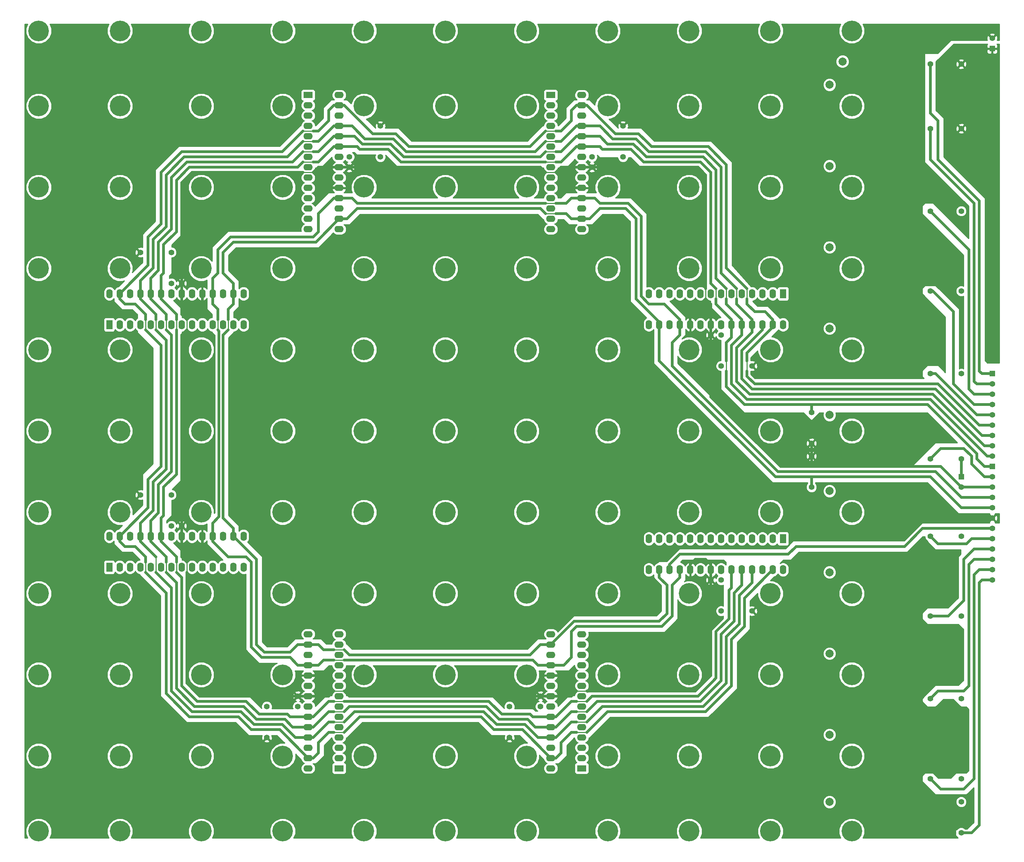
<source format=gbl>
G04 (created by PCBNEW-RS274X (2012-jan-04)-stable) date 2012-05-04T20:44:20 CEST*
G01*
G70*
G90*
%MOIN*%
G04 Gerber Fmt 3.4, Leading zero omitted, Abs format*
%FSLAX34Y34*%
G04 APERTURE LIST*
%ADD10C,0.006000*%
%ADD11R,0.055000X0.055000*%
%ADD12C,0.055000*%
%ADD13C,0.200000*%
%ADD14C,0.078700*%
%ADD15O,0.062000X0.090000*%
%ADD16R,0.062000X0.090000*%
%ADD17O,0.090000X0.062000*%
%ADD18R,0.090000X0.062000*%
%ADD19C,0.059100*%
%ADD20C,0.025000*%
%ADD21C,0.010000*%
%ADD22C,0.050000*%
G04 APERTURE END LIST*
G54D10*
G54D11*
X111500Y-45500D03*
G54D12*
X111500Y-46500D03*
X111500Y-47500D03*
X111500Y-48500D03*
X111500Y-49500D03*
X111500Y-50500D03*
X111500Y-51500D03*
X111500Y-52500D03*
X111500Y-53500D03*
G54D11*
X111500Y-14000D03*
G54D12*
X111500Y-13000D03*
G54D11*
X111500Y-54500D03*
G54D12*
X111500Y-55500D03*
X111500Y-56500D03*
X111500Y-57500D03*
X111500Y-58500D03*
X111500Y-59500D03*
X111500Y-60500D03*
X111500Y-61500D03*
X111500Y-62500D03*
X111500Y-63500D03*
X111500Y-64500D03*
X111500Y-65500D03*
X108500Y-45500D03*
X105500Y-45500D03*
X108500Y-53750D03*
X105500Y-53750D03*
X108500Y-29750D03*
X105500Y-29750D03*
X108500Y-37500D03*
X105500Y-37500D03*
X108500Y-15500D03*
X105500Y-15500D03*
X108500Y-61250D03*
X105500Y-61250D03*
X108500Y-69000D03*
X105500Y-69000D03*
X108500Y-77000D03*
X105500Y-77000D03*
X108500Y-84750D03*
X105500Y-84750D03*
X108500Y-87000D03*
X108500Y-90000D03*
X108500Y-21750D03*
X105500Y-21750D03*
X88250Y-44750D03*
X85250Y-44750D03*
X75750Y-21500D03*
X75750Y-24500D03*
X52250Y-21500D03*
X52250Y-24500D03*
X29000Y-33750D03*
X32000Y-33750D03*
X29000Y-57250D03*
X32000Y-57250D03*
X41250Y-80750D03*
X41250Y-77750D03*
X64750Y-80750D03*
X64750Y-77750D03*
X88250Y-68500D03*
X85250Y-68500D03*
X94000Y-53500D03*
X94000Y-56500D03*
X94000Y-49250D03*
X94000Y-52250D03*
X84250Y-41750D03*
X85250Y-41750D03*
X84250Y-65500D03*
X85250Y-65500D03*
X67750Y-76750D03*
X67750Y-77750D03*
X44250Y-76750D03*
X44250Y-77750D03*
X33000Y-60250D03*
X32000Y-60250D03*
X33000Y-36750D03*
X32000Y-36750D03*
X49250Y-25500D03*
X49250Y-24500D03*
X72750Y-25500D03*
X72750Y-24500D03*
G54D13*
X58531Y-12277D03*
X19161Y-12277D03*
X27035Y-12277D03*
X34909Y-12277D03*
X42783Y-12277D03*
X50657Y-12277D03*
X66405Y-12277D03*
X74279Y-12277D03*
X82153Y-12277D03*
X90027Y-12277D03*
X97901Y-12277D03*
X58531Y-19560D03*
X19161Y-19560D03*
X27035Y-19560D03*
X34909Y-19560D03*
X42783Y-19560D03*
X50657Y-19560D03*
X66405Y-19560D03*
X74279Y-19560D03*
X82153Y-19560D03*
X90027Y-19560D03*
X97901Y-19560D03*
X58531Y-27434D03*
X19161Y-27434D03*
X27035Y-27434D03*
X34909Y-27434D03*
X42783Y-27434D03*
X50657Y-27434D03*
X66405Y-27434D03*
X74279Y-27434D03*
X82153Y-27434D03*
X90027Y-27434D03*
X97901Y-27434D03*
X58531Y-35308D03*
X19161Y-35308D03*
X27035Y-35308D03*
X34909Y-35308D03*
X42783Y-35308D03*
X50657Y-35308D03*
X66405Y-35308D03*
X74279Y-35308D03*
X82153Y-35308D03*
X90027Y-35308D03*
X97901Y-35308D03*
X58531Y-43182D03*
X19161Y-43182D03*
X27035Y-43182D03*
X34909Y-43182D03*
X42783Y-43182D03*
X50657Y-43182D03*
X66405Y-43182D03*
X74279Y-43182D03*
X82153Y-43182D03*
X90027Y-43182D03*
X97901Y-43182D03*
X58531Y-51056D03*
X19161Y-51056D03*
X27035Y-51056D03*
X34909Y-51056D03*
X42783Y-51056D03*
X50657Y-51056D03*
X66405Y-51056D03*
X74279Y-51056D03*
X82153Y-51056D03*
X90027Y-51056D03*
X97901Y-51056D03*
X58531Y-58930D03*
X19161Y-58930D03*
X27035Y-58930D03*
X34909Y-58930D03*
X42783Y-58930D03*
X50657Y-58930D03*
X66405Y-58930D03*
X74279Y-58930D03*
X82153Y-58930D03*
X90027Y-58930D03*
X97901Y-58930D03*
X58531Y-66804D03*
X19161Y-66804D03*
X27035Y-66804D03*
X34909Y-66804D03*
X42783Y-66804D03*
X50657Y-66804D03*
X66405Y-66804D03*
X74279Y-66804D03*
X82153Y-66804D03*
X90027Y-66804D03*
X97901Y-66804D03*
X58531Y-74678D03*
X19161Y-74678D03*
X27035Y-74678D03*
X34909Y-74678D03*
X42783Y-74678D03*
X50657Y-74678D03*
X66405Y-74678D03*
X74279Y-74678D03*
X82153Y-74678D03*
X90027Y-74678D03*
X97901Y-74678D03*
X58531Y-82552D03*
X19161Y-82552D03*
X27035Y-82552D03*
X34909Y-82552D03*
X42783Y-82552D03*
X50657Y-82552D03*
X66405Y-82552D03*
X74279Y-82552D03*
X82153Y-82552D03*
X90027Y-82552D03*
X97901Y-82552D03*
X58531Y-89836D03*
X19161Y-89836D03*
X27035Y-89836D03*
X34909Y-89836D03*
X42783Y-89836D03*
X50657Y-89836D03*
X66405Y-89836D03*
X74279Y-89836D03*
X82153Y-89836D03*
X90027Y-89836D03*
X97901Y-89836D03*
G54D14*
X95750Y-49500D03*
X97000Y-15250D03*
X95750Y-17504D03*
X95750Y-25378D03*
X95750Y-33252D03*
X95750Y-41126D03*
X95750Y-56874D03*
X95750Y-64748D03*
X95750Y-72622D03*
X95750Y-80496D03*
X95750Y-87000D03*
G54D15*
X90250Y-37750D03*
X89250Y-37750D03*
X88250Y-37750D03*
X87250Y-37750D03*
X86250Y-37750D03*
X85250Y-37750D03*
X84250Y-37750D03*
X83250Y-37750D03*
X82250Y-37750D03*
X81250Y-37750D03*
X80250Y-37750D03*
X79250Y-37750D03*
X78250Y-37750D03*
G54D16*
X91250Y-37750D03*
G54D15*
X78250Y-40750D03*
X79250Y-40750D03*
X80250Y-40750D03*
X81250Y-40750D03*
X82250Y-40750D03*
X83250Y-40750D03*
X84250Y-40750D03*
X85250Y-40750D03*
X86250Y-40750D03*
X87250Y-40750D03*
X88250Y-40750D03*
X89250Y-40750D03*
X90250Y-40750D03*
X91250Y-40750D03*
G54D17*
X68750Y-19500D03*
X68750Y-20500D03*
X68750Y-21500D03*
X68750Y-22500D03*
X68750Y-23500D03*
X68750Y-24500D03*
X68750Y-25500D03*
X68750Y-26500D03*
X68750Y-27500D03*
X68750Y-28500D03*
X68750Y-29500D03*
X68750Y-30500D03*
X68750Y-31500D03*
G54D18*
X68750Y-18500D03*
G54D17*
X71750Y-31500D03*
X71750Y-30500D03*
X71750Y-29500D03*
X71750Y-28500D03*
X71750Y-27500D03*
X71750Y-26500D03*
X71750Y-25500D03*
X71750Y-24500D03*
X71750Y-23500D03*
X71750Y-22500D03*
X71750Y-21500D03*
X71750Y-20500D03*
X71750Y-19500D03*
X71750Y-18500D03*
X45250Y-19500D03*
X45250Y-20500D03*
X45250Y-21500D03*
X45250Y-22500D03*
X45250Y-23500D03*
X45250Y-24500D03*
X45250Y-25500D03*
X45250Y-26500D03*
X45250Y-27500D03*
X45250Y-28500D03*
X45250Y-29500D03*
X45250Y-30500D03*
X45250Y-31500D03*
G54D18*
X45250Y-18500D03*
G54D17*
X48250Y-31500D03*
X48250Y-30500D03*
X48250Y-29500D03*
X48250Y-28500D03*
X48250Y-27500D03*
X48250Y-26500D03*
X48250Y-25500D03*
X48250Y-24500D03*
X48250Y-23500D03*
X48250Y-22500D03*
X48250Y-21500D03*
X48250Y-20500D03*
X48250Y-19500D03*
X48250Y-18500D03*
G54D15*
X27000Y-40750D03*
X28000Y-40750D03*
X29000Y-40750D03*
X30000Y-40750D03*
X31000Y-40750D03*
X32000Y-40750D03*
X33000Y-40750D03*
X34000Y-40750D03*
X35000Y-40750D03*
X36000Y-40750D03*
X37000Y-40750D03*
X38000Y-40750D03*
X39000Y-40750D03*
G54D16*
X26000Y-40750D03*
G54D15*
X39000Y-37750D03*
X38000Y-37750D03*
X37000Y-37750D03*
X36000Y-37750D03*
X35000Y-37750D03*
X34000Y-37750D03*
X33000Y-37750D03*
X32000Y-37750D03*
X31000Y-37750D03*
X30000Y-37750D03*
X29000Y-37750D03*
X28000Y-37750D03*
X27000Y-37750D03*
X26000Y-37750D03*
X27000Y-64250D03*
X28000Y-64250D03*
X29000Y-64250D03*
X30000Y-64250D03*
X31000Y-64250D03*
X32000Y-64250D03*
X33000Y-64250D03*
X34000Y-64250D03*
X35000Y-64250D03*
X36000Y-64250D03*
X37000Y-64250D03*
X38000Y-64250D03*
X39000Y-64250D03*
G54D16*
X26000Y-64250D03*
G54D15*
X39000Y-61250D03*
X38000Y-61250D03*
X37000Y-61250D03*
X36000Y-61250D03*
X35000Y-61250D03*
X34000Y-61250D03*
X33000Y-61250D03*
X32000Y-61250D03*
X31000Y-61250D03*
X30000Y-61250D03*
X29000Y-61250D03*
X28000Y-61250D03*
X27000Y-61250D03*
X26000Y-61250D03*
G54D17*
X48250Y-82750D03*
X48250Y-81750D03*
X48250Y-80750D03*
X48250Y-79750D03*
X48250Y-78750D03*
X48250Y-77750D03*
X48250Y-76750D03*
X48250Y-75750D03*
X48250Y-74750D03*
X48250Y-73750D03*
X48250Y-72750D03*
X48250Y-71750D03*
X48250Y-70750D03*
G54D18*
X48250Y-83750D03*
G54D17*
X45250Y-70750D03*
X45250Y-71750D03*
X45250Y-72750D03*
X45250Y-73750D03*
X45250Y-74750D03*
X45250Y-75750D03*
X45250Y-76750D03*
X45250Y-77750D03*
X45250Y-78750D03*
X45250Y-79750D03*
X45250Y-80750D03*
X45250Y-81750D03*
X45250Y-82750D03*
X45250Y-83750D03*
X71750Y-82750D03*
X71750Y-81750D03*
X71750Y-80750D03*
X71750Y-79750D03*
X71750Y-78750D03*
X71750Y-77750D03*
X71750Y-76750D03*
X71750Y-75750D03*
X71750Y-74750D03*
X71750Y-73750D03*
X71750Y-72750D03*
X71750Y-71750D03*
X71750Y-70750D03*
G54D18*
X71750Y-83750D03*
G54D17*
X68750Y-70750D03*
X68750Y-71750D03*
X68750Y-72750D03*
X68750Y-73750D03*
X68750Y-74750D03*
X68750Y-75750D03*
X68750Y-76750D03*
X68750Y-77750D03*
X68750Y-78750D03*
X68750Y-79750D03*
X68750Y-80750D03*
X68750Y-81750D03*
X68750Y-82750D03*
X68750Y-83750D03*
G54D15*
X90250Y-61500D03*
X89250Y-61500D03*
X88250Y-61500D03*
X87250Y-61500D03*
X86250Y-61500D03*
X85250Y-61500D03*
X84250Y-61500D03*
X83250Y-61500D03*
X82250Y-61500D03*
X81250Y-61500D03*
X80250Y-61500D03*
X79250Y-61500D03*
X78250Y-61500D03*
G54D16*
X91250Y-61500D03*
G54D15*
X78250Y-64500D03*
X79250Y-64500D03*
X80250Y-64500D03*
X81250Y-64500D03*
X82250Y-64500D03*
X83250Y-64500D03*
X84250Y-64500D03*
X85250Y-64500D03*
X86250Y-64500D03*
X87250Y-64500D03*
X88250Y-64500D03*
X89250Y-64500D03*
X90250Y-64500D03*
X91250Y-64500D03*
G54D11*
X108500Y-55500D03*
G54D12*
X108500Y-56500D03*
G54D19*
X99250Y-63250D03*
X98000Y-61250D03*
X98000Y-63250D03*
X99250Y-61250D03*
G54D20*
X108500Y-53750D02*
X108500Y-55500D01*
X48750Y-77250D02*
X59750Y-77250D01*
X48750Y-77250D02*
X62750Y-77250D01*
X45750Y-25000D02*
X46250Y-25000D01*
X53000Y-23750D02*
X54250Y-25000D01*
G54D21*
X85750Y-44250D02*
X85750Y-45250D01*
G54D20*
X62750Y-77250D02*
X64000Y-78500D01*
X94000Y-48500D02*
X93750Y-48500D01*
X110000Y-53750D02*
X110750Y-54500D01*
X86000Y-69250D02*
X86000Y-66500D01*
X67000Y-78750D02*
X68750Y-78750D01*
X47250Y-77250D02*
X47750Y-77250D01*
X86250Y-40250D02*
X84750Y-38750D01*
X32500Y-26750D02*
X33750Y-25500D01*
X93750Y-48500D02*
X96500Y-48500D01*
X85750Y-45750D02*
X85750Y-46750D01*
X64000Y-78500D02*
X66750Y-78500D01*
X71250Y-23500D02*
X71750Y-23500D01*
G54D21*
X71250Y-77250D02*
X72250Y-77250D01*
G54D20*
X31250Y-59250D02*
X31000Y-59500D01*
X45750Y-78750D02*
X47250Y-77250D01*
X73500Y-23500D02*
X73750Y-23750D01*
X34500Y-77250D02*
X39250Y-77250D01*
X32500Y-31750D02*
X32500Y-26750D01*
X69250Y-78750D02*
X70750Y-77250D01*
X77250Y-24500D02*
X77750Y-25000D01*
X44250Y-25500D02*
X44750Y-25000D01*
X40500Y-78500D02*
X43250Y-78500D01*
X31000Y-36000D02*
X31250Y-35750D01*
X43250Y-78500D02*
X43500Y-78750D01*
X73500Y-23500D02*
X71750Y-23500D01*
X69250Y-25000D02*
X69750Y-25000D01*
X83250Y-25000D02*
X84250Y-26000D01*
G54D21*
X47750Y-77250D02*
X48750Y-77250D01*
G54D20*
X85750Y-42500D02*
X86250Y-42000D01*
X110000Y-53250D02*
X110000Y-53750D01*
X86250Y-40750D02*
X86250Y-42000D01*
G54D21*
X32500Y-40250D02*
X32500Y-41250D01*
G54D20*
X50250Y-23750D02*
X53000Y-23750D01*
X31000Y-38250D02*
X32500Y-39750D01*
X32500Y-41250D02*
X32500Y-55250D01*
G54D21*
X84750Y-38250D02*
X84750Y-37250D01*
G54D20*
X45750Y-78750D02*
X47250Y-77250D01*
X39250Y-77250D02*
X40500Y-78500D01*
X86000Y-66500D02*
X86250Y-66250D01*
X84250Y-26000D02*
X84250Y-36750D01*
X72250Y-77250D02*
X72750Y-76750D01*
X31250Y-33000D02*
X32500Y-31750D01*
X84250Y-36750D02*
X84750Y-37250D01*
X32500Y-39750D02*
X32500Y-40250D01*
X105250Y-48500D02*
X109500Y-52750D01*
G54D21*
X47750Y-77250D02*
X48750Y-77250D01*
G54D20*
X77250Y-24500D02*
X76500Y-23750D01*
G54D21*
X68250Y-25000D02*
X69250Y-25000D01*
G54D20*
X68750Y-78750D02*
X69250Y-78750D01*
X86000Y-69250D02*
X84750Y-70500D01*
X67000Y-78750D02*
X68750Y-78750D01*
X45250Y-78750D02*
X45750Y-78750D01*
X62500Y-77250D02*
X62750Y-77250D01*
G54D21*
X44750Y-25000D02*
X45750Y-25000D01*
G54D20*
X64000Y-78500D02*
X66750Y-78500D01*
X31000Y-61750D02*
X32500Y-63250D01*
X33750Y-25500D02*
X44250Y-25500D01*
X84500Y-75250D02*
X83000Y-76750D01*
X46250Y-25000D02*
X47750Y-23500D01*
X31000Y-59500D02*
X31000Y-61250D01*
X31000Y-61250D02*
X31000Y-61750D01*
X50000Y-23500D02*
X50250Y-23750D01*
X32500Y-64750D02*
X33000Y-65250D01*
X31250Y-35750D02*
X31250Y-33000D01*
X110750Y-54500D02*
X111500Y-54500D01*
X73750Y-23750D02*
X76500Y-23750D01*
X85750Y-46750D02*
X87500Y-48500D01*
X84500Y-75250D02*
X84622Y-75128D01*
X33000Y-65250D02*
X33000Y-75750D01*
X85750Y-45750D02*
X85750Y-45250D01*
X48250Y-23500D02*
X50000Y-23500D01*
X84750Y-75000D02*
X84500Y-75250D01*
X66750Y-78500D02*
X67000Y-78750D01*
X77750Y-25000D02*
X83250Y-25000D01*
X109500Y-52750D02*
X110000Y-53250D01*
X96500Y-48500D02*
X105250Y-48500D01*
X84750Y-70500D02*
X84750Y-75000D01*
X66750Y-78500D02*
X67000Y-78750D01*
X31250Y-56500D02*
X31250Y-59250D01*
X85750Y-42750D02*
X85750Y-44250D01*
X94000Y-49250D02*
X94000Y-48500D01*
X43500Y-78750D02*
X45750Y-78750D01*
X32500Y-63250D02*
X32500Y-63750D01*
X47250Y-77250D02*
X47750Y-77250D01*
X85750Y-42750D02*
X85750Y-42500D01*
X69750Y-25000D02*
X71250Y-23500D01*
X62750Y-77250D02*
X64000Y-78500D01*
X31000Y-37750D02*
X31000Y-36000D01*
X54250Y-25000D02*
X68250Y-25000D01*
X59750Y-77250D02*
X62500Y-77250D01*
X84750Y-38750D02*
X84750Y-38250D01*
X32500Y-55250D02*
X31250Y-56500D01*
X86250Y-64500D02*
X86250Y-66250D01*
X72750Y-76750D02*
X83000Y-76750D01*
X70750Y-77250D02*
X71250Y-77250D01*
X47750Y-23500D02*
X48250Y-23500D01*
X87500Y-48500D02*
X93750Y-48500D01*
X86250Y-40750D02*
X86250Y-40250D01*
X31000Y-37750D02*
X31000Y-38250D01*
X33000Y-75750D02*
X34500Y-77250D01*
G54D21*
X32500Y-63750D02*
X32500Y-64750D01*
G54D20*
X66750Y-73250D02*
X67000Y-73250D01*
X81250Y-40250D02*
X79750Y-38750D01*
X36000Y-60000D02*
X36628Y-59372D01*
X68750Y-73750D02*
X67500Y-73750D01*
X71250Y-70000D02*
X70750Y-70500D01*
X67500Y-73750D02*
X70000Y-73750D01*
X80500Y-66000D02*
X81250Y-65250D01*
X36628Y-41378D02*
X36500Y-41250D01*
X47750Y-73250D02*
X46750Y-73250D01*
X79500Y-70000D02*
X71250Y-70000D01*
X46250Y-31750D02*
X45750Y-32250D01*
X36500Y-33500D02*
X36500Y-35750D01*
X80500Y-44750D02*
X90750Y-55000D01*
X46750Y-73250D02*
X46250Y-73750D01*
X70750Y-73000D02*
X70750Y-70500D01*
X77500Y-30250D02*
X76250Y-29000D01*
X39750Y-63750D02*
X39750Y-72000D01*
X96500Y-55000D02*
X106000Y-55000D01*
X36500Y-62250D02*
X37500Y-63250D01*
X81250Y-40750D02*
X81250Y-41750D01*
X36500Y-39250D02*
X36500Y-40250D01*
X36000Y-36250D02*
X36000Y-38750D01*
X73500Y-29000D02*
X73000Y-28500D01*
X36628Y-59372D02*
X36000Y-60000D01*
X36500Y-35750D02*
X36000Y-36250D01*
X46750Y-73250D02*
X47750Y-73250D01*
X36628Y-59372D02*
X36628Y-41378D01*
X70000Y-73750D02*
X70750Y-73000D01*
G54D21*
X47750Y-73250D02*
X48750Y-73250D01*
G54D20*
X45750Y-32250D02*
X37750Y-32250D01*
G54D21*
X36500Y-40250D02*
X36500Y-41250D01*
G54D20*
X46250Y-30000D02*
X46250Y-31750D01*
X80500Y-66000D02*
X80500Y-69000D01*
G54D21*
X48750Y-73250D02*
X47750Y-73250D01*
G54D20*
X71250Y-70000D02*
X79500Y-70000D01*
X43500Y-73000D02*
X44250Y-73750D01*
X36000Y-61750D02*
X36500Y-62250D01*
X80500Y-69000D02*
X79500Y-70000D01*
X70750Y-70500D02*
X71250Y-70000D01*
X37500Y-63250D02*
X39250Y-63250D01*
X36500Y-41250D02*
X36628Y-41378D01*
X47750Y-28500D02*
X46250Y-30000D01*
X78250Y-38750D02*
X77500Y-38000D01*
X49500Y-28500D02*
X48250Y-28500D01*
X81250Y-64500D02*
X81250Y-65250D01*
X70750Y-73000D02*
X70000Y-73750D01*
X90750Y-55000D02*
X96500Y-55000D01*
X79500Y-70000D02*
X80500Y-69000D01*
X50000Y-29000D02*
X49500Y-28500D01*
X67500Y-73750D02*
X67000Y-73250D01*
X37750Y-32250D02*
X36500Y-33500D01*
X106000Y-55000D02*
X108500Y-57500D01*
X70750Y-28500D02*
X70250Y-29000D01*
X39250Y-63250D02*
X39750Y-63750D01*
X40750Y-73000D02*
X43500Y-73000D01*
X46250Y-73750D02*
X46750Y-73250D01*
X68250Y-29000D02*
X50000Y-29000D01*
X71750Y-28500D02*
X70750Y-28500D01*
X80500Y-42500D02*
X80500Y-44750D01*
X108500Y-57500D02*
X111500Y-57500D01*
X39750Y-72000D02*
X40750Y-73000D01*
G54D21*
X36500Y-41250D02*
X36500Y-40250D01*
G54D20*
X36000Y-38750D02*
X36500Y-39250D01*
X81250Y-41750D02*
X80500Y-42500D01*
X36000Y-61250D02*
X36000Y-60000D01*
X80500Y-69000D02*
X80500Y-66000D01*
X79750Y-38750D02*
X78250Y-38750D01*
X70250Y-29000D02*
X69250Y-29000D01*
X70000Y-73750D02*
X68750Y-73750D01*
X48250Y-28500D02*
X47750Y-28500D01*
X46250Y-73750D02*
X45250Y-73750D01*
X81250Y-65250D02*
X80500Y-66000D01*
X36500Y-40250D02*
X36500Y-39250D01*
X67000Y-73250D02*
X67500Y-73750D01*
X81250Y-40750D02*
X81250Y-40250D01*
X36500Y-39250D02*
X36000Y-38750D01*
X36000Y-60000D02*
X36000Y-61750D01*
X77500Y-38000D02*
X77500Y-30250D01*
X76250Y-29000D02*
X73500Y-29000D01*
X67000Y-73250D02*
X48750Y-73250D01*
X44250Y-73750D02*
X46250Y-73750D01*
X36000Y-38750D02*
X36000Y-37750D01*
G54D21*
X69250Y-29000D02*
X68250Y-29000D01*
G54D20*
X73000Y-28500D02*
X71750Y-28500D01*
X36628Y-41378D02*
X36628Y-59372D01*
X48750Y-73250D02*
X66750Y-73250D01*
X70750Y-70500D02*
X70750Y-73000D01*
X47250Y-20000D02*
X47250Y-21000D01*
X69250Y-82750D02*
X69750Y-82250D01*
X85750Y-35250D02*
X87750Y-37250D01*
X86250Y-71250D02*
X87500Y-70000D01*
X70750Y-21000D02*
X69750Y-22000D01*
X86250Y-75750D02*
X86250Y-71250D01*
X69750Y-22000D02*
X69250Y-22000D01*
X48250Y-19500D02*
X48750Y-19500D01*
X38500Y-78750D02*
X39750Y-80000D01*
X69750Y-81250D02*
X70750Y-80250D01*
X87500Y-70000D02*
X87500Y-67250D01*
X31500Y-76500D02*
X33750Y-78750D01*
X53750Y-22250D02*
X51500Y-22250D01*
X33000Y-24000D02*
X31000Y-26000D01*
X71750Y-19500D02*
X72250Y-19500D01*
X63250Y-80000D02*
X66000Y-80000D01*
X48750Y-19500D02*
X48250Y-19500D01*
X27500Y-38750D02*
X28500Y-38750D01*
X29500Y-39750D02*
X29500Y-40250D01*
X27000Y-37750D02*
X27000Y-38250D01*
X69750Y-82250D02*
X69750Y-81250D01*
X88500Y-39500D02*
X89500Y-39500D01*
X29750Y-58500D02*
X27000Y-61250D01*
X68250Y-22000D02*
X66750Y-23500D01*
X72250Y-19500D02*
X75000Y-22250D01*
X62000Y-78750D02*
X63250Y-80000D01*
X77250Y-22250D02*
X78000Y-23000D01*
X70750Y-20000D02*
X70750Y-21000D01*
X87500Y-67250D02*
X90250Y-64500D01*
X31000Y-31000D02*
X29750Y-32250D01*
X29750Y-55750D02*
X29750Y-58500D01*
X33750Y-78750D02*
X38500Y-78750D01*
X51500Y-22250D02*
X48750Y-19500D01*
X39750Y-80000D02*
X42500Y-80000D01*
X71250Y-19500D02*
X70750Y-20000D01*
G54D21*
X45750Y-22000D02*
X44750Y-22000D01*
G54D20*
X75000Y-22250D02*
X76500Y-22250D01*
G54D21*
X69250Y-22000D02*
X68250Y-22000D01*
G54D20*
X83750Y-78250D02*
X86250Y-75750D01*
X78500Y-23500D02*
X84000Y-23500D01*
X29500Y-64750D02*
X31500Y-66750D01*
G54D21*
X29500Y-40250D02*
X29500Y-41250D01*
G54D20*
X27000Y-38250D02*
X27500Y-38750D01*
X87750Y-38250D02*
X87750Y-38750D01*
X44750Y-22000D02*
X42750Y-24000D01*
X31500Y-66750D02*
X31500Y-76500D01*
X89500Y-39500D02*
X90250Y-40250D01*
G54D21*
X87750Y-44250D02*
X87750Y-45250D01*
G54D20*
X47750Y-19500D02*
X47250Y-20000D01*
X46250Y-82250D02*
X46250Y-81250D01*
X55000Y-23500D02*
X53750Y-22250D01*
X71750Y-19500D02*
X71250Y-19500D01*
X28500Y-38750D02*
X29500Y-39750D01*
X87750Y-38750D02*
X88500Y-39500D01*
X66750Y-23500D02*
X55000Y-23500D01*
X45750Y-82750D02*
X46250Y-82250D01*
X31000Y-42750D02*
X31000Y-54500D01*
X48250Y-19500D02*
X47750Y-19500D01*
X70750Y-80250D02*
X71250Y-80250D01*
X47250Y-21000D02*
X46250Y-22000D01*
X27000Y-61250D02*
X27000Y-61750D01*
X27500Y-62250D02*
X28500Y-62250D01*
X48750Y-19500D02*
X51500Y-22250D01*
X68750Y-82750D02*
X69250Y-82750D01*
X48750Y-80250D02*
X50250Y-78750D01*
X78000Y-23000D02*
X78500Y-23500D01*
X31000Y-26000D02*
X31000Y-31000D01*
X76500Y-22250D02*
X77250Y-22250D01*
X42750Y-24000D02*
X33000Y-24000D01*
X87750Y-45750D02*
X88500Y-46500D01*
X87750Y-45250D02*
X87750Y-45750D01*
X74250Y-78250D02*
X83750Y-78250D01*
X87750Y-43500D02*
X87750Y-44250D01*
G54D21*
X71250Y-80250D02*
X72250Y-80250D01*
G54D20*
X90250Y-41000D02*
X87750Y-43500D01*
X46250Y-22000D02*
X45750Y-22000D01*
X31000Y-54500D02*
X29750Y-55750D01*
X50250Y-78750D02*
X62000Y-78750D01*
X29750Y-35000D02*
X27000Y-37750D01*
X28500Y-62250D02*
X29500Y-63250D01*
X90250Y-40250D02*
X90250Y-40750D01*
X90250Y-40750D02*
X90250Y-41000D01*
X45250Y-82750D02*
X45750Y-82750D01*
G54D21*
X29500Y-63750D02*
X29500Y-64750D01*
G54D20*
X88500Y-46500D02*
X96500Y-46500D01*
X106250Y-46500D02*
X110250Y-50500D01*
X46250Y-81250D02*
X47250Y-80250D01*
X47250Y-80250D02*
X47750Y-80250D01*
X29750Y-32250D02*
X29750Y-35000D01*
X85750Y-25250D02*
X85750Y-35250D01*
X29500Y-63250D02*
X29500Y-63750D01*
X29500Y-41250D02*
X31000Y-42750D01*
G54D21*
X87750Y-37250D02*
X87750Y-38250D01*
G54D20*
X84000Y-23500D02*
X85750Y-25250D01*
X42500Y-80000D02*
X45250Y-82750D01*
X72250Y-80250D02*
X74250Y-78250D01*
X96500Y-46500D02*
X106250Y-46500D01*
X66000Y-80000D02*
X68750Y-82750D01*
G54D21*
X47750Y-80250D02*
X48750Y-80250D01*
G54D20*
X110250Y-50500D02*
X111500Y-50500D01*
X27000Y-61750D02*
X27500Y-62250D01*
X87000Y-67000D02*
X88250Y-65750D01*
X38750Y-78250D02*
X34000Y-78250D01*
X88250Y-40750D02*
X88250Y-40250D01*
X47750Y-21500D02*
X48250Y-21500D01*
X110500Y-52250D02*
X110750Y-52500D01*
X29000Y-37750D02*
X29000Y-36500D01*
X69250Y-23000D02*
X69750Y-23000D01*
X49500Y-21500D02*
X50750Y-22750D01*
X48250Y-21500D02*
X49500Y-21500D01*
X30500Y-63250D02*
X29000Y-61750D01*
G54D21*
X47750Y-79250D02*
X48750Y-79250D01*
G54D20*
X67500Y-80750D02*
X69250Y-80750D01*
X86750Y-38750D02*
X86750Y-38250D01*
G54D21*
X68250Y-23000D02*
X69250Y-23000D01*
G54D20*
X40000Y-79500D02*
X38750Y-78250D01*
X40000Y-79500D02*
X42750Y-79500D01*
X30500Y-64750D02*
X32000Y-66250D01*
X110750Y-52500D02*
X111500Y-52500D01*
X77000Y-22750D02*
X76500Y-22750D01*
X78250Y-24000D02*
X83750Y-24000D01*
X30500Y-39750D02*
X30500Y-40250D01*
X29000Y-60000D02*
X29000Y-61750D01*
X86750Y-46250D02*
X88000Y-47500D01*
X42750Y-79500D02*
X44000Y-80750D01*
X85250Y-35750D02*
X86750Y-37250D01*
X50750Y-22750D02*
X53500Y-22750D01*
X53500Y-22750D02*
X54750Y-24000D01*
G54D21*
X30500Y-40250D02*
X30500Y-41250D01*
G54D20*
X45750Y-23000D02*
X46250Y-23000D01*
X29000Y-38250D02*
X30500Y-39750D01*
X31500Y-26250D02*
X33250Y-24500D01*
X38750Y-78250D02*
X40000Y-79500D01*
X31500Y-31250D02*
X31500Y-26250D01*
X63500Y-79500D02*
X66250Y-79500D01*
X77750Y-23500D02*
X77000Y-22750D01*
X29000Y-61750D02*
X29000Y-61250D01*
X83500Y-77750D02*
X85750Y-75500D01*
G54D21*
X30500Y-64750D02*
X30500Y-63250D01*
G54D20*
X88000Y-47500D02*
X96500Y-47500D01*
X77750Y-23500D02*
X78250Y-24000D01*
X29000Y-37750D02*
X29000Y-38250D01*
X85250Y-25500D02*
X85250Y-35750D01*
X66250Y-79500D02*
X67500Y-80750D01*
X42750Y-79500D02*
X40000Y-79500D01*
X34000Y-78250D02*
X38750Y-78250D01*
X72250Y-79250D02*
X73750Y-77750D01*
X86750Y-43000D02*
X86750Y-45750D01*
X46250Y-23000D02*
X47750Y-21500D01*
X44000Y-80750D02*
X42750Y-79500D01*
X87000Y-69750D02*
X87000Y-67000D01*
X49750Y-78250D02*
X62250Y-78250D01*
X32000Y-76250D02*
X34000Y-78250D01*
X69250Y-80750D02*
X70750Y-79250D01*
X30250Y-58750D02*
X29000Y-60000D01*
X30500Y-41250D02*
X31500Y-42250D01*
X96500Y-47500D02*
X105750Y-47500D01*
X66250Y-79500D02*
X63500Y-79500D01*
X83750Y-24000D02*
X85250Y-25500D01*
X73500Y-21500D02*
X71750Y-21500D01*
X45750Y-80750D02*
X45250Y-80750D01*
X85750Y-71000D02*
X87000Y-69750D01*
X88250Y-41500D02*
X86750Y-43000D01*
G54D21*
X48750Y-79250D02*
X47750Y-79250D01*
G54D20*
X67250Y-24000D02*
X68250Y-23000D01*
X54750Y-24000D02*
X67250Y-24000D01*
X67500Y-80750D02*
X66250Y-79500D01*
X85750Y-75500D02*
X85750Y-71000D01*
X32000Y-66250D02*
X32000Y-76250D01*
X70750Y-79250D02*
X71250Y-79250D01*
X74750Y-22750D02*
X76500Y-22750D01*
G54D21*
X71250Y-79250D02*
X72250Y-79250D01*
G54D20*
X31500Y-54750D02*
X30250Y-56000D01*
X73500Y-21500D02*
X74750Y-22750D01*
X29000Y-61750D02*
X30500Y-63250D01*
X45750Y-80750D02*
X47250Y-79250D01*
G54D21*
X44750Y-23000D02*
X45750Y-23000D01*
G54D20*
X88250Y-40750D02*
X88250Y-41500D01*
X86750Y-45750D02*
X86750Y-46250D01*
X43250Y-24500D02*
X44750Y-23000D01*
X34000Y-78250D02*
X32000Y-76250D01*
X49750Y-78250D02*
X48750Y-79250D01*
X63500Y-79500D02*
X62250Y-78250D01*
X68750Y-80750D02*
X67500Y-80750D01*
X47250Y-79250D02*
X47750Y-79250D01*
X30250Y-35250D02*
X30250Y-32500D01*
X88250Y-40250D02*
X86750Y-38750D01*
X30250Y-32500D02*
X31500Y-31250D01*
X32000Y-66250D02*
X30500Y-64750D01*
X29000Y-36500D02*
X30250Y-35250D01*
X62250Y-78250D02*
X49750Y-78250D01*
X47250Y-79250D02*
X45750Y-80750D01*
X69750Y-23000D02*
X71250Y-21500D01*
X32000Y-76250D02*
X32000Y-66250D01*
X30250Y-56000D02*
X30250Y-58750D01*
X47750Y-79250D02*
X47250Y-79250D01*
X31500Y-42250D02*
X31500Y-54750D01*
G54D21*
X30500Y-63250D02*
X30500Y-63750D01*
G54D20*
X88250Y-65750D02*
X88250Y-64500D01*
X48750Y-79250D02*
X49750Y-78250D01*
X73750Y-77750D02*
X83500Y-77750D01*
G54D21*
X30500Y-63750D02*
X30500Y-64750D01*
G54D20*
X44000Y-80750D02*
X45750Y-80750D01*
G54D21*
X86750Y-38250D02*
X86750Y-37250D01*
G54D20*
X71250Y-21500D02*
X71750Y-21500D01*
X105750Y-47500D02*
X110500Y-52250D01*
X33250Y-24500D02*
X43250Y-24500D01*
X62250Y-78250D02*
X63500Y-79500D01*
X45250Y-80750D02*
X44000Y-80750D01*
X110250Y-45250D02*
X110500Y-45500D01*
X106250Y-21000D02*
X106250Y-24750D01*
X110250Y-28750D02*
X110250Y-45250D01*
X105500Y-15500D02*
X105500Y-20250D01*
X110500Y-45500D02*
X111500Y-45500D01*
X106250Y-24750D02*
X110250Y-28750D01*
X105500Y-20250D02*
X106250Y-21000D01*
X109750Y-46250D02*
X110000Y-46500D01*
X105500Y-24750D02*
X109750Y-29000D01*
X105500Y-21750D02*
X105500Y-24750D01*
X109750Y-29000D02*
X109750Y-46250D01*
X110000Y-46500D02*
X111500Y-46500D01*
X110250Y-89250D02*
X110250Y-65750D01*
X110500Y-65500D02*
X111500Y-65500D01*
X110250Y-65750D02*
X110500Y-65500D01*
X109500Y-90000D02*
X110250Y-89250D01*
X108500Y-90000D02*
X109500Y-90000D01*
X109250Y-47000D02*
X109750Y-47500D01*
X105500Y-29750D02*
X109250Y-33500D01*
X109750Y-47500D02*
X111500Y-47500D01*
X109250Y-33500D02*
X109250Y-47000D01*
X105500Y-37500D02*
X105750Y-37500D01*
X107750Y-46500D02*
X109750Y-48500D01*
X105750Y-37500D02*
X107750Y-39500D01*
X107750Y-39500D02*
X107750Y-46500D01*
X109750Y-48500D02*
X111500Y-48500D01*
X110000Y-49500D02*
X111500Y-49500D01*
X105500Y-45500D02*
X106000Y-45500D01*
X106000Y-45500D02*
X110000Y-49500D01*
X105500Y-53750D02*
X106500Y-52750D01*
X109500Y-54250D02*
X110750Y-55500D01*
X108750Y-52750D02*
X109500Y-53500D01*
X109500Y-53500D02*
X109500Y-54250D01*
X110750Y-55500D02*
X111500Y-55500D01*
X106500Y-52750D02*
X108750Y-52750D01*
X109500Y-61500D02*
X111500Y-61500D01*
X105500Y-61250D02*
X106250Y-62000D01*
X109000Y-62000D02*
X109500Y-61500D01*
X106250Y-62000D02*
X109000Y-62000D01*
X108750Y-67500D02*
X108750Y-63500D01*
X109750Y-62500D02*
X111500Y-62500D01*
X108750Y-63500D02*
X109750Y-62500D01*
X105500Y-69000D02*
X107250Y-69000D01*
X107250Y-69000D02*
X108750Y-67500D01*
X109250Y-64000D02*
X109750Y-63500D01*
X108750Y-76250D02*
X109250Y-75750D01*
X106250Y-76250D02*
X108750Y-76250D01*
X109250Y-75750D02*
X109250Y-64000D01*
X109750Y-63500D02*
X111500Y-63500D01*
X105500Y-77000D02*
X106250Y-76250D01*
X109750Y-84750D02*
X109750Y-65000D01*
X109750Y-65000D02*
X110250Y-64500D01*
X108750Y-85750D02*
X109750Y-84750D01*
X106500Y-85750D02*
X108750Y-85750D01*
X110250Y-64500D02*
X111500Y-64500D01*
X105500Y-84750D02*
X106500Y-85750D01*
X87250Y-45750D02*
X87250Y-46000D01*
X88250Y-47000D02*
X96500Y-47000D01*
X96500Y-47000D02*
X106000Y-47000D01*
X87250Y-46000D02*
X88250Y-47000D01*
X89250Y-41250D02*
X87250Y-43250D01*
X106000Y-47000D02*
X110500Y-51500D01*
X110500Y-51500D02*
X111500Y-51500D01*
X87250Y-43250D02*
X87250Y-45750D01*
X89250Y-40750D02*
X89250Y-41250D01*
X104750Y-60500D02*
X111500Y-60500D01*
X103000Y-62250D02*
X104750Y-60500D01*
X103000Y-62250D02*
X92500Y-62250D01*
X80250Y-64000D02*
X81250Y-63000D01*
X91000Y-63000D02*
X91750Y-63000D01*
X92500Y-62250D02*
X91750Y-63000D01*
X80250Y-64500D02*
X80250Y-64000D01*
X81250Y-63000D02*
X91000Y-63000D01*
X48250Y-30500D02*
X46000Y-32750D01*
X44250Y-71750D02*
X43500Y-72500D01*
X71000Y-69500D02*
X79250Y-69500D01*
X44250Y-71750D02*
X46250Y-71750D01*
X45250Y-71750D02*
X44250Y-71750D01*
X46250Y-71750D02*
X46750Y-72250D01*
X77000Y-38250D02*
X79250Y-40500D01*
X38000Y-32750D02*
X37000Y-33750D01*
X68750Y-71750D02*
X71000Y-69500D01*
X79250Y-40750D02*
X79250Y-44250D01*
X72500Y-30500D02*
X73500Y-29500D01*
X105500Y-55500D02*
X108500Y-58500D01*
X49250Y-72750D02*
X66750Y-72750D01*
X96500Y-55500D02*
X94000Y-55500D01*
X37000Y-33750D02*
X37000Y-35750D01*
X96500Y-55500D02*
X105500Y-55500D01*
X80000Y-66000D02*
X79250Y-65250D01*
X73500Y-29500D02*
X76000Y-29500D01*
X71750Y-30500D02*
X72500Y-30500D01*
X48250Y-30500D02*
X49000Y-30500D01*
X40250Y-63500D02*
X38000Y-61250D01*
X38000Y-61250D02*
X40250Y-63500D01*
X43500Y-72500D02*
X41000Y-72500D01*
X38000Y-60500D02*
X38000Y-61250D01*
X66750Y-72750D02*
X67750Y-71750D01*
X37500Y-39250D02*
X37500Y-40250D01*
X76000Y-29500D02*
X77000Y-30500D01*
X49000Y-30500D02*
X50000Y-29500D01*
G54D21*
X37500Y-40250D02*
X37500Y-41250D01*
G54D20*
X40250Y-71750D02*
X40250Y-63500D01*
X69250Y-30000D02*
X70250Y-30000D01*
X80000Y-68750D02*
X80000Y-66000D01*
X79250Y-65250D02*
X79250Y-64500D01*
X90500Y-55500D02*
X94000Y-55500D01*
X46000Y-32750D02*
X38000Y-32750D01*
X37500Y-41250D02*
X37000Y-41750D01*
X41000Y-72500D02*
X43500Y-72500D01*
X37000Y-59500D02*
X38000Y-60500D01*
X67750Y-29500D02*
X68250Y-30000D01*
G54D21*
X68250Y-30000D02*
X69250Y-30000D01*
G54D20*
X37000Y-41750D02*
X37000Y-59500D01*
X38000Y-38750D02*
X37500Y-39250D01*
X48750Y-72250D02*
X49250Y-72750D01*
X43500Y-72500D02*
X44250Y-71750D01*
X94000Y-56500D02*
X94000Y-55500D01*
X40250Y-63500D02*
X40250Y-71750D01*
X40250Y-71750D02*
X41000Y-72500D01*
X50000Y-29500D02*
X67750Y-29500D01*
X79250Y-69500D02*
X80000Y-68750D01*
X79250Y-44250D02*
X90500Y-55500D01*
X46750Y-72250D02*
X47750Y-72250D01*
X41000Y-72500D02*
X40250Y-71750D01*
X79250Y-40500D02*
X79250Y-40750D01*
X77000Y-30500D02*
X77000Y-38250D01*
X67750Y-71750D02*
X68750Y-71750D01*
X70750Y-30500D02*
X71750Y-30500D01*
X108500Y-58500D02*
X111500Y-58500D01*
X38000Y-36750D02*
X38000Y-37750D01*
X37000Y-35750D02*
X38000Y-36750D01*
X70250Y-30000D02*
X70750Y-30500D01*
G54D21*
X47750Y-72250D02*
X48750Y-72250D01*
G54D20*
X38000Y-37750D02*
X38000Y-38750D01*
X32000Y-41750D02*
X32000Y-55000D01*
X77500Y-24000D02*
X78000Y-24500D01*
X62500Y-77750D02*
X63750Y-79000D01*
X85750Y-38250D02*
X85750Y-38750D01*
X71250Y-22500D02*
X69750Y-24000D01*
X31500Y-64750D02*
X32500Y-65750D01*
X78000Y-24500D02*
X83500Y-24500D01*
X48750Y-78250D02*
X49250Y-77750D01*
X96500Y-48000D02*
X105500Y-48000D01*
X85250Y-70750D02*
X86500Y-69500D01*
X32000Y-26500D02*
X32000Y-31500D01*
X48750Y-78250D02*
X49250Y-77750D01*
X49250Y-77750D02*
X62500Y-77750D01*
X87250Y-41750D02*
X86250Y-42750D01*
X46250Y-24000D02*
X45750Y-24000D01*
X67250Y-79750D02*
X68750Y-79750D01*
G54D21*
X31500Y-40250D02*
X31500Y-41250D01*
G54D20*
X73500Y-22500D02*
X74250Y-23250D01*
X30000Y-59750D02*
X30000Y-61750D01*
X31500Y-41250D02*
X32000Y-41750D01*
X110000Y-52500D02*
X111000Y-53500D01*
G54D21*
X69250Y-24000D02*
X68250Y-24000D01*
G54D20*
X43000Y-79000D02*
X43750Y-79750D01*
X30000Y-61250D02*
X30000Y-59750D01*
X71750Y-22500D02*
X71250Y-22500D01*
X70750Y-78250D02*
X71250Y-78250D01*
G54D21*
X47750Y-78250D02*
X48750Y-78250D01*
G54D20*
X31500Y-39750D02*
X30000Y-38250D01*
X47750Y-22500D02*
X46250Y-24000D01*
X67750Y-24500D02*
X54500Y-24500D01*
X111000Y-53500D02*
X111500Y-53500D01*
X85250Y-75250D02*
X85250Y-70750D01*
X69750Y-24000D02*
X69250Y-24000D01*
X39000Y-77750D02*
X40250Y-79000D01*
X30750Y-59000D02*
X30750Y-56250D01*
X86500Y-69500D02*
X86500Y-66750D01*
X72250Y-78250D02*
X73250Y-77250D01*
X63750Y-79000D02*
X66500Y-79000D01*
X31500Y-39750D02*
X31500Y-40250D01*
X44750Y-24000D02*
X43750Y-25000D01*
X86250Y-46500D02*
X87750Y-48000D01*
X40250Y-79000D02*
X43000Y-79000D01*
X48250Y-22500D02*
X47750Y-22500D01*
X30750Y-32750D02*
X30750Y-35500D01*
X43750Y-25000D02*
X33500Y-25000D01*
X69250Y-79750D02*
X70750Y-78250D01*
X30000Y-59750D02*
X30750Y-59000D01*
X32000Y-55000D02*
X32000Y-41750D01*
X30750Y-56250D02*
X30750Y-59000D01*
X30000Y-38250D02*
X31500Y-39750D01*
X66500Y-79000D02*
X67250Y-79750D01*
X30000Y-38250D02*
X30000Y-37750D01*
X66500Y-79000D02*
X67250Y-79750D01*
X71750Y-22500D02*
X73500Y-22500D01*
X47250Y-78250D02*
X47750Y-78250D01*
X53250Y-23250D02*
X50500Y-23250D01*
X83250Y-77250D02*
X85250Y-75250D01*
X30750Y-59000D02*
X30000Y-59750D01*
X31500Y-40250D02*
X31500Y-39750D01*
X86250Y-45750D02*
X86250Y-46500D01*
X54500Y-24500D02*
X53250Y-23250D01*
X76750Y-23250D02*
X77500Y-24000D01*
X63750Y-79000D02*
X66500Y-79000D01*
X84750Y-36250D02*
X85750Y-37250D01*
X30000Y-61750D02*
X31500Y-63250D01*
X49250Y-77750D02*
X62500Y-77750D01*
X62500Y-77750D02*
X63750Y-79000D01*
X86250Y-42750D02*
X86250Y-45750D01*
G54D21*
X85750Y-37250D02*
X85750Y-38250D01*
G54D20*
X47250Y-78250D02*
X47750Y-78250D01*
X32000Y-41750D02*
X31500Y-41250D01*
X86500Y-66750D02*
X87250Y-66000D01*
X34250Y-77750D02*
X39000Y-77750D01*
X74250Y-23250D02*
X76500Y-23250D01*
X45750Y-79750D02*
X47250Y-78250D01*
X68250Y-24000D02*
X67750Y-24500D01*
X84750Y-25750D02*
X84750Y-36250D01*
G54D21*
X47750Y-78250D02*
X48750Y-78250D01*
G54D20*
X30750Y-56250D02*
X32000Y-55000D01*
X32000Y-55000D02*
X30750Y-56250D01*
X76500Y-23250D02*
X76750Y-23250D01*
X30000Y-37750D02*
X30000Y-38250D01*
X33500Y-25000D02*
X32000Y-26500D01*
X32500Y-65750D02*
X32500Y-76000D01*
X85750Y-38750D02*
X87250Y-40250D01*
X30750Y-35500D02*
X30000Y-36250D01*
X31500Y-63250D02*
X31500Y-63750D01*
X87250Y-40250D02*
X87250Y-40750D01*
X32000Y-31500D02*
X30750Y-32750D01*
X50500Y-23250D02*
X49750Y-22500D01*
X83500Y-24500D02*
X84750Y-25750D01*
G54D21*
X31500Y-63750D02*
X31500Y-64750D01*
G54D20*
X73250Y-77250D02*
X83250Y-77250D01*
X45250Y-79750D02*
X45750Y-79750D01*
X87250Y-66000D02*
X87250Y-64500D01*
G54D21*
X71250Y-78250D02*
X72250Y-78250D01*
G54D20*
X45750Y-79750D02*
X47250Y-78250D01*
X105500Y-48000D02*
X110000Y-52500D01*
G54D21*
X45750Y-24000D02*
X44750Y-24000D01*
X31500Y-41250D02*
X31500Y-40250D01*
G54D20*
X43750Y-79750D02*
X45750Y-79750D01*
X32500Y-76000D02*
X34250Y-77750D01*
X87250Y-40750D02*
X87250Y-41750D01*
X87750Y-48000D02*
X96500Y-48000D01*
X49750Y-22500D02*
X48250Y-22500D01*
X30000Y-36250D02*
X30000Y-37750D01*
X67250Y-79750D02*
X69250Y-79750D01*
G54D22*
X111500Y-59500D02*
X102750Y-59500D01*
X98000Y-63250D02*
X98000Y-63250D01*
X101000Y-59500D02*
X99250Y-61250D01*
X98000Y-61250D02*
X99250Y-61250D01*
X102750Y-59500D02*
X101000Y-59500D01*
G54D20*
X83750Y-37250D02*
X83750Y-27500D01*
X96500Y-54500D02*
X106500Y-54500D01*
X35000Y-61250D02*
X35000Y-62250D01*
X48750Y-76250D02*
X49250Y-76750D01*
X34750Y-76750D02*
X45250Y-76750D01*
X34000Y-26000D02*
X33000Y-27000D01*
X69750Y-74750D02*
X71250Y-76250D01*
X33500Y-75500D02*
X34750Y-76750D01*
X33000Y-39750D02*
X33500Y-40250D01*
X106500Y-54500D02*
X108500Y-56500D01*
X47250Y-76750D02*
X47750Y-76250D01*
X33000Y-27000D02*
X33000Y-36750D01*
X33500Y-41250D02*
X33000Y-41750D01*
X83750Y-26750D02*
X83750Y-26250D01*
X46250Y-25500D02*
X45750Y-26000D01*
G54D21*
X45750Y-26000D02*
X44750Y-26000D01*
G54D20*
X94000Y-52250D02*
X94000Y-53500D01*
X94000Y-53500D02*
X94000Y-54500D01*
X33000Y-37750D02*
X33000Y-39750D01*
X46250Y-74750D02*
X47750Y-76250D01*
X83750Y-27500D02*
X83750Y-26750D01*
X48250Y-25500D02*
X46250Y-25500D01*
X70750Y-76750D02*
X71250Y-76250D01*
X33000Y-36750D02*
X33000Y-37750D01*
X33000Y-63250D02*
X33500Y-63750D01*
X84250Y-41750D02*
X84250Y-47750D01*
X48250Y-27500D02*
X47250Y-27500D01*
X82750Y-63500D02*
X82250Y-64000D01*
X33500Y-64750D02*
X33500Y-75500D01*
X45250Y-76750D02*
X47250Y-76750D01*
X72250Y-76250D02*
X82750Y-76250D01*
X82250Y-39750D02*
X83750Y-38250D01*
X84250Y-64000D02*
X83750Y-63500D01*
X82750Y-76250D02*
X84250Y-74750D01*
X108500Y-56500D02*
X111500Y-56500D01*
X44750Y-26000D02*
X34500Y-26000D01*
X84250Y-41750D02*
X84250Y-40750D01*
X84250Y-40750D02*
X84250Y-38750D01*
G54D21*
X47750Y-76250D02*
X48750Y-76250D01*
G54D20*
X68250Y-26000D02*
X67750Y-25500D01*
X84250Y-74750D02*
X84250Y-64000D01*
X82250Y-40750D02*
X82250Y-39750D01*
X83750Y-63500D02*
X82750Y-63500D01*
X35000Y-37750D02*
X35000Y-38750D01*
X69250Y-26000D02*
X70750Y-27500D01*
X83750Y-26250D02*
X83000Y-25500D01*
X34500Y-26000D02*
X34000Y-26000D01*
G54D21*
X33500Y-40250D02*
X33500Y-41250D01*
G54D20*
X49250Y-76750D02*
X70750Y-76750D01*
X83000Y-25500D02*
X72750Y-25500D01*
X68750Y-74750D02*
X69750Y-74750D01*
X69750Y-25500D02*
X69250Y-26000D01*
X35000Y-62250D02*
X33500Y-63750D01*
X71750Y-25500D02*
X69750Y-25500D01*
G54D21*
X69250Y-26000D02*
X68250Y-26000D01*
G54D20*
X33000Y-61250D02*
X33000Y-63250D01*
X84250Y-47750D02*
X91000Y-54500D01*
X35000Y-38750D02*
X33500Y-40250D01*
X67750Y-25500D02*
X48250Y-25500D01*
G54D21*
X33500Y-63750D02*
X33500Y-64750D01*
G54D20*
X70750Y-27500D02*
X71750Y-27500D01*
X72750Y-25500D02*
X71750Y-25500D01*
G54D21*
X83750Y-38250D02*
X83750Y-37250D01*
G54D20*
X82250Y-64000D02*
X82250Y-64500D01*
G54D21*
X71250Y-76250D02*
X72250Y-76250D01*
G54D20*
X47250Y-27500D02*
X45750Y-26000D01*
X45250Y-74750D02*
X46250Y-74750D01*
X91000Y-54500D02*
X94000Y-54500D01*
X33000Y-41750D02*
X33000Y-61250D01*
X94000Y-54500D02*
X96500Y-54500D01*
X84250Y-38750D02*
X83750Y-38250D01*
G54D10*
G36*
X112175Y-44450D02*
X112025Y-44450D01*
X112025Y-14112D01*
X111963Y-14050D01*
X111550Y-14050D01*
X111550Y-14463D01*
X111612Y-14525D01*
X111726Y-14524D01*
X111825Y-14524D01*
X111916Y-14486D01*
X111986Y-14416D01*
X112024Y-14324D01*
X112025Y-14112D01*
X112025Y-44450D01*
X111450Y-44450D01*
X111450Y-14463D01*
X111450Y-14050D01*
X111037Y-14050D01*
X110975Y-14112D01*
X110976Y-14324D01*
X111014Y-14416D01*
X111084Y-14486D01*
X111175Y-14524D01*
X111274Y-14524D01*
X111388Y-14525D01*
X111450Y-14463D01*
X111450Y-44450D01*
X111021Y-44450D01*
X110800Y-44229D01*
X110800Y-28479D01*
X109019Y-26698D01*
X109019Y-21824D01*
X109019Y-15574D01*
X109008Y-15370D01*
X108952Y-15233D01*
X108861Y-15210D01*
X108790Y-15281D01*
X108790Y-15139D01*
X108767Y-15048D01*
X108574Y-14981D01*
X108370Y-14992D01*
X108233Y-15048D01*
X108210Y-15139D01*
X108500Y-15429D01*
X108790Y-15139D01*
X108790Y-15281D01*
X108571Y-15500D01*
X108861Y-15790D01*
X108952Y-15767D01*
X109019Y-15574D01*
X109019Y-21824D01*
X109008Y-21620D01*
X108952Y-21483D01*
X108861Y-21460D01*
X108790Y-21531D01*
X108790Y-21389D01*
X108790Y-15861D01*
X108500Y-15571D01*
X108429Y-15642D01*
X108429Y-15500D01*
X108139Y-15210D01*
X108048Y-15233D01*
X107981Y-15426D01*
X107992Y-15630D01*
X108048Y-15767D01*
X108139Y-15790D01*
X108429Y-15500D01*
X108429Y-15642D01*
X108210Y-15861D01*
X108233Y-15952D01*
X108426Y-16019D01*
X108630Y-16008D01*
X108767Y-15952D01*
X108790Y-15861D01*
X108790Y-21389D01*
X108767Y-21298D01*
X108574Y-21231D01*
X108370Y-21242D01*
X108233Y-21298D01*
X108210Y-21389D01*
X108500Y-21679D01*
X108790Y-21389D01*
X108790Y-21531D01*
X108571Y-21750D01*
X108861Y-22040D01*
X108952Y-22017D01*
X109019Y-21824D01*
X109019Y-26698D01*
X108790Y-26469D01*
X108790Y-22111D01*
X108500Y-21821D01*
X108429Y-21892D01*
X108429Y-21750D01*
X108139Y-21460D01*
X108048Y-21483D01*
X107981Y-21676D01*
X107992Y-21880D01*
X108048Y-22017D01*
X108139Y-22040D01*
X108429Y-21750D01*
X108429Y-21892D01*
X108210Y-22111D01*
X108233Y-22202D01*
X108426Y-22269D01*
X108630Y-22258D01*
X108767Y-22202D01*
X108790Y-22111D01*
X108790Y-26469D01*
X106800Y-24479D01*
X106800Y-20729D01*
X106050Y-19979D01*
X106050Y-15271D01*
X107771Y-13550D01*
X111048Y-13550D01*
X111014Y-13584D01*
X110976Y-13676D01*
X110975Y-13888D01*
X111037Y-13950D01*
X111400Y-13950D01*
X111450Y-13950D01*
X111550Y-13950D01*
X111600Y-13950D01*
X111963Y-13950D01*
X112025Y-13888D01*
X112024Y-13676D01*
X111986Y-13584D01*
X111952Y-13550D01*
X112175Y-13550D01*
X112175Y-44450D01*
X112175Y-44450D01*
G37*
G54D21*
X112175Y-44450D02*
X112025Y-44450D01*
X112025Y-14112D01*
X111963Y-14050D01*
X111550Y-14050D01*
X111550Y-14463D01*
X111612Y-14525D01*
X111726Y-14524D01*
X111825Y-14524D01*
X111916Y-14486D01*
X111986Y-14416D01*
X112024Y-14324D01*
X112025Y-14112D01*
X112025Y-44450D01*
X111450Y-44450D01*
X111450Y-14463D01*
X111450Y-14050D01*
X111037Y-14050D01*
X110975Y-14112D01*
X110976Y-14324D01*
X111014Y-14416D01*
X111084Y-14486D01*
X111175Y-14524D01*
X111274Y-14524D01*
X111388Y-14525D01*
X111450Y-14463D01*
X111450Y-44450D01*
X111021Y-44450D01*
X110800Y-44229D01*
X110800Y-28479D01*
X109019Y-26698D01*
X109019Y-21824D01*
X109019Y-15574D01*
X109008Y-15370D01*
X108952Y-15233D01*
X108861Y-15210D01*
X108790Y-15281D01*
X108790Y-15139D01*
X108767Y-15048D01*
X108574Y-14981D01*
X108370Y-14992D01*
X108233Y-15048D01*
X108210Y-15139D01*
X108500Y-15429D01*
X108790Y-15139D01*
X108790Y-15281D01*
X108571Y-15500D01*
X108861Y-15790D01*
X108952Y-15767D01*
X109019Y-15574D01*
X109019Y-21824D01*
X109008Y-21620D01*
X108952Y-21483D01*
X108861Y-21460D01*
X108790Y-21531D01*
X108790Y-21389D01*
X108790Y-15861D01*
X108500Y-15571D01*
X108429Y-15642D01*
X108429Y-15500D01*
X108139Y-15210D01*
X108048Y-15233D01*
X107981Y-15426D01*
X107992Y-15630D01*
X108048Y-15767D01*
X108139Y-15790D01*
X108429Y-15500D01*
X108429Y-15642D01*
X108210Y-15861D01*
X108233Y-15952D01*
X108426Y-16019D01*
X108630Y-16008D01*
X108767Y-15952D01*
X108790Y-15861D01*
X108790Y-21389D01*
X108767Y-21298D01*
X108574Y-21231D01*
X108370Y-21242D01*
X108233Y-21298D01*
X108210Y-21389D01*
X108500Y-21679D01*
X108790Y-21389D01*
X108790Y-21531D01*
X108571Y-21750D01*
X108861Y-22040D01*
X108952Y-22017D01*
X109019Y-21824D01*
X109019Y-26698D01*
X108790Y-26469D01*
X108790Y-22111D01*
X108500Y-21821D01*
X108429Y-21892D01*
X108429Y-21750D01*
X108139Y-21460D01*
X108048Y-21483D01*
X107981Y-21676D01*
X107992Y-21880D01*
X108048Y-22017D01*
X108139Y-22040D01*
X108429Y-21750D01*
X108429Y-21892D01*
X108210Y-22111D01*
X108233Y-22202D01*
X108426Y-22269D01*
X108630Y-22258D01*
X108767Y-22202D01*
X108790Y-22111D01*
X108790Y-26469D01*
X106800Y-24479D01*
X106800Y-20729D01*
X106050Y-19979D01*
X106050Y-15271D01*
X107771Y-13550D01*
X111048Y-13550D01*
X111014Y-13584D01*
X110976Y-13676D01*
X110975Y-13888D01*
X111037Y-13950D01*
X111400Y-13950D01*
X111450Y-13950D01*
X111550Y-13950D01*
X111600Y-13950D01*
X111963Y-13950D01*
X112025Y-13888D01*
X112024Y-13676D01*
X111986Y-13584D01*
X111952Y-13550D01*
X112175Y-13550D01*
X112175Y-44450D01*
G54D10*
G36*
X36977Y-63548D02*
X36891Y-63548D01*
X36689Y-63632D01*
X36535Y-63786D01*
X36500Y-63870D01*
X36465Y-63786D01*
X36311Y-63632D01*
X36109Y-63548D01*
X35891Y-63548D01*
X35689Y-63632D01*
X35535Y-63786D01*
X35500Y-63870D01*
X35465Y-63786D01*
X35311Y-63632D01*
X35109Y-63548D01*
X34891Y-63548D01*
X34689Y-63632D01*
X34535Y-63786D01*
X34500Y-63870D01*
X34465Y-63786D01*
X34311Y-63632D01*
X34109Y-63548D01*
X33891Y-63548D01*
X33689Y-63632D01*
X33535Y-63786D01*
X33500Y-63870D01*
X33465Y-63786D01*
X33311Y-63632D01*
X33109Y-63548D01*
X33050Y-63548D01*
X33050Y-62729D01*
X32224Y-61903D01*
X32311Y-61868D01*
X32465Y-61714D01*
X32498Y-61634D01*
X32618Y-61800D01*
X32804Y-61915D01*
X32863Y-61932D01*
X32950Y-61885D01*
X32950Y-61350D01*
X32950Y-61300D01*
X32950Y-61200D01*
X33050Y-61200D01*
X33050Y-61300D01*
X33050Y-61350D01*
X33050Y-61885D01*
X33137Y-61932D01*
X33196Y-61915D01*
X33382Y-61800D01*
X33501Y-61634D01*
X33535Y-61714D01*
X33689Y-61868D01*
X33891Y-61952D01*
X34109Y-61952D01*
X34311Y-61868D01*
X34465Y-61714D01*
X34498Y-61634D01*
X34618Y-61800D01*
X34804Y-61915D01*
X34863Y-61932D01*
X34950Y-61885D01*
X34950Y-61350D01*
X34950Y-61300D01*
X34950Y-61200D01*
X34950Y-61150D01*
X34950Y-60615D01*
X34863Y-60568D01*
X34804Y-60585D01*
X34618Y-60700D01*
X34498Y-60865D01*
X34465Y-60786D01*
X34311Y-60632D01*
X34109Y-60548D01*
X33891Y-60548D01*
X33689Y-60632D01*
X33535Y-60786D01*
X33519Y-60823D01*
X33519Y-60324D01*
X33508Y-60120D01*
X33452Y-59983D01*
X33361Y-59960D01*
X33290Y-60031D01*
X33290Y-59889D01*
X33267Y-59798D01*
X33074Y-59731D01*
X32870Y-59742D01*
X32733Y-59798D01*
X32710Y-59889D01*
X33000Y-60179D01*
X33290Y-59889D01*
X33290Y-60031D01*
X33071Y-60250D01*
X33361Y-60540D01*
X33452Y-60517D01*
X33519Y-60324D01*
X33519Y-60823D01*
X33501Y-60865D01*
X33382Y-60700D01*
X33282Y-60638D01*
X33290Y-60611D01*
X33000Y-60321D01*
X32710Y-60611D01*
X32717Y-60638D01*
X32618Y-60700D01*
X32498Y-60865D01*
X32465Y-60786D01*
X32335Y-60656D01*
X32445Y-60548D01*
X32503Y-60407D01*
X32548Y-60517D01*
X32639Y-60540D01*
X32929Y-60250D01*
X32639Y-59960D01*
X32548Y-59983D01*
X32506Y-60101D01*
X32445Y-59953D01*
X32298Y-59805D01*
X32105Y-59725D01*
X31896Y-59725D01*
X31703Y-59805D01*
X31555Y-59952D01*
X31550Y-59964D01*
X31550Y-59771D01*
X32050Y-59271D01*
X32050Y-57775D01*
X32104Y-57775D01*
X32297Y-57695D01*
X32445Y-57548D01*
X32525Y-57355D01*
X32525Y-57146D01*
X32445Y-56953D01*
X32298Y-56805D01*
X32105Y-56725D01*
X32096Y-56725D01*
X33050Y-55771D01*
X33050Y-41452D01*
X33109Y-41452D01*
X33311Y-41368D01*
X33465Y-41214D01*
X33500Y-41129D01*
X33535Y-41214D01*
X33689Y-41368D01*
X33891Y-41452D01*
X34109Y-41452D01*
X34311Y-41368D01*
X34465Y-41214D01*
X34500Y-41129D01*
X34535Y-41214D01*
X34689Y-41368D01*
X34891Y-41452D01*
X35109Y-41452D01*
X35311Y-41368D01*
X35465Y-41214D01*
X35500Y-41129D01*
X35535Y-41214D01*
X35689Y-41368D01*
X35891Y-41452D01*
X35950Y-41452D01*
X35950Y-41521D01*
X36200Y-41771D01*
X36200Y-58979D01*
X36158Y-59020D01*
X36159Y-58683D01*
X36159Y-50809D01*
X36159Y-42935D01*
X35969Y-42475D01*
X35618Y-42123D01*
X35159Y-41933D01*
X34662Y-41932D01*
X34202Y-42122D01*
X33850Y-42473D01*
X33660Y-42932D01*
X33659Y-43429D01*
X33849Y-43889D01*
X34200Y-44241D01*
X34659Y-44431D01*
X35156Y-44432D01*
X35616Y-44242D01*
X35968Y-43891D01*
X36158Y-43432D01*
X36159Y-42935D01*
X36159Y-50809D01*
X35969Y-50349D01*
X35618Y-49997D01*
X35159Y-49807D01*
X34662Y-49806D01*
X34202Y-49996D01*
X33850Y-50347D01*
X33660Y-50806D01*
X33659Y-51303D01*
X33849Y-51763D01*
X34200Y-52115D01*
X34659Y-52305D01*
X35156Y-52306D01*
X35616Y-52116D01*
X35968Y-51765D01*
X36158Y-51306D01*
X36159Y-50809D01*
X36159Y-58683D01*
X35969Y-58223D01*
X35618Y-57871D01*
X35159Y-57681D01*
X34662Y-57680D01*
X34202Y-57870D01*
X33850Y-58221D01*
X33660Y-58680D01*
X33659Y-59177D01*
X33849Y-59637D01*
X34200Y-59989D01*
X34659Y-60179D01*
X35156Y-60180D01*
X35450Y-60058D01*
X35450Y-60794D01*
X35382Y-60700D01*
X35196Y-60585D01*
X35137Y-60568D01*
X35050Y-60615D01*
X35050Y-61150D01*
X35050Y-61200D01*
X35050Y-61300D01*
X35050Y-61350D01*
X35050Y-61885D01*
X35137Y-61932D01*
X35196Y-61915D01*
X35382Y-61800D01*
X35450Y-61705D01*
X35450Y-62021D01*
X36977Y-63548D01*
X36977Y-63548D01*
G37*
G54D21*
X36977Y-63548D02*
X36891Y-63548D01*
X36689Y-63632D01*
X36535Y-63786D01*
X36500Y-63870D01*
X36465Y-63786D01*
X36311Y-63632D01*
X36109Y-63548D01*
X35891Y-63548D01*
X35689Y-63632D01*
X35535Y-63786D01*
X35500Y-63870D01*
X35465Y-63786D01*
X35311Y-63632D01*
X35109Y-63548D01*
X34891Y-63548D01*
X34689Y-63632D01*
X34535Y-63786D01*
X34500Y-63870D01*
X34465Y-63786D01*
X34311Y-63632D01*
X34109Y-63548D01*
X33891Y-63548D01*
X33689Y-63632D01*
X33535Y-63786D01*
X33500Y-63870D01*
X33465Y-63786D01*
X33311Y-63632D01*
X33109Y-63548D01*
X33050Y-63548D01*
X33050Y-62729D01*
X32224Y-61903D01*
X32311Y-61868D01*
X32465Y-61714D01*
X32498Y-61634D01*
X32618Y-61800D01*
X32804Y-61915D01*
X32863Y-61932D01*
X32950Y-61885D01*
X32950Y-61350D01*
X32950Y-61300D01*
X32950Y-61200D01*
X33050Y-61200D01*
X33050Y-61300D01*
X33050Y-61350D01*
X33050Y-61885D01*
X33137Y-61932D01*
X33196Y-61915D01*
X33382Y-61800D01*
X33501Y-61634D01*
X33535Y-61714D01*
X33689Y-61868D01*
X33891Y-61952D01*
X34109Y-61952D01*
X34311Y-61868D01*
X34465Y-61714D01*
X34498Y-61634D01*
X34618Y-61800D01*
X34804Y-61915D01*
X34863Y-61932D01*
X34950Y-61885D01*
X34950Y-61350D01*
X34950Y-61300D01*
X34950Y-61200D01*
X34950Y-61150D01*
X34950Y-60615D01*
X34863Y-60568D01*
X34804Y-60585D01*
X34618Y-60700D01*
X34498Y-60865D01*
X34465Y-60786D01*
X34311Y-60632D01*
X34109Y-60548D01*
X33891Y-60548D01*
X33689Y-60632D01*
X33535Y-60786D01*
X33519Y-60823D01*
X33519Y-60324D01*
X33508Y-60120D01*
X33452Y-59983D01*
X33361Y-59960D01*
X33290Y-60031D01*
X33290Y-59889D01*
X33267Y-59798D01*
X33074Y-59731D01*
X32870Y-59742D01*
X32733Y-59798D01*
X32710Y-59889D01*
X33000Y-60179D01*
X33290Y-59889D01*
X33290Y-60031D01*
X33071Y-60250D01*
X33361Y-60540D01*
X33452Y-60517D01*
X33519Y-60324D01*
X33519Y-60823D01*
X33501Y-60865D01*
X33382Y-60700D01*
X33282Y-60638D01*
X33290Y-60611D01*
X33000Y-60321D01*
X32710Y-60611D01*
X32717Y-60638D01*
X32618Y-60700D01*
X32498Y-60865D01*
X32465Y-60786D01*
X32335Y-60656D01*
X32445Y-60548D01*
X32503Y-60407D01*
X32548Y-60517D01*
X32639Y-60540D01*
X32929Y-60250D01*
X32639Y-59960D01*
X32548Y-59983D01*
X32506Y-60101D01*
X32445Y-59953D01*
X32298Y-59805D01*
X32105Y-59725D01*
X31896Y-59725D01*
X31703Y-59805D01*
X31555Y-59952D01*
X31550Y-59964D01*
X31550Y-59771D01*
X32050Y-59271D01*
X32050Y-57775D01*
X32104Y-57775D01*
X32297Y-57695D01*
X32445Y-57548D01*
X32525Y-57355D01*
X32525Y-57146D01*
X32445Y-56953D01*
X32298Y-56805D01*
X32105Y-56725D01*
X32096Y-56725D01*
X33050Y-55771D01*
X33050Y-41452D01*
X33109Y-41452D01*
X33311Y-41368D01*
X33465Y-41214D01*
X33500Y-41129D01*
X33535Y-41214D01*
X33689Y-41368D01*
X33891Y-41452D01*
X34109Y-41452D01*
X34311Y-41368D01*
X34465Y-41214D01*
X34500Y-41129D01*
X34535Y-41214D01*
X34689Y-41368D01*
X34891Y-41452D01*
X35109Y-41452D01*
X35311Y-41368D01*
X35465Y-41214D01*
X35500Y-41129D01*
X35535Y-41214D01*
X35689Y-41368D01*
X35891Y-41452D01*
X35950Y-41452D01*
X35950Y-41521D01*
X36200Y-41771D01*
X36200Y-58979D01*
X36158Y-59020D01*
X36159Y-58683D01*
X36159Y-50809D01*
X36159Y-42935D01*
X35969Y-42475D01*
X35618Y-42123D01*
X35159Y-41933D01*
X34662Y-41932D01*
X34202Y-42122D01*
X33850Y-42473D01*
X33660Y-42932D01*
X33659Y-43429D01*
X33849Y-43889D01*
X34200Y-44241D01*
X34659Y-44431D01*
X35156Y-44432D01*
X35616Y-44242D01*
X35968Y-43891D01*
X36158Y-43432D01*
X36159Y-42935D01*
X36159Y-50809D01*
X35969Y-50349D01*
X35618Y-49997D01*
X35159Y-49807D01*
X34662Y-49806D01*
X34202Y-49996D01*
X33850Y-50347D01*
X33660Y-50806D01*
X33659Y-51303D01*
X33849Y-51763D01*
X34200Y-52115D01*
X34659Y-52305D01*
X35156Y-52306D01*
X35616Y-52116D01*
X35968Y-51765D01*
X36158Y-51306D01*
X36159Y-50809D01*
X36159Y-58683D01*
X35969Y-58223D01*
X35618Y-57871D01*
X35159Y-57681D01*
X34662Y-57680D01*
X34202Y-57870D01*
X33850Y-58221D01*
X33660Y-58680D01*
X33659Y-59177D01*
X33849Y-59637D01*
X34200Y-59989D01*
X34659Y-60179D01*
X35156Y-60180D01*
X35450Y-60058D01*
X35450Y-60794D01*
X35382Y-60700D01*
X35196Y-60585D01*
X35137Y-60568D01*
X35050Y-60615D01*
X35050Y-61150D01*
X35050Y-61200D01*
X35050Y-61300D01*
X35050Y-61350D01*
X35050Y-61885D01*
X35137Y-61932D01*
X35196Y-61915D01*
X35382Y-61800D01*
X35450Y-61705D01*
X35450Y-62021D01*
X36977Y-63548D01*
G54D10*
G36*
X44870Y-31000D02*
X44786Y-31035D01*
X44632Y-31189D01*
X44548Y-31391D01*
X44548Y-31609D01*
X44585Y-31700D01*
X44033Y-31700D01*
X44033Y-27187D01*
X43843Y-26727D01*
X43492Y-26375D01*
X43033Y-26185D01*
X42536Y-26184D01*
X42076Y-26374D01*
X41724Y-26725D01*
X41534Y-27184D01*
X41533Y-27681D01*
X41723Y-28141D01*
X42074Y-28493D01*
X42533Y-28683D01*
X43030Y-28684D01*
X43490Y-28494D01*
X43842Y-28143D01*
X44032Y-27684D01*
X44033Y-27187D01*
X44033Y-31700D01*
X37479Y-31700D01*
X36159Y-33020D01*
X36159Y-27187D01*
X35969Y-26727D01*
X35618Y-26375D01*
X35159Y-26185D01*
X34662Y-26184D01*
X34202Y-26374D01*
X33850Y-26725D01*
X33660Y-27184D01*
X33659Y-27681D01*
X33849Y-28141D01*
X34200Y-28493D01*
X34659Y-28683D01*
X35156Y-28684D01*
X35616Y-28494D01*
X35968Y-28143D01*
X36158Y-27684D01*
X36159Y-27187D01*
X36159Y-33020D01*
X35950Y-33229D01*
X35950Y-34581D01*
X35618Y-34249D01*
X35159Y-34059D01*
X34662Y-34058D01*
X34202Y-34248D01*
X33850Y-34599D01*
X33660Y-35058D01*
X33659Y-35555D01*
X33849Y-36015D01*
X34200Y-36367D01*
X34659Y-36557D01*
X35156Y-36558D01*
X35450Y-36436D01*
X35450Y-37294D01*
X35382Y-37200D01*
X35196Y-37085D01*
X35137Y-37068D01*
X35050Y-37115D01*
X35050Y-37650D01*
X35050Y-37700D01*
X35050Y-37800D01*
X35050Y-37850D01*
X35050Y-38385D01*
X35137Y-38432D01*
X35196Y-38415D01*
X35382Y-38300D01*
X35450Y-38205D01*
X35450Y-39271D01*
X35950Y-39771D01*
X35950Y-40048D01*
X35891Y-40048D01*
X35689Y-40132D01*
X35535Y-40286D01*
X35500Y-40370D01*
X35465Y-40286D01*
X35311Y-40132D01*
X35109Y-40048D01*
X34891Y-40048D01*
X34689Y-40132D01*
X34535Y-40286D01*
X34500Y-40370D01*
X34465Y-40286D01*
X34311Y-40132D01*
X34109Y-40048D01*
X33891Y-40048D01*
X33689Y-40132D01*
X33535Y-40286D01*
X33500Y-40370D01*
X33465Y-40286D01*
X33311Y-40132D01*
X33109Y-40048D01*
X33050Y-40048D01*
X33050Y-39229D01*
X32224Y-38403D01*
X32311Y-38368D01*
X32465Y-38214D01*
X32498Y-38134D01*
X32618Y-38300D01*
X32804Y-38415D01*
X32863Y-38432D01*
X32950Y-38385D01*
X32950Y-37850D01*
X32950Y-37800D01*
X32950Y-37700D01*
X33050Y-37700D01*
X33050Y-37800D01*
X33050Y-37850D01*
X33050Y-38385D01*
X33137Y-38432D01*
X33196Y-38415D01*
X33382Y-38300D01*
X33501Y-38134D01*
X33535Y-38214D01*
X33689Y-38368D01*
X33891Y-38452D01*
X34109Y-38452D01*
X34311Y-38368D01*
X34465Y-38214D01*
X34498Y-38134D01*
X34618Y-38300D01*
X34804Y-38415D01*
X34863Y-38432D01*
X34950Y-38385D01*
X34950Y-37850D01*
X34950Y-37800D01*
X34950Y-37700D01*
X34950Y-37650D01*
X34950Y-37115D01*
X34863Y-37068D01*
X34804Y-37085D01*
X34618Y-37200D01*
X34498Y-37365D01*
X34465Y-37286D01*
X34311Y-37132D01*
X34109Y-37048D01*
X33891Y-37048D01*
X33689Y-37132D01*
X33535Y-37286D01*
X33519Y-37323D01*
X33519Y-36824D01*
X33508Y-36620D01*
X33452Y-36483D01*
X33361Y-36460D01*
X33290Y-36531D01*
X33290Y-36389D01*
X33267Y-36298D01*
X33074Y-36231D01*
X32870Y-36242D01*
X32733Y-36298D01*
X32710Y-36389D01*
X33000Y-36679D01*
X33290Y-36389D01*
X33290Y-36531D01*
X33071Y-36750D01*
X33361Y-37040D01*
X33452Y-37017D01*
X33519Y-36824D01*
X33519Y-37323D01*
X33501Y-37365D01*
X33382Y-37200D01*
X33282Y-37138D01*
X33290Y-37111D01*
X33000Y-36821D01*
X32710Y-37111D01*
X32717Y-37138D01*
X32618Y-37200D01*
X32498Y-37365D01*
X32465Y-37286D01*
X32335Y-37156D01*
X32445Y-37048D01*
X32503Y-36907D01*
X32548Y-37017D01*
X32639Y-37040D01*
X32929Y-36750D01*
X32639Y-36460D01*
X32548Y-36483D01*
X32506Y-36601D01*
X32445Y-36453D01*
X32298Y-36305D01*
X32105Y-36225D01*
X31896Y-36225D01*
X31800Y-36264D01*
X31800Y-36021D01*
X32050Y-35771D01*
X32050Y-34275D01*
X32104Y-34275D01*
X32297Y-34195D01*
X32445Y-34048D01*
X32525Y-33855D01*
X32525Y-33646D01*
X32445Y-33453D01*
X32298Y-33305D01*
X32105Y-33225D01*
X32050Y-33225D01*
X32050Y-33021D01*
X33050Y-32021D01*
X33050Y-27021D01*
X34021Y-26050D01*
X44771Y-26050D01*
X44632Y-26189D01*
X44548Y-26391D01*
X44548Y-26609D01*
X44632Y-26811D01*
X44786Y-26965D01*
X44870Y-27000D01*
X44786Y-27035D01*
X44632Y-27189D01*
X44548Y-27391D01*
X44548Y-27609D01*
X44632Y-27811D01*
X44786Y-27965D01*
X44870Y-28000D01*
X44786Y-28035D01*
X44632Y-28189D01*
X44548Y-28391D01*
X44548Y-28609D01*
X44632Y-28811D01*
X44786Y-28965D01*
X44870Y-29000D01*
X44786Y-29035D01*
X44632Y-29189D01*
X44548Y-29391D01*
X44548Y-29609D01*
X44632Y-29811D01*
X44786Y-29965D01*
X44870Y-30000D01*
X44786Y-30035D01*
X44632Y-30189D01*
X44548Y-30391D01*
X44548Y-30609D01*
X44632Y-30811D01*
X44786Y-30965D01*
X44870Y-31000D01*
X44870Y-31000D01*
G37*
G54D21*
X44870Y-31000D02*
X44786Y-31035D01*
X44632Y-31189D01*
X44548Y-31391D01*
X44548Y-31609D01*
X44585Y-31700D01*
X44033Y-31700D01*
X44033Y-27187D01*
X43843Y-26727D01*
X43492Y-26375D01*
X43033Y-26185D01*
X42536Y-26184D01*
X42076Y-26374D01*
X41724Y-26725D01*
X41534Y-27184D01*
X41533Y-27681D01*
X41723Y-28141D01*
X42074Y-28493D01*
X42533Y-28683D01*
X43030Y-28684D01*
X43490Y-28494D01*
X43842Y-28143D01*
X44032Y-27684D01*
X44033Y-27187D01*
X44033Y-31700D01*
X37479Y-31700D01*
X36159Y-33020D01*
X36159Y-27187D01*
X35969Y-26727D01*
X35618Y-26375D01*
X35159Y-26185D01*
X34662Y-26184D01*
X34202Y-26374D01*
X33850Y-26725D01*
X33660Y-27184D01*
X33659Y-27681D01*
X33849Y-28141D01*
X34200Y-28493D01*
X34659Y-28683D01*
X35156Y-28684D01*
X35616Y-28494D01*
X35968Y-28143D01*
X36158Y-27684D01*
X36159Y-27187D01*
X36159Y-33020D01*
X35950Y-33229D01*
X35950Y-34581D01*
X35618Y-34249D01*
X35159Y-34059D01*
X34662Y-34058D01*
X34202Y-34248D01*
X33850Y-34599D01*
X33660Y-35058D01*
X33659Y-35555D01*
X33849Y-36015D01*
X34200Y-36367D01*
X34659Y-36557D01*
X35156Y-36558D01*
X35450Y-36436D01*
X35450Y-37294D01*
X35382Y-37200D01*
X35196Y-37085D01*
X35137Y-37068D01*
X35050Y-37115D01*
X35050Y-37650D01*
X35050Y-37700D01*
X35050Y-37800D01*
X35050Y-37850D01*
X35050Y-38385D01*
X35137Y-38432D01*
X35196Y-38415D01*
X35382Y-38300D01*
X35450Y-38205D01*
X35450Y-39271D01*
X35950Y-39771D01*
X35950Y-40048D01*
X35891Y-40048D01*
X35689Y-40132D01*
X35535Y-40286D01*
X35500Y-40370D01*
X35465Y-40286D01*
X35311Y-40132D01*
X35109Y-40048D01*
X34891Y-40048D01*
X34689Y-40132D01*
X34535Y-40286D01*
X34500Y-40370D01*
X34465Y-40286D01*
X34311Y-40132D01*
X34109Y-40048D01*
X33891Y-40048D01*
X33689Y-40132D01*
X33535Y-40286D01*
X33500Y-40370D01*
X33465Y-40286D01*
X33311Y-40132D01*
X33109Y-40048D01*
X33050Y-40048D01*
X33050Y-39229D01*
X32224Y-38403D01*
X32311Y-38368D01*
X32465Y-38214D01*
X32498Y-38134D01*
X32618Y-38300D01*
X32804Y-38415D01*
X32863Y-38432D01*
X32950Y-38385D01*
X32950Y-37850D01*
X32950Y-37800D01*
X32950Y-37700D01*
X33050Y-37700D01*
X33050Y-37800D01*
X33050Y-37850D01*
X33050Y-38385D01*
X33137Y-38432D01*
X33196Y-38415D01*
X33382Y-38300D01*
X33501Y-38134D01*
X33535Y-38214D01*
X33689Y-38368D01*
X33891Y-38452D01*
X34109Y-38452D01*
X34311Y-38368D01*
X34465Y-38214D01*
X34498Y-38134D01*
X34618Y-38300D01*
X34804Y-38415D01*
X34863Y-38432D01*
X34950Y-38385D01*
X34950Y-37850D01*
X34950Y-37800D01*
X34950Y-37700D01*
X34950Y-37650D01*
X34950Y-37115D01*
X34863Y-37068D01*
X34804Y-37085D01*
X34618Y-37200D01*
X34498Y-37365D01*
X34465Y-37286D01*
X34311Y-37132D01*
X34109Y-37048D01*
X33891Y-37048D01*
X33689Y-37132D01*
X33535Y-37286D01*
X33519Y-37323D01*
X33519Y-36824D01*
X33508Y-36620D01*
X33452Y-36483D01*
X33361Y-36460D01*
X33290Y-36531D01*
X33290Y-36389D01*
X33267Y-36298D01*
X33074Y-36231D01*
X32870Y-36242D01*
X32733Y-36298D01*
X32710Y-36389D01*
X33000Y-36679D01*
X33290Y-36389D01*
X33290Y-36531D01*
X33071Y-36750D01*
X33361Y-37040D01*
X33452Y-37017D01*
X33519Y-36824D01*
X33519Y-37323D01*
X33501Y-37365D01*
X33382Y-37200D01*
X33282Y-37138D01*
X33290Y-37111D01*
X33000Y-36821D01*
X32710Y-37111D01*
X32717Y-37138D01*
X32618Y-37200D01*
X32498Y-37365D01*
X32465Y-37286D01*
X32335Y-37156D01*
X32445Y-37048D01*
X32503Y-36907D01*
X32548Y-37017D01*
X32639Y-37040D01*
X32929Y-36750D01*
X32639Y-36460D01*
X32548Y-36483D01*
X32506Y-36601D01*
X32445Y-36453D01*
X32298Y-36305D01*
X32105Y-36225D01*
X31896Y-36225D01*
X31800Y-36264D01*
X31800Y-36021D01*
X32050Y-35771D01*
X32050Y-34275D01*
X32104Y-34275D01*
X32297Y-34195D01*
X32445Y-34048D01*
X32525Y-33855D01*
X32525Y-33646D01*
X32445Y-33453D01*
X32298Y-33305D01*
X32105Y-33225D01*
X32050Y-33225D01*
X32050Y-33021D01*
X33050Y-32021D01*
X33050Y-27021D01*
X34021Y-26050D01*
X44771Y-26050D01*
X44632Y-26189D01*
X44548Y-26391D01*
X44548Y-26609D01*
X44632Y-26811D01*
X44786Y-26965D01*
X44870Y-27000D01*
X44786Y-27035D01*
X44632Y-27189D01*
X44548Y-27391D01*
X44548Y-27609D01*
X44632Y-27811D01*
X44786Y-27965D01*
X44870Y-28000D01*
X44786Y-28035D01*
X44632Y-28189D01*
X44548Y-28391D01*
X44548Y-28609D01*
X44632Y-28811D01*
X44786Y-28965D01*
X44870Y-29000D01*
X44786Y-29035D01*
X44632Y-29189D01*
X44548Y-29391D01*
X44548Y-29609D01*
X44632Y-29811D01*
X44786Y-29965D01*
X44870Y-30000D01*
X44786Y-30035D01*
X44632Y-30189D01*
X44548Y-30391D01*
X44548Y-30609D01*
X44632Y-30811D01*
X44786Y-30965D01*
X44870Y-31000D01*
G54D10*
G36*
X47870Y-76250D02*
X47786Y-76285D01*
X47632Y-76439D01*
X47548Y-76641D01*
X47548Y-76700D01*
X46979Y-76700D01*
X45952Y-77727D01*
X45952Y-77641D01*
X45868Y-77439D01*
X45714Y-77285D01*
X45634Y-77251D01*
X45800Y-77132D01*
X45915Y-76946D01*
X45932Y-76887D01*
X45885Y-76800D01*
X45350Y-76800D01*
X45300Y-76800D01*
X45200Y-76800D01*
X45200Y-76700D01*
X45300Y-76700D01*
X45350Y-76700D01*
X45885Y-76700D01*
X45932Y-76613D01*
X45915Y-76554D01*
X45800Y-76368D01*
X45634Y-76248D01*
X45714Y-76215D01*
X45868Y-76061D01*
X45952Y-75859D01*
X45952Y-75641D01*
X45868Y-75439D01*
X45714Y-75285D01*
X45634Y-75251D01*
X45800Y-75132D01*
X45915Y-74946D01*
X45932Y-74887D01*
X45885Y-74800D01*
X45350Y-74800D01*
X45300Y-74800D01*
X45200Y-74800D01*
X45150Y-74800D01*
X44615Y-74800D01*
X44568Y-74887D01*
X44585Y-74946D01*
X44700Y-75132D01*
X44865Y-75251D01*
X44786Y-75285D01*
X44632Y-75439D01*
X44548Y-75641D01*
X44548Y-75859D01*
X44632Y-76061D01*
X44786Y-76215D01*
X44865Y-76248D01*
X44700Y-76368D01*
X44638Y-76467D01*
X44611Y-76460D01*
X44540Y-76531D01*
X44540Y-76389D01*
X44517Y-76298D01*
X44324Y-76231D01*
X44120Y-76242D01*
X43983Y-76298D01*
X43960Y-76389D01*
X44250Y-76679D01*
X44540Y-76389D01*
X44540Y-76531D01*
X44321Y-76750D01*
X44611Y-77040D01*
X44638Y-77032D01*
X44700Y-77132D01*
X44865Y-77251D01*
X44786Y-77285D01*
X44656Y-77414D01*
X44548Y-77305D01*
X44407Y-77246D01*
X44517Y-77202D01*
X44540Y-77111D01*
X44250Y-76821D01*
X44179Y-76892D01*
X44179Y-76750D01*
X43889Y-76460D01*
X43798Y-76483D01*
X43731Y-76676D01*
X43742Y-76880D01*
X43798Y-77017D01*
X43889Y-77040D01*
X44179Y-76750D01*
X44179Y-76892D01*
X43960Y-77111D01*
X43983Y-77202D01*
X44101Y-77243D01*
X43953Y-77305D01*
X43805Y-77452D01*
X43725Y-77645D01*
X43725Y-77854D01*
X43764Y-77950D01*
X41735Y-77950D01*
X41775Y-77855D01*
X41775Y-77646D01*
X41695Y-77453D01*
X41548Y-77305D01*
X41355Y-77225D01*
X41146Y-77225D01*
X40953Y-77305D01*
X40805Y-77452D01*
X40725Y-77645D01*
X40725Y-77854D01*
X40760Y-77939D01*
X39521Y-76700D01*
X36159Y-76700D01*
X36159Y-74431D01*
X36159Y-66557D01*
X35969Y-66097D01*
X35618Y-65745D01*
X35159Y-65555D01*
X34662Y-65554D01*
X34202Y-65744D01*
X33850Y-66095D01*
X33660Y-66554D01*
X33659Y-67051D01*
X33849Y-67511D01*
X34200Y-67863D01*
X34659Y-68053D01*
X35156Y-68054D01*
X35616Y-67864D01*
X35968Y-67513D01*
X36158Y-67054D01*
X36159Y-66557D01*
X36159Y-74431D01*
X35969Y-73971D01*
X35618Y-73619D01*
X35159Y-73429D01*
X34662Y-73428D01*
X34202Y-73618D01*
X33850Y-73969D01*
X33660Y-74428D01*
X33659Y-74925D01*
X33849Y-75385D01*
X34200Y-75737D01*
X34659Y-75927D01*
X35156Y-75928D01*
X35616Y-75738D01*
X35968Y-75387D01*
X36158Y-74928D01*
X36159Y-74431D01*
X36159Y-76700D01*
X34771Y-76700D01*
X33550Y-75479D01*
X33550Y-64729D01*
X33689Y-64868D01*
X33891Y-64952D01*
X34109Y-64952D01*
X34311Y-64868D01*
X34465Y-64714D01*
X34500Y-64629D01*
X34535Y-64714D01*
X34689Y-64868D01*
X34891Y-64952D01*
X35109Y-64952D01*
X35311Y-64868D01*
X35465Y-64714D01*
X35500Y-64629D01*
X35535Y-64714D01*
X35689Y-64868D01*
X35891Y-64952D01*
X36109Y-64952D01*
X36311Y-64868D01*
X36465Y-64714D01*
X36500Y-64629D01*
X36535Y-64714D01*
X36689Y-64868D01*
X36891Y-64952D01*
X37109Y-64952D01*
X37311Y-64868D01*
X37465Y-64714D01*
X37500Y-64629D01*
X37535Y-64714D01*
X37689Y-64868D01*
X37891Y-64952D01*
X38109Y-64952D01*
X38311Y-64868D01*
X38465Y-64714D01*
X38500Y-64629D01*
X38535Y-64714D01*
X38689Y-64868D01*
X38891Y-64952D01*
X39109Y-64952D01*
X39200Y-64914D01*
X39200Y-72271D01*
X40479Y-73550D01*
X42240Y-73550D01*
X42076Y-73618D01*
X41724Y-73969D01*
X41534Y-74428D01*
X41533Y-74925D01*
X41723Y-75385D01*
X42074Y-75737D01*
X42533Y-75927D01*
X43030Y-75928D01*
X43490Y-75738D01*
X43842Y-75387D01*
X44032Y-74928D01*
X44033Y-74431D01*
X43979Y-74300D01*
X44794Y-74300D01*
X44700Y-74368D01*
X44585Y-74554D01*
X44568Y-74613D01*
X44615Y-74700D01*
X45150Y-74700D01*
X45200Y-74700D01*
X45300Y-74700D01*
X45350Y-74700D01*
X45885Y-74700D01*
X45932Y-74613D01*
X45915Y-74554D01*
X45800Y-74368D01*
X45705Y-74300D01*
X46771Y-74300D01*
X47271Y-73800D01*
X47548Y-73800D01*
X47548Y-73859D01*
X47632Y-74061D01*
X47786Y-74215D01*
X47870Y-74250D01*
X47786Y-74285D01*
X47632Y-74439D01*
X47548Y-74641D01*
X47548Y-74859D01*
X47632Y-75061D01*
X47786Y-75215D01*
X47870Y-75250D01*
X47786Y-75285D01*
X47632Y-75439D01*
X47548Y-75641D01*
X47548Y-75859D01*
X47632Y-76061D01*
X47786Y-76215D01*
X47870Y-76250D01*
X47870Y-76250D01*
G37*
G54D21*
X47870Y-76250D02*
X47786Y-76285D01*
X47632Y-76439D01*
X47548Y-76641D01*
X47548Y-76700D01*
X46979Y-76700D01*
X45952Y-77727D01*
X45952Y-77641D01*
X45868Y-77439D01*
X45714Y-77285D01*
X45634Y-77251D01*
X45800Y-77132D01*
X45915Y-76946D01*
X45932Y-76887D01*
X45885Y-76800D01*
X45350Y-76800D01*
X45300Y-76800D01*
X45200Y-76800D01*
X45200Y-76700D01*
X45300Y-76700D01*
X45350Y-76700D01*
X45885Y-76700D01*
X45932Y-76613D01*
X45915Y-76554D01*
X45800Y-76368D01*
X45634Y-76248D01*
X45714Y-76215D01*
X45868Y-76061D01*
X45952Y-75859D01*
X45952Y-75641D01*
X45868Y-75439D01*
X45714Y-75285D01*
X45634Y-75251D01*
X45800Y-75132D01*
X45915Y-74946D01*
X45932Y-74887D01*
X45885Y-74800D01*
X45350Y-74800D01*
X45300Y-74800D01*
X45200Y-74800D01*
X45150Y-74800D01*
X44615Y-74800D01*
X44568Y-74887D01*
X44585Y-74946D01*
X44700Y-75132D01*
X44865Y-75251D01*
X44786Y-75285D01*
X44632Y-75439D01*
X44548Y-75641D01*
X44548Y-75859D01*
X44632Y-76061D01*
X44786Y-76215D01*
X44865Y-76248D01*
X44700Y-76368D01*
X44638Y-76467D01*
X44611Y-76460D01*
X44540Y-76531D01*
X44540Y-76389D01*
X44517Y-76298D01*
X44324Y-76231D01*
X44120Y-76242D01*
X43983Y-76298D01*
X43960Y-76389D01*
X44250Y-76679D01*
X44540Y-76389D01*
X44540Y-76531D01*
X44321Y-76750D01*
X44611Y-77040D01*
X44638Y-77032D01*
X44700Y-77132D01*
X44865Y-77251D01*
X44786Y-77285D01*
X44656Y-77414D01*
X44548Y-77305D01*
X44407Y-77246D01*
X44517Y-77202D01*
X44540Y-77111D01*
X44250Y-76821D01*
X44179Y-76892D01*
X44179Y-76750D01*
X43889Y-76460D01*
X43798Y-76483D01*
X43731Y-76676D01*
X43742Y-76880D01*
X43798Y-77017D01*
X43889Y-77040D01*
X44179Y-76750D01*
X44179Y-76892D01*
X43960Y-77111D01*
X43983Y-77202D01*
X44101Y-77243D01*
X43953Y-77305D01*
X43805Y-77452D01*
X43725Y-77645D01*
X43725Y-77854D01*
X43764Y-77950D01*
X41735Y-77950D01*
X41775Y-77855D01*
X41775Y-77646D01*
X41695Y-77453D01*
X41548Y-77305D01*
X41355Y-77225D01*
X41146Y-77225D01*
X40953Y-77305D01*
X40805Y-77452D01*
X40725Y-77645D01*
X40725Y-77854D01*
X40760Y-77939D01*
X39521Y-76700D01*
X36159Y-76700D01*
X36159Y-74431D01*
X36159Y-66557D01*
X35969Y-66097D01*
X35618Y-65745D01*
X35159Y-65555D01*
X34662Y-65554D01*
X34202Y-65744D01*
X33850Y-66095D01*
X33660Y-66554D01*
X33659Y-67051D01*
X33849Y-67511D01*
X34200Y-67863D01*
X34659Y-68053D01*
X35156Y-68054D01*
X35616Y-67864D01*
X35968Y-67513D01*
X36158Y-67054D01*
X36159Y-66557D01*
X36159Y-74431D01*
X35969Y-73971D01*
X35618Y-73619D01*
X35159Y-73429D01*
X34662Y-73428D01*
X34202Y-73618D01*
X33850Y-73969D01*
X33660Y-74428D01*
X33659Y-74925D01*
X33849Y-75385D01*
X34200Y-75737D01*
X34659Y-75927D01*
X35156Y-75928D01*
X35616Y-75738D01*
X35968Y-75387D01*
X36158Y-74928D01*
X36159Y-74431D01*
X36159Y-76700D01*
X34771Y-76700D01*
X33550Y-75479D01*
X33550Y-64729D01*
X33689Y-64868D01*
X33891Y-64952D01*
X34109Y-64952D01*
X34311Y-64868D01*
X34465Y-64714D01*
X34500Y-64629D01*
X34535Y-64714D01*
X34689Y-64868D01*
X34891Y-64952D01*
X35109Y-64952D01*
X35311Y-64868D01*
X35465Y-64714D01*
X35500Y-64629D01*
X35535Y-64714D01*
X35689Y-64868D01*
X35891Y-64952D01*
X36109Y-64952D01*
X36311Y-64868D01*
X36465Y-64714D01*
X36500Y-64629D01*
X36535Y-64714D01*
X36689Y-64868D01*
X36891Y-64952D01*
X37109Y-64952D01*
X37311Y-64868D01*
X37465Y-64714D01*
X37500Y-64629D01*
X37535Y-64714D01*
X37689Y-64868D01*
X37891Y-64952D01*
X38109Y-64952D01*
X38311Y-64868D01*
X38465Y-64714D01*
X38500Y-64629D01*
X38535Y-64714D01*
X38689Y-64868D01*
X38891Y-64952D01*
X39109Y-64952D01*
X39200Y-64914D01*
X39200Y-72271D01*
X40479Y-73550D01*
X42240Y-73550D01*
X42076Y-73618D01*
X41724Y-73969D01*
X41534Y-74428D01*
X41533Y-74925D01*
X41723Y-75385D01*
X42074Y-75737D01*
X42533Y-75927D01*
X43030Y-75928D01*
X43490Y-75738D01*
X43842Y-75387D01*
X44032Y-74928D01*
X44033Y-74431D01*
X43979Y-74300D01*
X44794Y-74300D01*
X44700Y-74368D01*
X44585Y-74554D01*
X44568Y-74613D01*
X44615Y-74700D01*
X45150Y-74700D01*
X45200Y-74700D01*
X45300Y-74700D01*
X45350Y-74700D01*
X45885Y-74700D01*
X45932Y-74613D01*
X45915Y-74554D01*
X45800Y-74368D01*
X45705Y-74300D01*
X46771Y-74300D01*
X47271Y-73800D01*
X47548Y-73800D01*
X47548Y-73859D01*
X47632Y-74061D01*
X47786Y-74215D01*
X47870Y-74250D01*
X47786Y-74285D01*
X47632Y-74439D01*
X47548Y-74641D01*
X47548Y-74859D01*
X47632Y-75061D01*
X47786Y-75215D01*
X47870Y-75250D01*
X47786Y-75285D01*
X47632Y-75439D01*
X47548Y-75641D01*
X47548Y-75859D01*
X47632Y-76061D01*
X47786Y-76215D01*
X47870Y-76250D01*
G54D10*
G36*
X68370Y-28000D02*
X68286Y-28035D01*
X68132Y-28189D01*
X68048Y-28391D01*
X68048Y-28450D01*
X67156Y-28450D01*
X67464Y-28143D01*
X67654Y-27684D01*
X67655Y-27187D01*
X67465Y-26727D01*
X67114Y-26375D01*
X66655Y-26185D01*
X66158Y-26184D01*
X65698Y-26374D01*
X65346Y-26725D01*
X65156Y-27184D01*
X65155Y-27681D01*
X65345Y-28141D01*
X65653Y-28450D01*
X59282Y-28450D01*
X59590Y-28143D01*
X59780Y-27684D01*
X59781Y-27187D01*
X59591Y-26727D01*
X59240Y-26375D01*
X58781Y-26185D01*
X58284Y-26184D01*
X57824Y-26374D01*
X57472Y-26725D01*
X57282Y-27184D01*
X57281Y-27681D01*
X57471Y-28141D01*
X57779Y-28450D01*
X51408Y-28450D01*
X51716Y-28143D01*
X51906Y-27684D01*
X51907Y-27187D01*
X51717Y-26727D01*
X51366Y-26375D01*
X50907Y-26185D01*
X50410Y-26184D01*
X49950Y-26374D01*
X49769Y-26554D01*
X49769Y-25574D01*
X49758Y-25370D01*
X49702Y-25233D01*
X49611Y-25210D01*
X49321Y-25500D01*
X49611Y-25790D01*
X49702Y-25767D01*
X49769Y-25574D01*
X49769Y-26554D01*
X49598Y-26725D01*
X49540Y-26865D01*
X49540Y-25861D01*
X49250Y-25571D01*
X48960Y-25861D01*
X48983Y-25952D01*
X49176Y-26019D01*
X49380Y-26008D01*
X49517Y-25952D01*
X49540Y-25861D01*
X49540Y-26865D01*
X49408Y-27184D01*
X49407Y-27681D01*
X49518Y-27950D01*
X48705Y-27950D01*
X48800Y-27882D01*
X48915Y-27696D01*
X48932Y-27637D01*
X48885Y-27550D01*
X48350Y-27550D01*
X48300Y-27550D01*
X48200Y-27550D01*
X48150Y-27550D01*
X47615Y-27550D01*
X47568Y-27637D01*
X47585Y-27696D01*
X47700Y-27882D01*
X47794Y-27950D01*
X47229Y-27950D01*
X45903Y-29275D01*
X45868Y-29189D01*
X45714Y-29035D01*
X45629Y-29000D01*
X45714Y-28965D01*
X45868Y-28811D01*
X45952Y-28609D01*
X45952Y-28391D01*
X45868Y-28189D01*
X45714Y-28035D01*
X45629Y-28000D01*
X45714Y-27965D01*
X45868Y-27811D01*
X45952Y-27609D01*
X45952Y-27391D01*
X45868Y-27189D01*
X45714Y-27035D01*
X45629Y-27000D01*
X45714Y-26965D01*
X45868Y-26811D01*
X45952Y-26609D01*
X45952Y-26391D01*
X45868Y-26189D01*
X45714Y-26035D01*
X45629Y-26000D01*
X45714Y-25965D01*
X45868Y-25811D01*
X45952Y-25609D01*
X45952Y-25550D01*
X46521Y-25550D01*
X47548Y-24523D01*
X47548Y-24609D01*
X47632Y-24811D01*
X47786Y-24965D01*
X47865Y-24998D01*
X47700Y-25118D01*
X47585Y-25304D01*
X47568Y-25363D01*
X47615Y-25450D01*
X48150Y-25450D01*
X48200Y-25450D01*
X48300Y-25450D01*
X48300Y-25550D01*
X48200Y-25550D01*
X48150Y-25550D01*
X47615Y-25550D01*
X47568Y-25637D01*
X47585Y-25696D01*
X47700Y-25882D01*
X47865Y-26001D01*
X47786Y-26035D01*
X47632Y-26189D01*
X47548Y-26391D01*
X47548Y-26609D01*
X47632Y-26811D01*
X47786Y-26965D01*
X47865Y-26998D01*
X47700Y-27118D01*
X47585Y-27304D01*
X47568Y-27363D01*
X47615Y-27450D01*
X48150Y-27450D01*
X48200Y-27450D01*
X48300Y-27450D01*
X48350Y-27450D01*
X48885Y-27450D01*
X48932Y-27363D01*
X48915Y-27304D01*
X48800Y-27118D01*
X48634Y-26998D01*
X48714Y-26965D01*
X48868Y-26811D01*
X48952Y-26609D01*
X48952Y-26391D01*
X48868Y-26189D01*
X48714Y-26035D01*
X48634Y-26001D01*
X48800Y-25882D01*
X48861Y-25782D01*
X48889Y-25790D01*
X49179Y-25500D01*
X48889Y-25210D01*
X48861Y-25217D01*
X48800Y-25118D01*
X48634Y-24998D01*
X48714Y-24965D01*
X48843Y-24835D01*
X48952Y-24945D01*
X49092Y-25003D01*
X48983Y-25048D01*
X48960Y-25139D01*
X49250Y-25429D01*
X49540Y-25139D01*
X49517Y-25048D01*
X49398Y-25006D01*
X49547Y-24945D01*
X49695Y-24798D01*
X49775Y-24605D01*
X49775Y-24396D01*
X49695Y-24203D01*
X49548Y-24055D01*
X49535Y-24050D01*
X49729Y-24050D01*
X49979Y-24300D01*
X51764Y-24300D01*
X51725Y-24395D01*
X51725Y-24604D01*
X51805Y-24797D01*
X51952Y-24945D01*
X52145Y-25025D01*
X52354Y-25025D01*
X52547Y-24945D01*
X52695Y-24798D01*
X52775Y-24605D01*
X52775Y-24396D01*
X52739Y-24310D01*
X53979Y-25550D01*
X68048Y-25550D01*
X68048Y-25609D01*
X68132Y-25811D01*
X68286Y-25965D01*
X68370Y-26000D01*
X68286Y-26035D01*
X68132Y-26189D01*
X68048Y-26391D01*
X68048Y-26609D01*
X68132Y-26811D01*
X68286Y-26965D01*
X68370Y-27000D01*
X68286Y-27035D01*
X68132Y-27189D01*
X68048Y-27391D01*
X68048Y-27609D01*
X68132Y-27811D01*
X68286Y-27965D01*
X68370Y-28000D01*
X68370Y-28000D01*
G37*
G54D21*
X68370Y-28000D02*
X68286Y-28035D01*
X68132Y-28189D01*
X68048Y-28391D01*
X68048Y-28450D01*
X67156Y-28450D01*
X67464Y-28143D01*
X67654Y-27684D01*
X67655Y-27187D01*
X67465Y-26727D01*
X67114Y-26375D01*
X66655Y-26185D01*
X66158Y-26184D01*
X65698Y-26374D01*
X65346Y-26725D01*
X65156Y-27184D01*
X65155Y-27681D01*
X65345Y-28141D01*
X65653Y-28450D01*
X59282Y-28450D01*
X59590Y-28143D01*
X59780Y-27684D01*
X59781Y-27187D01*
X59591Y-26727D01*
X59240Y-26375D01*
X58781Y-26185D01*
X58284Y-26184D01*
X57824Y-26374D01*
X57472Y-26725D01*
X57282Y-27184D01*
X57281Y-27681D01*
X57471Y-28141D01*
X57779Y-28450D01*
X51408Y-28450D01*
X51716Y-28143D01*
X51906Y-27684D01*
X51907Y-27187D01*
X51717Y-26727D01*
X51366Y-26375D01*
X50907Y-26185D01*
X50410Y-26184D01*
X49950Y-26374D01*
X49769Y-26554D01*
X49769Y-25574D01*
X49758Y-25370D01*
X49702Y-25233D01*
X49611Y-25210D01*
X49321Y-25500D01*
X49611Y-25790D01*
X49702Y-25767D01*
X49769Y-25574D01*
X49769Y-26554D01*
X49598Y-26725D01*
X49540Y-26865D01*
X49540Y-25861D01*
X49250Y-25571D01*
X48960Y-25861D01*
X48983Y-25952D01*
X49176Y-26019D01*
X49380Y-26008D01*
X49517Y-25952D01*
X49540Y-25861D01*
X49540Y-26865D01*
X49408Y-27184D01*
X49407Y-27681D01*
X49518Y-27950D01*
X48705Y-27950D01*
X48800Y-27882D01*
X48915Y-27696D01*
X48932Y-27637D01*
X48885Y-27550D01*
X48350Y-27550D01*
X48300Y-27550D01*
X48200Y-27550D01*
X48150Y-27550D01*
X47615Y-27550D01*
X47568Y-27637D01*
X47585Y-27696D01*
X47700Y-27882D01*
X47794Y-27950D01*
X47229Y-27950D01*
X45903Y-29275D01*
X45868Y-29189D01*
X45714Y-29035D01*
X45629Y-29000D01*
X45714Y-28965D01*
X45868Y-28811D01*
X45952Y-28609D01*
X45952Y-28391D01*
X45868Y-28189D01*
X45714Y-28035D01*
X45629Y-28000D01*
X45714Y-27965D01*
X45868Y-27811D01*
X45952Y-27609D01*
X45952Y-27391D01*
X45868Y-27189D01*
X45714Y-27035D01*
X45629Y-27000D01*
X45714Y-26965D01*
X45868Y-26811D01*
X45952Y-26609D01*
X45952Y-26391D01*
X45868Y-26189D01*
X45714Y-26035D01*
X45629Y-26000D01*
X45714Y-25965D01*
X45868Y-25811D01*
X45952Y-25609D01*
X45952Y-25550D01*
X46521Y-25550D01*
X47548Y-24523D01*
X47548Y-24609D01*
X47632Y-24811D01*
X47786Y-24965D01*
X47865Y-24998D01*
X47700Y-25118D01*
X47585Y-25304D01*
X47568Y-25363D01*
X47615Y-25450D01*
X48150Y-25450D01*
X48200Y-25450D01*
X48300Y-25450D01*
X48300Y-25550D01*
X48200Y-25550D01*
X48150Y-25550D01*
X47615Y-25550D01*
X47568Y-25637D01*
X47585Y-25696D01*
X47700Y-25882D01*
X47865Y-26001D01*
X47786Y-26035D01*
X47632Y-26189D01*
X47548Y-26391D01*
X47548Y-26609D01*
X47632Y-26811D01*
X47786Y-26965D01*
X47865Y-26998D01*
X47700Y-27118D01*
X47585Y-27304D01*
X47568Y-27363D01*
X47615Y-27450D01*
X48150Y-27450D01*
X48200Y-27450D01*
X48300Y-27450D01*
X48350Y-27450D01*
X48885Y-27450D01*
X48932Y-27363D01*
X48915Y-27304D01*
X48800Y-27118D01*
X48634Y-26998D01*
X48714Y-26965D01*
X48868Y-26811D01*
X48952Y-26609D01*
X48952Y-26391D01*
X48868Y-26189D01*
X48714Y-26035D01*
X48634Y-26001D01*
X48800Y-25882D01*
X48861Y-25782D01*
X48889Y-25790D01*
X49179Y-25500D01*
X48889Y-25210D01*
X48861Y-25217D01*
X48800Y-25118D01*
X48634Y-24998D01*
X48714Y-24965D01*
X48843Y-24835D01*
X48952Y-24945D01*
X49092Y-25003D01*
X48983Y-25048D01*
X48960Y-25139D01*
X49250Y-25429D01*
X49540Y-25139D01*
X49517Y-25048D01*
X49398Y-25006D01*
X49547Y-24945D01*
X49695Y-24798D01*
X49775Y-24605D01*
X49775Y-24396D01*
X49695Y-24203D01*
X49548Y-24055D01*
X49535Y-24050D01*
X49729Y-24050D01*
X49979Y-24300D01*
X51764Y-24300D01*
X51725Y-24395D01*
X51725Y-24604D01*
X51805Y-24797D01*
X51952Y-24945D01*
X52145Y-25025D01*
X52354Y-25025D01*
X52547Y-24945D01*
X52695Y-24798D01*
X52775Y-24605D01*
X52775Y-24396D01*
X52739Y-24310D01*
X53979Y-25550D01*
X68048Y-25550D01*
X68048Y-25609D01*
X68132Y-25811D01*
X68286Y-25965D01*
X68370Y-26000D01*
X68286Y-26035D01*
X68132Y-26189D01*
X68048Y-26391D01*
X68048Y-26609D01*
X68132Y-26811D01*
X68286Y-26965D01*
X68370Y-27000D01*
X68286Y-27035D01*
X68132Y-27189D01*
X68048Y-27391D01*
X68048Y-27609D01*
X68132Y-27811D01*
X68286Y-27965D01*
X68370Y-28000D01*
G54D10*
G36*
X71370Y-76250D02*
X71286Y-76285D01*
X71132Y-76439D01*
X71048Y-76641D01*
X71048Y-76700D01*
X70479Y-76700D01*
X69452Y-77727D01*
X69452Y-77641D01*
X69368Y-77439D01*
X69214Y-77285D01*
X69134Y-77251D01*
X69300Y-77132D01*
X69415Y-76946D01*
X69432Y-76887D01*
X69385Y-76800D01*
X68850Y-76800D01*
X68800Y-76800D01*
X68700Y-76800D01*
X68700Y-76700D01*
X68800Y-76700D01*
X68850Y-76700D01*
X69385Y-76700D01*
X69432Y-76613D01*
X69415Y-76554D01*
X69300Y-76368D01*
X69134Y-76248D01*
X69214Y-76215D01*
X69368Y-76061D01*
X69452Y-75859D01*
X69452Y-75641D01*
X69368Y-75439D01*
X69214Y-75285D01*
X69134Y-75251D01*
X69300Y-75132D01*
X69415Y-74946D01*
X69432Y-74887D01*
X69385Y-74800D01*
X68850Y-74800D01*
X68800Y-74800D01*
X68700Y-74800D01*
X68650Y-74800D01*
X68115Y-74800D01*
X68068Y-74887D01*
X68085Y-74946D01*
X68200Y-75132D01*
X68365Y-75251D01*
X68286Y-75285D01*
X68132Y-75439D01*
X68048Y-75641D01*
X68048Y-75859D01*
X68132Y-76061D01*
X68286Y-76215D01*
X68365Y-76248D01*
X68200Y-76368D01*
X68138Y-76467D01*
X68111Y-76460D01*
X68040Y-76531D01*
X68040Y-76389D01*
X68017Y-76298D01*
X67824Y-76231D01*
X67620Y-76242D01*
X67483Y-76298D01*
X67460Y-76389D01*
X67750Y-76679D01*
X68040Y-76389D01*
X68040Y-76531D01*
X67821Y-76750D01*
X68111Y-77040D01*
X68138Y-77032D01*
X68200Y-77132D01*
X68365Y-77251D01*
X68286Y-77285D01*
X68156Y-77414D01*
X68048Y-77305D01*
X67907Y-77246D01*
X68017Y-77202D01*
X68040Y-77111D01*
X67750Y-76821D01*
X67679Y-76892D01*
X67679Y-76750D01*
X67389Y-76460D01*
X67298Y-76483D01*
X67231Y-76676D01*
X67242Y-76880D01*
X67298Y-77017D01*
X67389Y-77040D01*
X67679Y-76750D01*
X67679Y-76892D01*
X67460Y-77111D01*
X67483Y-77202D01*
X67601Y-77243D01*
X67453Y-77305D01*
X67305Y-77452D01*
X67225Y-77645D01*
X67225Y-77854D01*
X67305Y-78047D01*
X67452Y-78195D01*
X67464Y-78200D01*
X67271Y-78200D01*
X67021Y-77950D01*
X65235Y-77950D01*
X65275Y-77855D01*
X65275Y-77646D01*
X65195Y-77453D01*
X65048Y-77305D01*
X64855Y-77225D01*
X64646Y-77225D01*
X64453Y-77305D01*
X64305Y-77452D01*
X64225Y-77645D01*
X64225Y-77854D01*
X64260Y-77939D01*
X63021Y-76700D01*
X48952Y-76700D01*
X48952Y-76641D01*
X48868Y-76439D01*
X48714Y-76285D01*
X48629Y-76250D01*
X48714Y-76215D01*
X48868Y-76061D01*
X48952Y-75859D01*
X48952Y-75641D01*
X48868Y-75439D01*
X48714Y-75285D01*
X48629Y-75250D01*
X48714Y-75215D01*
X48868Y-75061D01*
X48952Y-74859D01*
X48952Y-74641D01*
X48868Y-74439D01*
X48714Y-74285D01*
X48629Y-74250D01*
X48714Y-74215D01*
X48868Y-74061D01*
X48952Y-73859D01*
X48952Y-73800D01*
X49767Y-73800D01*
X49598Y-73969D01*
X49408Y-74428D01*
X49407Y-74925D01*
X49597Y-75385D01*
X49948Y-75737D01*
X50407Y-75927D01*
X50904Y-75928D01*
X51364Y-75738D01*
X51716Y-75387D01*
X51906Y-74928D01*
X51907Y-74431D01*
X51717Y-73971D01*
X51546Y-73800D01*
X57641Y-73800D01*
X57472Y-73969D01*
X57282Y-74428D01*
X57281Y-74925D01*
X57471Y-75385D01*
X57822Y-75737D01*
X58281Y-75927D01*
X58778Y-75928D01*
X59238Y-75738D01*
X59590Y-75387D01*
X59780Y-74928D01*
X59781Y-74431D01*
X59591Y-73971D01*
X59420Y-73800D01*
X65515Y-73800D01*
X65346Y-73969D01*
X65156Y-74428D01*
X65155Y-74925D01*
X65345Y-75385D01*
X65696Y-75737D01*
X66155Y-75927D01*
X66652Y-75928D01*
X67112Y-75738D01*
X67464Y-75387D01*
X67654Y-74928D01*
X67655Y-74431D01*
X67600Y-74300D01*
X68294Y-74300D01*
X68200Y-74368D01*
X68085Y-74554D01*
X68068Y-74613D01*
X68115Y-74700D01*
X68650Y-74700D01*
X68700Y-74700D01*
X68800Y-74700D01*
X68850Y-74700D01*
X69385Y-74700D01*
X69432Y-74613D01*
X69415Y-74554D01*
X69300Y-74368D01*
X69205Y-74300D01*
X70521Y-74300D01*
X71048Y-73773D01*
X71048Y-73859D01*
X71132Y-74061D01*
X71286Y-74215D01*
X71370Y-74250D01*
X71286Y-74285D01*
X71132Y-74439D01*
X71048Y-74641D01*
X71048Y-74859D01*
X71132Y-75061D01*
X71286Y-75215D01*
X71370Y-75250D01*
X71286Y-75285D01*
X71132Y-75439D01*
X71048Y-75641D01*
X71048Y-75859D01*
X71132Y-76061D01*
X71286Y-76215D01*
X71370Y-76250D01*
X71370Y-76250D01*
G37*
G54D21*
X71370Y-76250D02*
X71286Y-76285D01*
X71132Y-76439D01*
X71048Y-76641D01*
X71048Y-76700D01*
X70479Y-76700D01*
X69452Y-77727D01*
X69452Y-77641D01*
X69368Y-77439D01*
X69214Y-77285D01*
X69134Y-77251D01*
X69300Y-77132D01*
X69415Y-76946D01*
X69432Y-76887D01*
X69385Y-76800D01*
X68850Y-76800D01*
X68800Y-76800D01*
X68700Y-76800D01*
X68700Y-76700D01*
X68800Y-76700D01*
X68850Y-76700D01*
X69385Y-76700D01*
X69432Y-76613D01*
X69415Y-76554D01*
X69300Y-76368D01*
X69134Y-76248D01*
X69214Y-76215D01*
X69368Y-76061D01*
X69452Y-75859D01*
X69452Y-75641D01*
X69368Y-75439D01*
X69214Y-75285D01*
X69134Y-75251D01*
X69300Y-75132D01*
X69415Y-74946D01*
X69432Y-74887D01*
X69385Y-74800D01*
X68850Y-74800D01*
X68800Y-74800D01*
X68700Y-74800D01*
X68650Y-74800D01*
X68115Y-74800D01*
X68068Y-74887D01*
X68085Y-74946D01*
X68200Y-75132D01*
X68365Y-75251D01*
X68286Y-75285D01*
X68132Y-75439D01*
X68048Y-75641D01*
X68048Y-75859D01*
X68132Y-76061D01*
X68286Y-76215D01*
X68365Y-76248D01*
X68200Y-76368D01*
X68138Y-76467D01*
X68111Y-76460D01*
X68040Y-76531D01*
X68040Y-76389D01*
X68017Y-76298D01*
X67824Y-76231D01*
X67620Y-76242D01*
X67483Y-76298D01*
X67460Y-76389D01*
X67750Y-76679D01*
X68040Y-76389D01*
X68040Y-76531D01*
X67821Y-76750D01*
X68111Y-77040D01*
X68138Y-77032D01*
X68200Y-77132D01*
X68365Y-77251D01*
X68286Y-77285D01*
X68156Y-77414D01*
X68048Y-77305D01*
X67907Y-77246D01*
X68017Y-77202D01*
X68040Y-77111D01*
X67750Y-76821D01*
X67679Y-76892D01*
X67679Y-76750D01*
X67389Y-76460D01*
X67298Y-76483D01*
X67231Y-76676D01*
X67242Y-76880D01*
X67298Y-77017D01*
X67389Y-77040D01*
X67679Y-76750D01*
X67679Y-76892D01*
X67460Y-77111D01*
X67483Y-77202D01*
X67601Y-77243D01*
X67453Y-77305D01*
X67305Y-77452D01*
X67225Y-77645D01*
X67225Y-77854D01*
X67305Y-78047D01*
X67452Y-78195D01*
X67464Y-78200D01*
X67271Y-78200D01*
X67021Y-77950D01*
X65235Y-77950D01*
X65275Y-77855D01*
X65275Y-77646D01*
X65195Y-77453D01*
X65048Y-77305D01*
X64855Y-77225D01*
X64646Y-77225D01*
X64453Y-77305D01*
X64305Y-77452D01*
X64225Y-77645D01*
X64225Y-77854D01*
X64260Y-77939D01*
X63021Y-76700D01*
X48952Y-76700D01*
X48952Y-76641D01*
X48868Y-76439D01*
X48714Y-76285D01*
X48629Y-76250D01*
X48714Y-76215D01*
X48868Y-76061D01*
X48952Y-75859D01*
X48952Y-75641D01*
X48868Y-75439D01*
X48714Y-75285D01*
X48629Y-75250D01*
X48714Y-75215D01*
X48868Y-75061D01*
X48952Y-74859D01*
X48952Y-74641D01*
X48868Y-74439D01*
X48714Y-74285D01*
X48629Y-74250D01*
X48714Y-74215D01*
X48868Y-74061D01*
X48952Y-73859D01*
X48952Y-73800D01*
X49767Y-73800D01*
X49598Y-73969D01*
X49408Y-74428D01*
X49407Y-74925D01*
X49597Y-75385D01*
X49948Y-75737D01*
X50407Y-75927D01*
X50904Y-75928D01*
X51364Y-75738D01*
X51716Y-75387D01*
X51906Y-74928D01*
X51907Y-74431D01*
X51717Y-73971D01*
X51546Y-73800D01*
X57641Y-73800D01*
X57472Y-73969D01*
X57282Y-74428D01*
X57281Y-74925D01*
X57471Y-75385D01*
X57822Y-75737D01*
X58281Y-75927D01*
X58778Y-75928D01*
X59238Y-75738D01*
X59590Y-75387D01*
X59780Y-74928D01*
X59781Y-74431D01*
X59591Y-73971D01*
X59420Y-73800D01*
X65515Y-73800D01*
X65346Y-73969D01*
X65156Y-74428D01*
X65155Y-74925D01*
X65345Y-75385D01*
X65696Y-75737D01*
X66155Y-75927D01*
X66652Y-75928D01*
X67112Y-75738D01*
X67464Y-75387D01*
X67654Y-74928D01*
X67655Y-74431D01*
X67600Y-74300D01*
X68294Y-74300D01*
X68200Y-74368D01*
X68085Y-74554D01*
X68068Y-74613D01*
X68115Y-74700D01*
X68650Y-74700D01*
X68700Y-74700D01*
X68800Y-74700D01*
X68850Y-74700D01*
X69385Y-74700D01*
X69432Y-74613D01*
X69415Y-74554D01*
X69300Y-74368D01*
X69205Y-74300D01*
X70521Y-74300D01*
X71048Y-73773D01*
X71048Y-73859D01*
X71132Y-74061D01*
X71286Y-74215D01*
X71370Y-74250D01*
X71286Y-74285D01*
X71132Y-74439D01*
X71048Y-74641D01*
X71048Y-74859D01*
X71132Y-75061D01*
X71286Y-75215D01*
X71370Y-75250D01*
X71286Y-75285D01*
X71132Y-75439D01*
X71048Y-75641D01*
X71048Y-75859D01*
X71132Y-76061D01*
X71286Y-76215D01*
X71370Y-76250D01*
G54D10*
G36*
X83700Y-37271D02*
X83561Y-37132D01*
X83403Y-37066D01*
X83403Y-35061D01*
X83403Y-27187D01*
X83213Y-26727D01*
X82862Y-26375D01*
X82403Y-26185D01*
X81906Y-26184D01*
X81446Y-26374D01*
X81094Y-26725D01*
X80904Y-27184D01*
X80903Y-27681D01*
X81093Y-28141D01*
X81444Y-28493D01*
X81903Y-28683D01*
X82400Y-28684D01*
X82860Y-28494D01*
X83212Y-28143D01*
X83402Y-27684D01*
X83403Y-27187D01*
X83403Y-35061D01*
X83213Y-34601D01*
X82862Y-34249D01*
X82403Y-34059D01*
X81906Y-34058D01*
X81446Y-34248D01*
X81094Y-34599D01*
X80904Y-35058D01*
X80903Y-35555D01*
X81093Y-36015D01*
X81444Y-36367D01*
X81903Y-36557D01*
X82400Y-36558D01*
X82860Y-36368D01*
X83212Y-36017D01*
X83402Y-35558D01*
X83403Y-35061D01*
X83403Y-37066D01*
X83359Y-37048D01*
X83141Y-37048D01*
X82939Y-37132D01*
X82785Y-37286D01*
X82750Y-37370D01*
X82715Y-37286D01*
X82561Y-37132D01*
X82359Y-37048D01*
X82141Y-37048D01*
X81939Y-37132D01*
X81785Y-37286D01*
X81750Y-37370D01*
X81715Y-37286D01*
X81561Y-37132D01*
X81359Y-37048D01*
X81141Y-37048D01*
X80939Y-37132D01*
X80785Y-37286D01*
X80750Y-37370D01*
X80715Y-37286D01*
X80561Y-37132D01*
X80359Y-37048D01*
X80141Y-37048D01*
X79939Y-37132D01*
X79785Y-37286D01*
X79750Y-37370D01*
X79715Y-37286D01*
X79561Y-37132D01*
X79359Y-37048D01*
X79141Y-37048D01*
X78939Y-37132D01*
X78785Y-37286D01*
X78750Y-37370D01*
X78715Y-37286D01*
X78561Y-37132D01*
X78359Y-37048D01*
X78141Y-37048D01*
X78050Y-37085D01*
X78050Y-29979D01*
X76521Y-28450D01*
X75030Y-28450D01*
X75338Y-28143D01*
X75528Y-27684D01*
X75529Y-27187D01*
X75339Y-26727D01*
X74988Y-26375D01*
X74529Y-26185D01*
X74032Y-26184D01*
X73572Y-26374D01*
X73269Y-26676D01*
X73269Y-25574D01*
X73258Y-25370D01*
X73202Y-25233D01*
X73111Y-25210D01*
X72821Y-25500D01*
X73111Y-25790D01*
X73202Y-25767D01*
X73269Y-25574D01*
X73269Y-26676D01*
X73220Y-26725D01*
X73040Y-27159D01*
X73040Y-25861D01*
X72750Y-25571D01*
X72460Y-25861D01*
X72483Y-25952D01*
X72676Y-26019D01*
X72880Y-26008D01*
X73017Y-25952D01*
X73040Y-25861D01*
X73040Y-27159D01*
X73030Y-27184D01*
X73029Y-27681D01*
X73140Y-27950D01*
X72205Y-27950D01*
X72300Y-27882D01*
X72415Y-27696D01*
X72432Y-27637D01*
X72385Y-27550D01*
X71850Y-27550D01*
X71800Y-27550D01*
X71700Y-27550D01*
X71650Y-27550D01*
X71115Y-27550D01*
X71068Y-27637D01*
X71085Y-27696D01*
X71200Y-27882D01*
X71294Y-27950D01*
X70229Y-27950D01*
X69729Y-28450D01*
X69452Y-28450D01*
X69452Y-28391D01*
X69368Y-28189D01*
X69214Y-28035D01*
X69129Y-28000D01*
X69214Y-27965D01*
X69368Y-27811D01*
X69452Y-27609D01*
X69452Y-27391D01*
X69368Y-27189D01*
X69214Y-27035D01*
X69129Y-27000D01*
X69214Y-26965D01*
X69368Y-26811D01*
X69452Y-26609D01*
X69452Y-26391D01*
X69368Y-26189D01*
X69214Y-26035D01*
X69129Y-26000D01*
X69214Y-25965D01*
X69368Y-25811D01*
X69452Y-25609D01*
X69452Y-25550D01*
X70271Y-25550D01*
X71096Y-24724D01*
X71132Y-24811D01*
X71286Y-24965D01*
X71365Y-24998D01*
X71200Y-25118D01*
X71085Y-25304D01*
X71068Y-25363D01*
X71115Y-25450D01*
X71650Y-25450D01*
X71700Y-25450D01*
X71800Y-25450D01*
X71800Y-25550D01*
X71700Y-25550D01*
X71650Y-25550D01*
X71115Y-25550D01*
X71068Y-25637D01*
X71085Y-25696D01*
X71200Y-25882D01*
X71365Y-26001D01*
X71286Y-26035D01*
X71132Y-26189D01*
X71048Y-26391D01*
X71048Y-26609D01*
X71132Y-26811D01*
X71286Y-26965D01*
X71365Y-26998D01*
X71200Y-27118D01*
X71085Y-27304D01*
X71068Y-27363D01*
X71115Y-27450D01*
X71650Y-27450D01*
X71700Y-27450D01*
X71800Y-27450D01*
X71850Y-27450D01*
X72385Y-27450D01*
X72432Y-27363D01*
X72415Y-27304D01*
X72300Y-27118D01*
X72134Y-26998D01*
X72214Y-26965D01*
X72368Y-26811D01*
X72452Y-26609D01*
X72452Y-26391D01*
X72368Y-26189D01*
X72214Y-26035D01*
X72134Y-26001D01*
X72300Y-25882D01*
X72361Y-25782D01*
X72389Y-25790D01*
X72679Y-25500D01*
X72389Y-25210D01*
X72361Y-25217D01*
X72300Y-25118D01*
X72134Y-24998D01*
X72214Y-24965D01*
X72343Y-24835D01*
X72452Y-24945D01*
X72592Y-25003D01*
X72483Y-25048D01*
X72460Y-25139D01*
X72750Y-25429D01*
X73040Y-25139D01*
X73017Y-25048D01*
X72898Y-25006D01*
X73047Y-24945D01*
X73195Y-24798D01*
X73275Y-24605D01*
X73275Y-24396D01*
X73239Y-24310D01*
X73479Y-24550D01*
X75225Y-24550D01*
X75225Y-24604D01*
X75305Y-24797D01*
X75452Y-24945D01*
X75645Y-25025D01*
X75854Y-25025D01*
X76047Y-24945D01*
X76195Y-24798D01*
X76275Y-24605D01*
X76275Y-24550D01*
X76479Y-24550D01*
X77479Y-25550D01*
X82979Y-25550D01*
X83700Y-26271D01*
X83700Y-37271D01*
X83700Y-37271D01*
G37*
G54D21*
X83700Y-37271D02*
X83561Y-37132D01*
X83403Y-37066D01*
X83403Y-35061D01*
X83403Y-27187D01*
X83213Y-26727D01*
X82862Y-26375D01*
X82403Y-26185D01*
X81906Y-26184D01*
X81446Y-26374D01*
X81094Y-26725D01*
X80904Y-27184D01*
X80903Y-27681D01*
X81093Y-28141D01*
X81444Y-28493D01*
X81903Y-28683D01*
X82400Y-28684D01*
X82860Y-28494D01*
X83212Y-28143D01*
X83402Y-27684D01*
X83403Y-27187D01*
X83403Y-35061D01*
X83213Y-34601D01*
X82862Y-34249D01*
X82403Y-34059D01*
X81906Y-34058D01*
X81446Y-34248D01*
X81094Y-34599D01*
X80904Y-35058D01*
X80903Y-35555D01*
X81093Y-36015D01*
X81444Y-36367D01*
X81903Y-36557D01*
X82400Y-36558D01*
X82860Y-36368D01*
X83212Y-36017D01*
X83402Y-35558D01*
X83403Y-35061D01*
X83403Y-37066D01*
X83359Y-37048D01*
X83141Y-37048D01*
X82939Y-37132D01*
X82785Y-37286D01*
X82750Y-37370D01*
X82715Y-37286D01*
X82561Y-37132D01*
X82359Y-37048D01*
X82141Y-37048D01*
X81939Y-37132D01*
X81785Y-37286D01*
X81750Y-37370D01*
X81715Y-37286D01*
X81561Y-37132D01*
X81359Y-37048D01*
X81141Y-37048D01*
X80939Y-37132D01*
X80785Y-37286D01*
X80750Y-37370D01*
X80715Y-37286D01*
X80561Y-37132D01*
X80359Y-37048D01*
X80141Y-37048D01*
X79939Y-37132D01*
X79785Y-37286D01*
X79750Y-37370D01*
X79715Y-37286D01*
X79561Y-37132D01*
X79359Y-37048D01*
X79141Y-37048D01*
X78939Y-37132D01*
X78785Y-37286D01*
X78750Y-37370D01*
X78715Y-37286D01*
X78561Y-37132D01*
X78359Y-37048D01*
X78141Y-37048D01*
X78050Y-37085D01*
X78050Y-29979D01*
X76521Y-28450D01*
X75030Y-28450D01*
X75338Y-28143D01*
X75528Y-27684D01*
X75529Y-27187D01*
X75339Y-26727D01*
X74988Y-26375D01*
X74529Y-26185D01*
X74032Y-26184D01*
X73572Y-26374D01*
X73269Y-26676D01*
X73269Y-25574D01*
X73258Y-25370D01*
X73202Y-25233D01*
X73111Y-25210D01*
X72821Y-25500D01*
X73111Y-25790D01*
X73202Y-25767D01*
X73269Y-25574D01*
X73269Y-26676D01*
X73220Y-26725D01*
X73040Y-27159D01*
X73040Y-25861D01*
X72750Y-25571D01*
X72460Y-25861D01*
X72483Y-25952D01*
X72676Y-26019D01*
X72880Y-26008D01*
X73017Y-25952D01*
X73040Y-25861D01*
X73040Y-27159D01*
X73030Y-27184D01*
X73029Y-27681D01*
X73140Y-27950D01*
X72205Y-27950D01*
X72300Y-27882D01*
X72415Y-27696D01*
X72432Y-27637D01*
X72385Y-27550D01*
X71850Y-27550D01*
X71800Y-27550D01*
X71700Y-27550D01*
X71650Y-27550D01*
X71115Y-27550D01*
X71068Y-27637D01*
X71085Y-27696D01*
X71200Y-27882D01*
X71294Y-27950D01*
X70229Y-27950D01*
X69729Y-28450D01*
X69452Y-28450D01*
X69452Y-28391D01*
X69368Y-28189D01*
X69214Y-28035D01*
X69129Y-28000D01*
X69214Y-27965D01*
X69368Y-27811D01*
X69452Y-27609D01*
X69452Y-27391D01*
X69368Y-27189D01*
X69214Y-27035D01*
X69129Y-27000D01*
X69214Y-26965D01*
X69368Y-26811D01*
X69452Y-26609D01*
X69452Y-26391D01*
X69368Y-26189D01*
X69214Y-26035D01*
X69129Y-26000D01*
X69214Y-25965D01*
X69368Y-25811D01*
X69452Y-25609D01*
X69452Y-25550D01*
X70271Y-25550D01*
X71096Y-24724D01*
X71132Y-24811D01*
X71286Y-24965D01*
X71365Y-24998D01*
X71200Y-25118D01*
X71085Y-25304D01*
X71068Y-25363D01*
X71115Y-25450D01*
X71650Y-25450D01*
X71700Y-25450D01*
X71800Y-25450D01*
X71800Y-25550D01*
X71700Y-25550D01*
X71650Y-25550D01*
X71115Y-25550D01*
X71068Y-25637D01*
X71085Y-25696D01*
X71200Y-25882D01*
X71365Y-26001D01*
X71286Y-26035D01*
X71132Y-26189D01*
X71048Y-26391D01*
X71048Y-26609D01*
X71132Y-26811D01*
X71286Y-26965D01*
X71365Y-26998D01*
X71200Y-27118D01*
X71085Y-27304D01*
X71068Y-27363D01*
X71115Y-27450D01*
X71650Y-27450D01*
X71700Y-27450D01*
X71800Y-27450D01*
X71850Y-27450D01*
X72385Y-27450D01*
X72432Y-27363D01*
X72415Y-27304D01*
X72300Y-27118D01*
X72134Y-26998D01*
X72214Y-26965D01*
X72368Y-26811D01*
X72452Y-26609D01*
X72452Y-26391D01*
X72368Y-26189D01*
X72214Y-26035D01*
X72134Y-26001D01*
X72300Y-25882D01*
X72361Y-25782D01*
X72389Y-25790D01*
X72679Y-25500D01*
X72389Y-25210D01*
X72361Y-25217D01*
X72300Y-25118D01*
X72134Y-24998D01*
X72214Y-24965D01*
X72343Y-24835D01*
X72452Y-24945D01*
X72592Y-25003D01*
X72483Y-25048D01*
X72460Y-25139D01*
X72750Y-25429D01*
X73040Y-25139D01*
X73017Y-25048D01*
X72898Y-25006D01*
X73047Y-24945D01*
X73195Y-24798D01*
X73275Y-24605D01*
X73275Y-24396D01*
X73239Y-24310D01*
X73479Y-24550D01*
X75225Y-24550D01*
X75225Y-24604D01*
X75305Y-24797D01*
X75452Y-24945D01*
X75645Y-25025D01*
X75854Y-25025D01*
X76047Y-24945D01*
X76195Y-24798D01*
X76275Y-24605D01*
X76275Y-24550D01*
X76479Y-24550D01*
X77479Y-25550D01*
X82979Y-25550D01*
X83700Y-26271D01*
X83700Y-37271D01*
G54D10*
G36*
X85700Y-64021D02*
X85561Y-63882D01*
X85359Y-63798D01*
X85141Y-63798D01*
X84939Y-63882D01*
X84785Y-64036D01*
X84751Y-64115D01*
X84632Y-63950D01*
X84446Y-63835D01*
X84387Y-63818D01*
X84300Y-63865D01*
X84300Y-64400D01*
X84300Y-64450D01*
X84300Y-64550D01*
X84200Y-64550D01*
X84200Y-64450D01*
X84200Y-64400D01*
X84200Y-63865D01*
X84113Y-63818D01*
X84054Y-63835D01*
X83868Y-63950D01*
X83748Y-64115D01*
X83715Y-64036D01*
X83561Y-63882D01*
X83359Y-63798D01*
X83141Y-63798D01*
X82939Y-63882D01*
X82785Y-64036D01*
X82751Y-64115D01*
X82632Y-63950D01*
X82446Y-63835D01*
X82387Y-63818D01*
X82300Y-63865D01*
X82300Y-64400D01*
X82300Y-64450D01*
X82300Y-64550D01*
X82300Y-64600D01*
X82300Y-65135D01*
X82387Y-65182D01*
X82446Y-65165D01*
X82632Y-65050D01*
X82751Y-64884D01*
X82785Y-64964D01*
X82939Y-65118D01*
X83141Y-65202D01*
X83359Y-65202D01*
X83561Y-65118D01*
X83715Y-64964D01*
X83748Y-64884D01*
X83868Y-65050D01*
X83967Y-65111D01*
X83960Y-65139D01*
X84250Y-65429D01*
X84540Y-65139D01*
X84532Y-65111D01*
X84632Y-65050D01*
X84751Y-64884D01*
X84785Y-64964D01*
X84914Y-65093D01*
X84805Y-65202D01*
X84746Y-65342D01*
X84702Y-65233D01*
X84611Y-65210D01*
X84321Y-65500D01*
X84611Y-65790D01*
X84702Y-65767D01*
X84743Y-65648D01*
X84805Y-65797D01*
X84952Y-65945D01*
X85145Y-66025D01*
X85354Y-66025D01*
X85450Y-65985D01*
X85450Y-68014D01*
X85355Y-67975D01*
X85146Y-67975D01*
X84953Y-68055D01*
X84805Y-68202D01*
X84725Y-68395D01*
X84725Y-68604D01*
X84805Y-68797D01*
X84952Y-68945D01*
X85145Y-69025D01*
X85354Y-69025D01*
X85450Y-68985D01*
X85450Y-69229D01*
X84540Y-70139D01*
X84540Y-65861D01*
X84250Y-65571D01*
X84179Y-65642D01*
X84179Y-65500D01*
X83889Y-65210D01*
X83798Y-65233D01*
X83731Y-65426D01*
X83742Y-65630D01*
X83798Y-65767D01*
X83889Y-65790D01*
X84179Y-65500D01*
X84179Y-65642D01*
X83960Y-65861D01*
X83983Y-65952D01*
X84176Y-66019D01*
X84380Y-66008D01*
X84517Y-65952D01*
X84540Y-65861D01*
X84540Y-70139D01*
X84200Y-70479D01*
X84200Y-74729D01*
X83403Y-75526D01*
X83403Y-74431D01*
X83213Y-73971D01*
X82862Y-73619D01*
X82403Y-73429D01*
X81906Y-73428D01*
X81446Y-73618D01*
X81094Y-73969D01*
X80904Y-74428D01*
X80903Y-74925D01*
X81093Y-75385D01*
X81444Y-75737D01*
X81903Y-75927D01*
X82400Y-75928D01*
X82860Y-75738D01*
X83212Y-75387D01*
X83402Y-74928D01*
X83403Y-74431D01*
X83403Y-75526D01*
X82729Y-76200D01*
X75529Y-76200D01*
X75529Y-74431D01*
X75339Y-73971D01*
X74988Y-73619D01*
X74529Y-73429D01*
X74032Y-73428D01*
X73572Y-73618D01*
X73220Y-73969D01*
X73030Y-74428D01*
X73029Y-74925D01*
X73219Y-75385D01*
X73570Y-75737D01*
X74029Y-75927D01*
X74526Y-75928D01*
X74986Y-75738D01*
X75338Y-75387D01*
X75528Y-74928D01*
X75529Y-74431D01*
X75529Y-76200D01*
X72479Y-76200D01*
X72304Y-76375D01*
X72214Y-76285D01*
X72129Y-76250D01*
X72214Y-76215D01*
X72368Y-76061D01*
X72452Y-75859D01*
X72452Y-75641D01*
X72368Y-75439D01*
X72214Y-75285D01*
X72129Y-75250D01*
X72214Y-75215D01*
X72368Y-75061D01*
X72452Y-74859D01*
X72452Y-74641D01*
X72368Y-74439D01*
X72214Y-74285D01*
X72129Y-74250D01*
X72214Y-74215D01*
X72368Y-74061D01*
X72452Y-73859D01*
X72452Y-73641D01*
X72368Y-73439D01*
X72214Y-73285D01*
X72129Y-73250D01*
X72214Y-73215D01*
X72368Y-73061D01*
X72452Y-72859D01*
X72452Y-72641D01*
X72368Y-72439D01*
X72214Y-72285D01*
X72129Y-72250D01*
X72214Y-72215D01*
X72368Y-72061D01*
X72452Y-71859D01*
X72452Y-71641D01*
X72368Y-71439D01*
X72214Y-71285D01*
X72129Y-71250D01*
X72214Y-71215D01*
X72368Y-71061D01*
X72452Y-70859D01*
X72452Y-70641D01*
X72414Y-70550D01*
X79771Y-70550D01*
X81050Y-69271D01*
X81050Y-67406D01*
X81093Y-67511D01*
X81444Y-67863D01*
X81903Y-68053D01*
X82400Y-68054D01*
X82860Y-67864D01*
X83212Y-67513D01*
X83402Y-67054D01*
X83403Y-66557D01*
X83213Y-66097D01*
X82862Y-65745D01*
X82403Y-65555D01*
X81906Y-65554D01*
X81669Y-65651D01*
X81800Y-65521D01*
X81800Y-64955D01*
X81868Y-65050D01*
X82054Y-65165D01*
X82113Y-65182D01*
X82200Y-65135D01*
X82200Y-64600D01*
X82200Y-64550D01*
X82200Y-64450D01*
X82200Y-64400D01*
X82200Y-63865D01*
X82113Y-63818D01*
X82054Y-63835D01*
X81868Y-63950D01*
X81748Y-64115D01*
X81715Y-64036D01*
X81561Y-63882D01*
X81376Y-63805D01*
X81321Y-63750D01*
X81521Y-63550D01*
X85479Y-63550D01*
X85700Y-63771D01*
X85700Y-64021D01*
X85700Y-64021D01*
G37*
G54D21*
X85700Y-64021D02*
X85561Y-63882D01*
X85359Y-63798D01*
X85141Y-63798D01*
X84939Y-63882D01*
X84785Y-64036D01*
X84751Y-64115D01*
X84632Y-63950D01*
X84446Y-63835D01*
X84387Y-63818D01*
X84300Y-63865D01*
X84300Y-64400D01*
X84300Y-64450D01*
X84300Y-64550D01*
X84200Y-64550D01*
X84200Y-64450D01*
X84200Y-64400D01*
X84200Y-63865D01*
X84113Y-63818D01*
X84054Y-63835D01*
X83868Y-63950D01*
X83748Y-64115D01*
X83715Y-64036D01*
X83561Y-63882D01*
X83359Y-63798D01*
X83141Y-63798D01*
X82939Y-63882D01*
X82785Y-64036D01*
X82751Y-64115D01*
X82632Y-63950D01*
X82446Y-63835D01*
X82387Y-63818D01*
X82300Y-63865D01*
X82300Y-64400D01*
X82300Y-64450D01*
X82300Y-64550D01*
X82300Y-64600D01*
X82300Y-65135D01*
X82387Y-65182D01*
X82446Y-65165D01*
X82632Y-65050D01*
X82751Y-64884D01*
X82785Y-64964D01*
X82939Y-65118D01*
X83141Y-65202D01*
X83359Y-65202D01*
X83561Y-65118D01*
X83715Y-64964D01*
X83748Y-64884D01*
X83868Y-65050D01*
X83967Y-65111D01*
X83960Y-65139D01*
X84250Y-65429D01*
X84540Y-65139D01*
X84532Y-65111D01*
X84632Y-65050D01*
X84751Y-64884D01*
X84785Y-64964D01*
X84914Y-65093D01*
X84805Y-65202D01*
X84746Y-65342D01*
X84702Y-65233D01*
X84611Y-65210D01*
X84321Y-65500D01*
X84611Y-65790D01*
X84702Y-65767D01*
X84743Y-65648D01*
X84805Y-65797D01*
X84952Y-65945D01*
X85145Y-66025D01*
X85354Y-66025D01*
X85450Y-65985D01*
X85450Y-68014D01*
X85355Y-67975D01*
X85146Y-67975D01*
X84953Y-68055D01*
X84805Y-68202D01*
X84725Y-68395D01*
X84725Y-68604D01*
X84805Y-68797D01*
X84952Y-68945D01*
X85145Y-69025D01*
X85354Y-69025D01*
X85450Y-68985D01*
X85450Y-69229D01*
X84540Y-70139D01*
X84540Y-65861D01*
X84250Y-65571D01*
X84179Y-65642D01*
X84179Y-65500D01*
X83889Y-65210D01*
X83798Y-65233D01*
X83731Y-65426D01*
X83742Y-65630D01*
X83798Y-65767D01*
X83889Y-65790D01*
X84179Y-65500D01*
X84179Y-65642D01*
X83960Y-65861D01*
X83983Y-65952D01*
X84176Y-66019D01*
X84380Y-66008D01*
X84517Y-65952D01*
X84540Y-65861D01*
X84540Y-70139D01*
X84200Y-70479D01*
X84200Y-74729D01*
X83403Y-75526D01*
X83403Y-74431D01*
X83213Y-73971D01*
X82862Y-73619D01*
X82403Y-73429D01*
X81906Y-73428D01*
X81446Y-73618D01*
X81094Y-73969D01*
X80904Y-74428D01*
X80903Y-74925D01*
X81093Y-75385D01*
X81444Y-75737D01*
X81903Y-75927D01*
X82400Y-75928D01*
X82860Y-75738D01*
X83212Y-75387D01*
X83402Y-74928D01*
X83403Y-74431D01*
X83403Y-75526D01*
X82729Y-76200D01*
X75529Y-76200D01*
X75529Y-74431D01*
X75339Y-73971D01*
X74988Y-73619D01*
X74529Y-73429D01*
X74032Y-73428D01*
X73572Y-73618D01*
X73220Y-73969D01*
X73030Y-74428D01*
X73029Y-74925D01*
X73219Y-75385D01*
X73570Y-75737D01*
X74029Y-75927D01*
X74526Y-75928D01*
X74986Y-75738D01*
X75338Y-75387D01*
X75528Y-74928D01*
X75529Y-74431D01*
X75529Y-76200D01*
X72479Y-76200D01*
X72304Y-76375D01*
X72214Y-76285D01*
X72129Y-76250D01*
X72214Y-76215D01*
X72368Y-76061D01*
X72452Y-75859D01*
X72452Y-75641D01*
X72368Y-75439D01*
X72214Y-75285D01*
X72129Y-75250D01*
X72214Y-75215D01*
X72368Y-75061D01*
X72452Y-74859D01*
X72452Y-74641D01*
X72368Y-74439D01*
X72214Y-74285D01*
X72129Y-74250D01*
X72214Y-74215D01*
X72368Y-74061D01*
X72452Y-73859D01*
X72452Y-73641D01*
X72368Y-73439D01*
X72214Y-73285D01*
X72129Y-73250D01*
X72214Y-73215D01*
X72368Y-73061D01*
X72452Y-72859D01*
X72452Y-72641D01*
X72368Y-72439D01*
X72214Y-72285D01*
X72129Y-72250D01*
X72214Y-72215D01*
X72368Y-72061D01*
X72452Y-71859D01*
X72452Y-71641D01*
X72368Y-71439D01*
X72214Y-71285D01*
X72129Y-71250D01*
X72214Y-71215D01*
X72368Y-71061D01*
X72452Y-70859D01*
X72452Y-70641D01*
X72414Y-70550D01*
X79771Y-70550D01*
X81050Y-69271D01*
X81050Y-67406D01*
X81093Y-67511D01*
X81444Y-67863D01*
X81903Y-68053D01*
X82400Y-68054D01*
X82860Y-67864D01*
X83212Y-67513D01*
X83402Y-67054D01*
X83403Y-66557D01*
X83213Y-66097D01*
X82862Y-65745D01*
X82403Y-65555D01*
X81906Y-65554D01*
X81669Y-65651D01*
X81800Y-65521D01*
X81800Y-64955D01*
X81868Y-65050D01*
X82054Y-65165D01*
X82113Y-65182D01*
X82200Y-65135D01*
X82200Y-64600D01*
X82200Y-64550D01*
X82200Y-64450D01*
X82200Y-64400D01*
X82200Y-63865D01*
X82113Y-63818D01*
X82054Y-63835D01*
X81868Y-63950D01*
X81748Y-64115D01*
X81715Y-64036D01*
X81561Y-63882D01*
X81376Y-63805D01*
X81321Y-63750D01*
X81521Y-63550D01*
X85479Y-63550D01*
X85700Y-63771D01*
X85700Y-64021D01*
G54D10*
G36*
X108129Y-52200D02*
X105979Y-52200D01*
X103729Y-54450D01*
X99151Y-54450D01*
X99151Y-50809D01*
X98961Y-50349D01*
X98610Y-49997D01*
X98151Y-49807D01*
X97654Y-49806D01*
X97194Y-49996D01*
X96842Y-50347D01*
X96652Y-50806D01*
X96651Y-51303D01*
X96841Y-51763D01*
X97192Y-52115D01*
X97651Y-52305D01*
X98148Y-52306D01*
X98608Y-52116D01*
X98960Y-51765D01*
X99150Y-51306D01*
X99151Y-50809D01*
X99151Y-54450D01*
X94519Y-54450D01*
X94519Y-53574D01*
X94519Y-52324D01*
X94508Y-52120D01*
X94452Y-51983D01*
X94361Y-51960D01*
X94290Y-52031D01*
X94290Y-51889D01*
X94267Y-51798D01*
X94074Y-51731D01*
X93870Y-51742D01*
X93733Y-51798D01*
X93710Y-51889D01*
X94000Y-52179D01*
X94290Y-51889D01*
X94290Y-52031D01*
X94071Y-52250D01*
X94361Y-52540D01*
X94452Y-52517D01*
X94519Y-52324D01*
X94519Y-53574D01*
X94508Y-53370D01*
X94452Y-53233D01*
X94361Y-53210D01*
X94290Y-53281D01*
X94290Y-53139D01*
X94290Y-52611D01*
X94000Y-52321D01*
X93929Y-52392D01*
X93929Y-52250D01*
X93639Y-51960D01*
X93548Y-51983D01*
X93481Y-52176D01*
X93492Y-52380D01*
X93548Y-52517D01*
X93639Y-52540D01*
X93929Y-52250D01*
X93929Y-52392D01*
X93710Y-52611D01*
X93733Y-52702D01*
X93926Y-52769D01*
X94130Y-52758D01*
X94267Y-52702D01*
X94290Y-52611D01*
X94290Y-53139D01*
X94267Y-53048D01*
X94074Y-52981D01*
X93870Y-52992D01*
X93733Y-53048D01*
X93710Y-53139D01*
X94000Y-53429D01*
X94290Y-53139D01*
X94290Y-53281D01*
X94071Y-53500D01*
X94361Y-53790D01*
X94452Y-53767D01*
X94519Y-53574D01*
X94519Y-54450D01*
X94290Y-54450D01*
X94290Y-53861D01*
X94000Y-53571D01*
X93929Y-53642D01*
X93929Y-53500D01*
X93639Y-53210D01*
X93548Y-53233D01*
X93481Y-53426D01*
X93492Y-53630D01*
X93548Y-53767D01*
X93639Y-53790D01*
X93929Y-53500D01*
X93929Y-53642D01*
X93710Y-53861D01*
X93733Y-53952D01*
X93926Y-54019D01*
X94130Y-54008D01*
X94267Y-53952D01*
X94290Y-53861D01*
X94290Y-54450D01*
X91277Y-54450D01*
X91277Y-50809D01*
X91087Y-50349D01*
X90736Y-49997D01*
X90277Y-49807D01*
X89780Y-49806D01*
X89320Y-49996D01*
X88968Y-50347D01*
X88778Y-50806D01*
X88777Y-51303D01*
X88967Y-51763D01*
X89318Y-52115D01*
X89777Y-52305D01*
X90274Y-52306D01*
X90734Y-52116D01*
X91086Y-51765D01*
X91276Y-51306D01*
X91277Y-50809D01*
X91277Y-54450D01*
X91021Y-54450D01*
X84540Y-47969D01*
X84540Y-42111D01*
X84250Y-41821D01*
X84179Y-41892D01*
X84179Y-41750D01*
X83889Y-41460D01*
X83798Y-41483D01*
X83731Y-41676D01*
X83742Y-41880D01*
X83798Y-42017D01*
X83889Y-42040D01*
X84179Y-41750D01*
X84179Y-41892D01*
X83960Y-42111D01*
X83983Y-42202D01*
X84176Y-42269D01*
X84380Y-42258D01*
X84517Y-42202D01*
X84540Y-42111D01*
X84540Y-47969D01*
X81050Y-44479D01*
X81050Y-43784D01*
X81093Y-43889D01*
X81444Y-44241D01*
X81903Y-44431D01*
X82400Y-44432D01*
X82860Y-44242D01*
X83212Y-43891D01*
X83402Y-43432D01*
X83403Y-42935D01*
X83213Y-42475D01*
X82862Y-42123D01*
X82403Y-41933D01*
X81906Y-41932D01*
X81451Y-42119D01*
X81800Y-41771D01*
X81800Y-41205D01*
X81868Y-41300D01*
X82054Y-41415D01*
X82113Y-41432D01*
X82200Y-41385D01*
X82200Y-40850D01*
X82200Y-40800D01*
X82200Y-40700D01*
X82200Y-40650D01*
X82200Y-40115D01*
X82113Y-40068D01*
X82054Y-40085D01*
X81868Y-40200D01*
X81800Y-40294D01*
X81800Y-39979D01*
X80273Y-38452D01*
X80359Y-38452D01*
X80561Y-38368D01*
X80715Y-38214D01*
X80750Y-38129D01*
X80785Y-38214D01*
X80939Y-38368D01*
X81141Y-38452D01*
X81359Y-38452D01*
X81561Y-38368D01*
X81715Y-38214D01*
X81750Y-38129D01*
X81785Y-38214D01*
X81939Y-38368D01*
X82141Y-38452D01*
X82359Y-38452D01*
X82561Y-38368D01*
X82715Y-38214D01*
X82750Y-38129D01*
X82785Y-38214D01*
X82939Y-38368D01*
X83141Y-38452D01*
X83359Y-38452D01*
X83561Y-38368D01*
X83715Y-38214D01*
X83750Y-38129D01*
X83785Y-38214D01*
X83939Y-38368D01*
X84141Y-38452D01*
X84200Y-38452D01*
X84200Y-39021D01*
X85227Y-40048D01*
X85141Y-40048D01*
X84939Y-40132D01*
X84785Y-40286D01*
X84751Y-40365D01*
X84632Y-40200D01*
X84446Y-40085D01*
X84387Y-40068D01*
X84300Y-40115D01*
X84300Y-40650D01*
X84300Y-40700D01*
X84300Y-40800D01*
X84200Y-40800D01*
X84200Y-40700D01*
X84200Y-40650D01*
X84200Y-40115D01*
X84113Y-40068D01*
X84054Y-40085D01*
X83868Y-40200D01*
X83748Y-40365D01*
X83715Y-40286D01*
X83561Y-40132D01*
X83359Y-40048D01*
X83141Y-40048D01*
X82939Y-40132D01*
X82785Y-40286D01*
X82751Y-40365D01*
X82632Y-40200D01*
X82446Y-40085D01*
X82387Y-40068D01*
X82300Y-40115D01*
X82300Y-40650D01*
X82300Y-40700D01*
X82300Y-40800D01*
X82300Y-40850D01*
X82300Y-41385D01*
X82387Y-41432D01*
X82446Y-41415D01*
X82632Y-41300D01*
X82751Y-41134D01*
X82785Y-41214D01*
X82939Y-41368D01*
X83141Y-41452D01*
X83359Y-41452D01*
X83561Y-41368D01*
X83715Y-41214D01*
X83748Y-41134D01*
X83868Y-41300D01*
X83967Y-41361D01*
X83960Y-41389D01*
X84250Y-41679D01*
X84540Y-41389D01*
X84532Y-41361D01*
X84632Y-41300D01*
X84751Y-41134D01*
X84785Y-41214D01*
X84914Y-41343D01*
X84805Y-41452D01*
X84746Y-41592D01*
X84702Y-41483D01*
X84611Y-41460D01*
X84321Y-41750D01*
X84611Y-42040D01*
X84702Y-42017D01*
X84743Y-41898D01*
X84805Y-42047D01*
X84952Y-42195D01*
X85145Y-42275D01*
X85200Y-42275D01*
X85200Y-44225D01*
X85146Y-44225D01*
X84953Y-44305D01*
X84805Y-44452D01*
X84725Y-44645D01*
X84725Y-44854D01*
X84805Y-45047D01*
X84952Y-45195D01*
X85145Y-45275D01*
X85200Y-45275D01*
X85200Y-47021D01*
X87479Y-49300D01*
X93229Y-49300D01*
X94000Y-50071D01*
X94771Y-49300D01*
X95136Y-49300D01*
X95107Y-49371D01*
X95107Y-49627D01*
X95205Y-49863D01*
X95385Y-50044D01*
X95621Y-50143D01*
X95877Y-50143D01*
X96113Y-50045D01*
X96294Y-49865D01*
X96393Y-49629D01*
X96393Y-49373D01*
X96362Y-49300D01*
X105229Y-49300D01*
X108129Y-52200D01*
X108129Y-52200D01*
G37*
G54D21*
X108129Y-52200D02*
X105979Y-52200D01*
X103729Y-54450D01*
X99151Y-54450D01*
X99151Y-50809D01*
X98961Y-50349D01*
X98610Y-49997D01*
X98151Y-49807D01*
X97654Y-49806D01*
X97194Y-49996D01*
X96842Y-50347D01*
X96652Y-50806D01*
X96651Y-51303D01*
X96841Y-51763D01*
X97192Y-52115D01*
X97651Y-52305D01*
X98148Y-52306D01*
X98608Y-52116D01*
X98960Y-51765D01*
X99150Y-51306D01*
X99151Y-50809D01*
X99151Y-54450D01*
X94519Y-54450D01*
X94519Y-53574D01*
X94519Y-52324D01*
X94508Y-52120D01*
X94452Y-51983D01*
X94361Y-51960D01*
X94290Y-52031D01*
X94290Y-51889D01*
X94267Y-51798D01*
X94074Y-51731D01*
X93870Y-51742D01*
X93733Y-51798D01*
X93710Y-51889D01*
X94000Y-52179D01*
X94290Y-51889D01*
X94290Y-52031D01*
X94071Y-52250D01*
X94361Y-52540D01*
X94452Y-52517D01*
X94519Y-52324D01*
X94519Y-53574D01*
X94508Y-53370D01*
X94452Y-53233D01*
X94361Y-53210D01*
X94290Y-53281D01*
X94290Y-53139D01*
X94290Y-52611D01*
X94000Y-52321D01*
X93929Y-52392D01*
X93929Y-52250D01*
X93639Y-51960D01*
X93548Y-51983D01*
X93481Y-52176D01*
X93492Y-52380D01*
X93548Y-52517D01*
X93639Y-52540D01*
X93929Y-52250D01*
X93929Y-52392D01*
X93710Y-52611D01*
X93733Y-52702D01*
X93926Y-52769D01*
X94130Y-52758D01*
X94267Y-52702D01*
X94290Y-52611D01*
X94290Y-53139D01*
X94267Y-53048D01*
X94074Y-52981D01*
X93870Y-52992D01*
X93733Y-53048D01*
X93710Y-53139D01*
X94000Y-53429D01*
X94290Y-53139D01*
X94290Y-53281D01*
X94071Y-53500D01*
X94361Y-53790D01*
X94452Y-53767D01*
X94519Y-53574D01*
X94519Y-54450D01*
X94290Y-54450D01*
X94290Y-53861D01*
X94000Y-53571D01*
X93929Y-53642D01*
X93929Y-53500D01*
X93639Y-53210D01*
X93548Y-53233D01*
X93481Y-53426D01*
X93492Y-53630D01*
X93548Y-53767D01*
X93639Y-53790D01*
X93929Y-53500D01*
X93929Y-53642D01*
X93710Y-53861D01*
X93733Y-53952D01*
X93926Y-54019D01*
X94130Y-54008D01*
X94267Y-53952D01*
X94290Y-53861D01*
X94290Y-54450D01*
X91277Y-54450D01*
X91277Y-50809D01*
X91087Y-50349D01*
X90736Y-49997D01*
X90277Y-49807D01*
X89780Y-49806D01*
X89320Y-49996D01*
X88968Y-50347D01*
X88778Y-50806D01*
X88777Y-51303D01*
X88967Y-51763D01*
X89318Y-52115D01*
X89777Y-52305D01*
X90274Y-52306D01*
X90734Y-52116D01*
X91086Y-51765D01*
X91276Y-51306D01*
X91277Y-50809D01*
X91277Y-54450D01*
X91021Y-54450D01*
X84540Y-47969D01*
X84540Y-42111D01*
X84250Y-41821D01*
X84179Y-41892D01*
X84179Y-41750D01*
X83889Y-41460D01*
X83798Y-41483D01*
X83731Y-41676D01*
X83742Y-41880D01*
X83798Y-42017D01*
X83889Y-42040D01*
X84179Y-41750D01*
X84179Y-41892D01*
X83960Y-42111D01*
X83983Y-42202D01*
X84176Y-42269D01*
X84380Y-42258D01*
X84517Y-42202D01*
X84540Y-42111D01*
X84540Y-47969D01*
X81050Y-44479D01*
X81050Y-43784D01*
X81093Y-43889D01*
X81444Y-44241D01*
X81903Y-44431D01*
X82400Y-44432D01*
X82860Y-44242D01*
X83212Y-43891D01*
X83402Y-43432D01*
X83403Y-42935D01*
X83213Y-42475D01*
X82862Y-42123D01*
X82403Y-41933D01*
X81906Y-41932D01*
X81451Y-42119D01*
X81800Y-41771D01*
X81800Y-41205D01*
X81868Y-41300D01*
X82054Y-41415D01*
X82113Y-41432D01*
X82200Y-41385D01*
X82200Y-40850D01*
X82200Y-40800D01*
X82200Y-40700D01*
X82200Y-40650D01*
X82200Y-40115D01*
X82113Y-40068D01*
X82054Y-40085D01*
X81868Y-40200D01*
X81800Y-40294D01*
X81800Y-39979D01*
X80273Y-38452D01*
X80359Y-38452D01*
X80561Y-38368D01*
X80715Y-38214D01*
X80750Y-38129D01*
X80785Y-38214D01*
X80939Y-38368D01*
X81141Y-38452D01*
X81359Y-38452D01*
X81561Y-38368D01*
X81715Y-38214D01*
X81750Y-38129D01*
X81785Y-38214D01*
X81939Y-38368D01*
X82141Y-38452D01*
X82359Y-38452D01*
X82561Y-38368D01*
X82715Y-38214D01*
X82750Y-38129D01*
X82785Y-38214D01*
X82939Y-38368D01*
X83141Y-38452D01*
X83359Y-38452D01*
X83561Y-38368D01*
X83715Y-38214D01*
X83750Y-38129D01*
X83785Y-38214D01*
X83939Y-38368D01*
X84141Y-38452D01*
X84200Y-38452D01*
X84200Y-39021D01*
X85227Y-40048D01*
X85141Y-40048D01*
X84939Y-40132D01*
X84785Y-40286D01*
X84751Y-40365D01*
X84632Y-40200D01*
X84446Y-40085D01*
X84387Y-40068D01*
X84300Y-40115D01*
X84300Y-40650D01*
X84300Y-40700D01*
X84300Y-40800D01*
X84200Y-40800D01*
X84200Y-40700D01*
X84200Y-40650D01*
X84200Y-40115D01*
X84113Y-40068D01*
X84054Y-40085D01*
X83868Y-40200D01*
X83748Y-40365D01*
X83715Y-40286D01*
X83561Y-40132D01*
X83359Y-40048D01*
X83141Y-40048D01*
X82939Y-40132D01*
X82785Y-40286D01*
X82751Y-40365D01*
X82632Y-40200D01*
X82446Y-40085D01*
X82387Y-40068D01*
X82300Y-40115D01*
X82300Y-40650D01*
X82300Y-40700D01*
X82300Y-40800D01*
X82300Y-40850D01*
X82300Y-41385D01*
X82387Y-41432D01*
X82446Y-41415D01*
X82632Y-41300D01*
X82751Y-41134D01*
X82785Y-41214D01*
X82939Y-41368D01*
X83141Y-41452D01*
X83359Y-41452D01*
X83561Y-41368D01*
X83715Y-41214D01*
X83748Y-41134D01*
X83868Y-41300D01*
X83967Y-41361D01*
X83960Y-41389D01*
X84250Y-41679D01*
X84540Y-41389D01*
X84532Y-41361D01*
X84632Y-41300D01*
X84751Y-41134D01*
X84785Y-41214D01*
X84914Y-41343D01*
X84805Y-41452D01*
X84746Y-41592D01*
X84702Y-41483D01*
X84611Y-41460D01*
X84321Y-41750D01*
X84611Y-42040D01*
X84702Y-42017D01*
X84743Y-41898D01*
X84805Y-42047D01*
X84952Y-42195D01*
X85145Y-42275D01*
X85200Y-42275D01*
X85200Y-44225D01*
X85146Y-44225D01*
X84953Y-44305D01*
X84805Y-44452D01*
X84725Y-44645D01*
X84725Y-44854D01*
X84805Y-45047D01*
X84952Y-45195D01*
X85145Y-45275D01*
X85200Y-45275D01*
X85200Y-47021D01*
X87479Y-49300D01*
X93229Y-49300D01*
X94000Y-50071D01*
X94771Y-49300D01*
X95136Y-49300D01*
X95107Y-49371D01*
X95107Y-49627D01*
X95205Y-49863D01*
X95385Y-50044D01*
X95621Y-50143D01*
X95877Y-50143D01*
X96113Y-50045D01*
X96294Y-49865D01*
X96393Y-49629D01*
X96393Y-49373D01*
X96362Y-49300D01*
X105229Y-49300D01*
X108129Y-52200D01*
G54D10*
G36*
X112175Y-59950D02*
X112019Y-59950D01*
X112019Y-59574D01*
X112008Y-59370D01*
X111952Y-59233D01*
X111861Y-59210D01*
X111571Y-59500D01*
X111861Y-59790D01*
X111952Y-59767D01*
X112019Y-59574D01*
X112019Y-59950D01*
X111767Y-59950D01*
X111790Y-59861D01*
X111500Y-59571D01*
X111429Y-59642D01*
X111429Y-59500D01*
X111139Y-59210D01*
X111048Y-59233D01*
X110981Y-59426D01*
X110992Y-59630D01*
X111048Y-59767D01*
X111139Y-59790D01*
X111429Y-59500D01*
X111429Y-59642D01*
X111210Y-59861D01*
X111232Y-59950D01*
X104729Y-59950D01*
X102979Y-61700D01*
X99151Y-61700D01*
X99151Y-58683D01*
X98961Y-58223D01*
X98610Y-57871D01*
X98151Y-57681D01*
X97654Y-57680D01*
X97194Y-57870D01*
X96842Y-58221D01*
X96652Y-58680D01*
X96651Y-59177D01*
X96841Y-59637D01*
X97192Y-59989D01*
X97651Y-60179D01*
X98148Y-60180D01*
X98608Y-59990D01*
X98960Y-59639D01*
X99150Y-59180D01*
X99151Y-58683D01*
X99151Y-61700D01*
X96393Y-61700D01*
X96393Y-57003D01*
X96393Y-56747D01*
X96295Y-56511D01*
X96115Y-56330D01*
X95879Y-56231D01*
X95623Y-56231D01*
X95387Y-56329D01*
X95206Y-56509D01*
X95107Y-56745D01*
X95107Y-57001D01*
X95205Y-57237D01*
X95385Y-57418D01*
X95621Y-57517D01*
X95877Y-57517D01*
X96113Y-57419D01*
X96294Y-57239D01*
X96393Y-57003D01*
X96393Y-61700D01*
X92229Y-61700D01*
X91809Y-62120D01*
X91809Y-62000D01*
X91809Y-61901D01*
X91809Y-61001D01*
X91771Y-60909D01*
X91701Y-60839D01*
X91610Y-60801D01*
X91511Y-60801D01*
X91277Y-60801D01*
X91277Y-58683D01*
X91087Y-58223D01*
X90736Y-57871D01*
X90277Y-57681D01*
X89780Y-57680D01*
X89320Y-57870D01*
X88968Y-58221D01*
X88778Y-58680D01*
X88777Y-59177D01*
X88967Y-59637D01*
X89318Y-59989D01*
X89777Y-60179D01*
X90274Y-60180D01*
X90734Y-59990D01*
X91086Y-59639D01*
X91276Y-59180D01*
X91277Y-58683D01*
X91277Y-60801D01*
X90891Y-60801D01*
X90799Y-60839D01*
X90729Y-60909D01*
X90691Y-61000D01*
X90691Y-61012D01*
X90561Y-60882D01*
X90359Y-60798D01*
X90141Y-60798D01*
X89939Y-60882D01*
X89785Y-61036D01*
X89750Y-61120D01*
X89715Y-61036D01*
X89561Y-60882D01*
X89359Y-60798D01*
X89141Y-60798D01*
X88939Y-60882D01*
X88785Y-61036D01*
X88750Y-61120D01*
X88715Y-61036D01*
X88561Y-60882D01*
X88359Y-60798D01*
X88141Y-60798D01*
X87939Y-60882D01*
X87785Y-61036D01*
X87750Y-61120D01*
X87715Y-61036D01*
X87561Y-60882D01*
X87359Y-60798D01*
X87141Y-60798D01*
X86939Y-60882D01*
X86785Y-61036D01*
X86750Y-61120D01*
X86715Y-61036D01*
X86561Y-60882D01*
X86359Y-60798D01*
X86141Y-60798D01*
X85939Y-60882D01*
X85785Y-61036D01*
X85750Y-61120D01*
X85715Y-61036D01*
X85561Y-60882D01*
X85359Y-60798D01*
X85141Y-60798D01*
X84939Y-60882D01*
X84785Y-61036D01*
X84750Y-61120D01*
X84715Y-61036D01*
X84561Y-60882D01*
X84359Y-60798D01*
X84141Y-60798D01*
X83939Y-60882D01*
X83785Y-61036D01*
X83750Y-61120D01*
X83715Y-61036D01*
X83561Y-60882D01*
X83403Y-60816D01*
X83403Y-58683D01*
X83403Y-50809D01*
X83213Y-50349D01*
X82862Y-49997D01*
X82403Y-49807D01*
X81906Y-49806D01*
X81446Y-49996D01*
X81094Y-50347D01*
X80904Y-50806D01*
X80903Y-51303D01*
X81093Y-51763D01*
X81444Y-52115D01*
X81903Y-52305D01*
X82400Y-52306D01*
X82860Y-52116D01*
X83212Y-51765D01*
X83402Y-51306D01*
X83403Y-50809D01*
X83403Y-58683D01*
X83213Y-58223D01*
X82862Y-57871D01*
X82403Y-57681D01*
X81906Y-57680D01*
X81446Y-57870D01*
X81094Y-58221D01*
X80904Y-58680D01*
X80903Y-59177D01*
X81093Y-59637D01*
X81444Y-59989D01*
X81903Y-60179D01*
X82400Y-60180D01*
X82860Y-59990D01*
X83212Y-59639D01*
X83402Y-59180D01*
X83403Y-58683D01*
X83403Y-60816D01*
X83359Y-60798D01*
X83141Y-60798D01*
X82939Y-60882D01*
X82785Y-61036D01*
X82750Y-61120D01*
X82715Y-61036D01*
X82561Y-60882D01*
X82359Y-60798D01*
X82141Y-60798D01*
X81939Y-60882D01*
X81785Y-61036D01*
X81750Y-61120D01*
X81715Y-61036D01*
X81561Y-60882D01*
X81359Y-60798D01*
X81141Y-60798D01*
X80939Y-60882D01*
X80785Y-61036D01*
X80750Y-61120D01*
X80715Y-61036D01*
X80561Y-60882D01*
X80359Y-60798D01*
X80141Y-60798D01*
X79939Y-60882D01*
X79785Y-61036D01*
X79750Y-61120D01*
X79715Y-61036D01*
X79561Y-60882D01*
X79359Y-60798D01*
X79141Y-60798D01*
X78939Y-60882D01*
X78785Y-61036D01*
X78750Y-61120D01*
X78715Y-61036D01*
X78561Y-60882D01*
X78359Y-60798D01*
X78141Y-60798D01*
X77939Y-60882D01*
X77785Y-61036D01*
X77701Y-61238D01*
X77701Y-61456D01*
X77701Y-61762D01*
X77785Y-61964D01*
X77939Y-62118D01*
X78141Y-62202D01*
X78359Y-62202D01*
X78561Y-62118D01*
X78715Y-61964D01*
X78750Y-61879D01*
X78785Y-61964D01*
X78939Y-62118D01*
X79141Y-62202D01*
X79359Y-62202D01*
X79561Y-62118D01*
X79715Y-61964D01*
X79750Y-61879D01*
X79785Y-61964D01*
X79939Y-62118D01*
X80141Y-62202D01*
X80359Y-62202D01*
X80561Y-62118D01*
X80715Y-61964D01*
X80750Y-61879D01*
X80785Y-61964D01*
X80939Y-62118D01*
X81141Y-62202D01*
X81359Y-62202D01*
X81561Y-62118D01*
X81715Y-61964D01*
X81750Y-61879D01*
X81785Y-61964D01*
X81939Y-62118D01*
X82141Y-62202D01*
X82359Y-62202D01*
X82561Y-62118D01*
X82715Y-61964D01*
X82750Y-61879D01*
X82785Y-61964D01*
X82939Y-62118D01*
X83141Y-62202D01*
X83359Y-62202D01*
X83561Y-62118D01*
X83715Y-61964D01*
X83750Y-61879D01*
X83785Y-61964D01*
X83939Y-62118D01*
X84141Y-62202D01*
X84359Y-62202D01*
X84561Y-62118D01*
X84715Y-61964D01*
X84750Y-61879D01*
X84785Y-61964D01*
X84939Y-62118D01*
X85141Y-62202D01*
X85359Y-62202D01*
X85561Y-62118D01*
X85715Y-61964D01*
X85750Y-61879D01*
X85785Y-61964D01*
X85939Y-62118D01*
X86141Y-62202D01*
X86359Y-62202D01*
X86561Y-62118D01*
X86715Y-61964D01*
X86750Y-61879D01*
X86785Y-61964D01*
X86939Y-62118D01*
X87141Y-62202D01*
X87359Y-62202D01*
X87561Y-62118D01*
X87715Y-61964D01*
X87750Y-61879D01*
X87785Y-61964D01*
X87939Y-62118D01*
X88141Y-62202D01*
X88359Y-62202D01*
X88561Y-62118D01*
X88715Y-61964D01*
X88750Y-61879D01*
X88785Y-61964D01*
X88939Y-62118D01*
X89141Y-62202D01*
X89359Y-62202D01*
X89561Y-62118D01*
X89715Y-61964D01*
X89750Y-61879D01*
X89785Y-61964D01*
X89939Y-62118D01*
X90141Y-62202D01*
X90359Y-62202D01*
X90561Y-62118D01*
X90691Y-61988D01*
X90691Y-61999D01*
X90729Y-62091D01*
X90799Y-62161D01*
X90890Y-62199D01*
X90989Y-62199D01*
X91609Y-62199D01*
X91701Y-62161D01*
X91771Y-62091D01*
X91809Y-62000D01*
X91809Y-62120D01*
X91479Y-62450D01*
X81229Y-62450D01*
X79979Y-63700D01*
X79229Y-63700D01*
X79123Y-63805D01*
X78939Y-63882D01*
X78785Y-64036D01*
X78750Y-64120D01*
X78715Y-64036D01*
X78561Y-63882D01*
X78359Y-63798D01*
X78141Y-63798D01*
X77939Y-63882D01*
X77785Y-64036D01*
X77701Y-64238D01*
X77701Y-64456D01*
X77701Y-64762D01*
X77785Y-64964D01*
X77939Y-65118D01*
X78141Y-65202D01*
X78359Y-65202D01*
X78561Y-65118D01*
X78700Y-64979D01*
X78700Y-65271D01*
X79450Y-66021D01*
X79450Y-68479D01*
X78979Y-68950D01*
X75529Y-68950D01*
X75529Y-66557D01*
X75529Y-58683D01*
X75529Y-50809D01*
X75529Y-42935D01*
X75529Y-35061D01*
X75339Y-34601D01*
X74988Y-34249D01*
X74529Y-34059D01*
X74032Y-34058D01*
X73572Y-34248D01*
X73220Y-34599D01*
X73030Y-35058D01*
X73029Y-35555D01*
X73219Y-36015D01*
X73570Y-36367D01*
X74029Y-36557D01*
X74526Y-36558D01*
X74986Y-36368D01*
X75338Y-36017D01*
X75528Y-35558D01*
X75529Y-35061D01*
X75529Y-42935D01*
X75339Y-42475D01*
X74988Y-42123D01*
X74529Y-41933D01*
X74032Y-41932D01*
X73572Y-42122D01*
X73220Y-42473D01*
X73030Y-42932D01*
X73029Y-43429D01*
X73219Y-43889D01*
X73570Y-44241D01*
X74029Y-44431D01*
X74526Y-44432D01*
X74986Y-44242D01*
X75338Y-43891D01*
X75528Y-43432D01*
X75529Y-42935D01*
X75529Y-50809D01*
X75339Y-50349D01*
X74988Y-49997D01*
X74529Y-49807D01*
X74032Y-49806D01*
X73572Y-49996D01*
X73220Y-50347D01*
X73030Y-50806D01*
X73029Y-51303D01*
X73219Y-51763D01*
X73570Y-52115D01*
X74029Y-52305D01*
X74526Y-52306D01*
X74986Y-52116D01*
X75338Y-51765D01*
X75528Y-51306D01*
X75529Y-50809D01*
X75529Y-58683D01*
X75339Y-58223D01*
X74988Y-57871D01*
X74529Y-57681D01*
X74032Y-57680D01*
X73572Y-57870D01*
X73220Y-58221D01*
X73030Y-58680D01*
X73029Y-59177D01*
X73219Y-59637D01*
X73570Y-59989D01*
X74029Y-60179D01*
X74526Y-60180D01*
X74986Y-59990D01*
X75338Y-59639D01*
X75528Y-59180D01*
X75529Y-58683D01*
X75529Y-66557D01*
X75339Y-66097D01*
X74988Y-65745D01*
X74529Y-65555D01*
X74032Y-65554D01*
X73572Y-65744D01*
X73220Y-66095D01*
X73030Y-66554D01*
X73029Y-67051D01*
X73219Y-67511D01*
X73570Y-67863D01*
X74029Y-68053D01*
X74526Y-68054D01*
X74986Y-67864D01*
X75338Y-67513D01*
X75528Y-67054D01*
X75529Y-66557D01*
X75529Y-68950D01*
X70979Y-68950D01*
X69403Y-70525D01*
X69368Y-70439D01*
X69214Y-70285D01*
X69012Y-70201D01*
X68794Y-70201D01*
X68488Y-70201D01*
X68286Y-70285D01*
X68132Y-70439D01*
X68048Y-70641D01*
X68048Y-70859D01*
X68132Y-71061D01*
X68271Y-71200D01*
X67655Y-71200D01*
X67655Y-66557D01*
X67655Y-58683D01*
X67655Y-50809D01*
X67655Y-42935D01*
X67655Y-35061D01*
X67465Y-34601D01*
X67114Y-34249D01*
X66655Y-34059D01*
X66158Y-34058D01*
X65698Y-34248D01*
X65346Y-34599D01*
X65156Y-35058D01*
X65155Y-35555D01*
X65345Y-36015D01*
X65696Y-36367D01*
X66155Y-36557D01*
X66652Y-36558D01*
X67112Y-36368D01*
X67464Y-36017D01*
X67654Y-35558D01*
X67655Y-35061D01*
X67655Y-42935D01*
X67465Y-42475D01*
X67114Y-42123D01*
X66655Y-41933D01*
X66158Y-41932D01*
X65698Y-42122D01*
X65346Y-42473D01*
X65156Y-42932D01*
X65155Y-43429D01*
X65345Y-43889D01*
X65696Y-44241D01*
X66155Y-44431D01*
X66652Y-44432D01*
X67112Y-44242D01*
X67464Y-43891D01*
X67654Y-43432D01*
X67655Y-42935D01*
X67655Y-50809D01*
X67465Y-50349D01*
X67114Y-49997D01*
X66655Y-49807D01*
X66158Y-49806D01*
X65698Y-49996D01*
X65346Y-50347D01*
X65156Y-50806D01*
X65155Y-51303D01*
X65345Y-51763D01*
X65696Y-52115D01*
X66155Y-52305D01*
X66652Y-52306D01*
X67112Y-52116D01*
X67464Y-51765D01*
X67654Y-51306D01*
X67655Y-50809D01*
X67655Y-58683D01*
X67465Y-58223D01*
X67114Y-57871D01*
X66655Y-57681D01*
X66158Y-57680D01*
X65698Y-57870D01*
X65346Y-58221D01*
X65156Y-58680D01*
X65155Y-59177D01*
X65345Y-59637D01*
X65696Y-59989D01*
X66155Y-60179D01*
X66652Y-60180D01*
X67112Y-59990D01*
X67464Y-59639D01*
X67654Y-59180D01*
X67655Y-58683D01*
X67655Y-66557D01*
X67465Y-66097D01*
X67114Y-65745D01*
X66655Y-65555D01*
X66158Y-65554D01*
X65698Y-65744D01*
X65346Y-66095D01*
X65156Y-66554D01*
X65155Y-67051D01*
X65345Y-67511D01*
X65696Y-67863D01*
X66155Y-68053D01*
X66652Y-68054D01*
X67112Y-67864D01*
X67464Y-67513D01*
X67654Y-67054D01*
X67655Y-66557D01*
X67655Y-71200D01*
X67479Y-71200D01*
X66479Y-72200D01*
X59781Y-72200D01*
X59781Y-66557D01*
X59781Y-58683D01*
X59781Y-50809D01*
X59781Y-42935D01*
X59781Y-35061D01*
X59591Y-34601D01*
X59240Y-34249D01*
X58781Y-34059D01*
X58284Y-34058D01*
X57824Y-34248D01*
X57472Y-34599D01*
X57282Y-35058D01*
X57281Y-35555D01*
X57471Y-36015D01*
X57822Y-36367D01*
X58281Y-36557D01*
X58778Y-36558D01*
X59238Y-36368D01*
X59590Y-36017D01*
X59780Y-35558D01*
X59781Y-35061D01*
X59781Y-42935D01*
X59591Y-42475D01*
X59240Y-42123D01*
X58781Y-41933D01*
X58284Y-41932D01*
X57824Y-42122D01*
X57472Y-42473D01*
X57282Y-42932D01*
X57281Y-43429D01*
X57471Y-43889D01*
X57822Y-44241D01*
X58281Y-44431D01*
X58778Y-44432D01*
X59238Y-44242D01*
X59590Y-43891D01*
X59780Y-43432D01*
X59781Y-42935D01*
X59781Y-50809D01*
X59591Y-50349D01*
X59240Y-49997D01*
X58781Y-49807D01*
X58284Y-49806D01*
X57824Y-49996D01*
X57472Y-50347D01*
X57282Y-50806D01*
X57281Y-51303D01*
X57471Y-51763D01*
X57822Y-52115D01*
X58281Y-52305D01*
X58778Y-52306D01*
X59238Y-52116D01*
X59590Y-51765D01*
X59780Y-51306D01*
X59781Y-50809D01*
X59781Y-58683D01*
X59591Y-58223D01*
X59240Y-57871D01*
X58781Y-57681D01*
X58284Y-57680D01*
X57824Y-57870D01*
X57472Y-58221D01*
X57282Y-58680D01*
X57281Y-59177D01*
X57471Y-59637D01*
X57822Y-59989D01*
X58281Y-60179D01*
X58778Y-60180D01*
X59238Y-59990D01*
X59590Y-59639D01*
X59780Y-59180D01*
X59781Y-58683D01*
X59781Y-66557D01*
X59591Y-66097D01*
X59240Y-65745D01*
X58781Y-65555D01*
X58284Y-65554D01*
X57824Y-65744D01*
X57472Y-66095D01*
X57282Y-66554D01*
X57281Y-67051D01*
X57471Y-67511D01*
X57822Y-67863D01*
X58281Y-68053D01*
X58778Y-68054D01*
X59238Y-67864D01*
X59590Y-67513D01*
X59780Y-67054D01*
X59781Y-66557D01*
X59781Y-72200D01*
X51907Y-72200D01*
X51907Y-66557D01*
X51907Y-58683D01*
X51907Y-50809D01*
X51907Y-42935D01*
X51907Y-35061D01*
X51717Y-34601D01*
X51366Y-34249D01*
X50907Y-34059D01*
X50410Y-34058D01*
X49950Y-34248D01*
X49598Y-34599D01*
X49408Y-35058D01*
X49407Y-35555D01*
X49597Y-36015D01*
X49948Y-36367D01*
X50407Y-36557D01*
X50904Y-36558D01*
X51364Y-36368D01*
X51716Y-36017D01*
X51906Y-35558D01*
X51907Y-35061D01*
X51907Y-42935D01*
X51717Y-42475D01*
X51366Y-42123D01*
X50907Y-41933D01*
X50410Y-41932D01*
X49950Y-42122D01*
X49598Y-42473D01*
X49408Y-42932D01*
X49407Y-43429D01*
X49597Y-43889D01*
X49948Y-44241D01*
X50407Y-44431D01*
X50904Y-44432D01*
X51364Y-44242D01*
X51716Y-43891D01*
X51906Y-43432D01*
X51907Y-42935D01*
X51907Y-50809D01*
X51717Y-50349D01*
X51366Y-49997D01*
X50907Y-49807D01*
X50410Y-49806D01*
X49950Y-49996D01*
X49598Y-50347D01*
X49408Y-50806D01*
X49407Y-51303D01*
X49597Y-51763D01*
X49948Y-52115D01*
X50407Y-52305D01*
X50904Y-52306D01*
X51364Y-52116D01*
X51716Y-51765D01*
X51906Y-51306D01*
X51907Y-50809D01*
X51907Y-58683D01*
X51717Y-58223D01*
X51366Y-57871D01*
X50907Y-57681D01*
X50410Y-57680D01*
X49950Y-57870D01*
X49598Y-58221D01*
X49408Y-58680D01*
X49407Y-59177D01*
X49597Y-59637D01*
X49948Y-59989D01*
X50407Y-60179D01*
X50904Y-60180D01*
X51364Y-59990D01*
X51716Y-59639D01*
X51906Y-59180D01*
X51907Y-58683D01*
X51907Y-66557D01*
X51717Y-66097D01*
X51366Y-65745D01*
X50907Y-65555D01*
X50410Y-65554D01*
X49950Y-65744D01*
X49598Y-66095D01*
X49408Y-66554D01*
X49407Y-67051D01*
X49597Y-67511D01*
X49948Y-67863D01*
X50407Y-68053D01*
X50904Y-68054D01*
X51364Y-67864D01*
X51716Y-67513D01*
X51906Y-67054D01*
X51907Y-66557D01*
X51907Y-72200D01*
X49521Y-72200D01*
X49021Y-71700D01*
X48952Y-71700D01*
X48952Y-71641D01*
X48868Y-71439D01*
X48714Y-71285D01*
X48629Y-71250D01*
X48714Y-71215D01*
X48868Y-71061D01*
X48952Y-70859D01*
X48952Y-70641D01*
X48868Y-70439D01*
X48714Y-70285D01*
X48512Y-70201D01*
X48294Y-70201D01*
X47988Y-70201D01*
X47786Y-70285D01*
X47632Y-70439D01*
X47548Y-70641D01*
X47548Y-70859D01*
X47632Y-71061D01*
X47786Y-71215D01*
X47870Y-71250D01*
X47786Y-71285D01*
X47632Y-71439D01*
X47548Y-71641D01*
X47548Y-71700D01*
X47021Y-71700D01*
X46521Y-71200D01*
X45729Y-71200D01*
X45868Y-71061D01*
X45952Y-70859D01*
X45952Y-70641D01*
X45868Y-70439D01*
X45714Y-70285D01*
X45512Y-70201D01*
X45294Y-70201D01*
X44988Y-70201D01*
X44786Y-70285D01*
X44632Y-70439D01*
X44548Y-70641D01*
X44548Y-70859D01*
X44632Y-71061D01*
X44771Y-71200D01*
X44033Y-71200D01*
X44033Y-66557D01*
X44033Y-58683D01*
X44033Y-50809D01*
X44033Y-42935D01*
X44033Y-35061D01*
X43843Y-34601D01*
X43492Y-34249D01*
X43033Y-34059D01*
X42536Y-34058D01*
X42076Y-34248D01*
X41724Y-34599D01*
X41534Y-35058D01*
X41533Y-35555D01*
X41723Y-36015D01*
X42074Y-36367D01*
X42533Y-36557D01*
X43030Y-36558D01*
X43490Y-36368D01*
X43842Y-36017D01*
X44032Y-35558D01*
X44033Y-35061D01*
X44033Y-42935D01*
X43843Y-42475D01*
X43492Y-42123D01*
X43033Y-41933D01*
X42536Y-41932D01*
X42076Y-42122D01*
X41724Y-42473D01*
X41534Y-42932D01*
X41533Y-43429D01*
X41723Y-43889D01*
X42074Y-44241D01*
X42533Y-44431D01*
X43030Y-44432D01*
X43490Y-44242D01*
X43842Y-43891D01*
X44032Y-43432D01*
X44033Y-42935D01*
X44033Y-50809D01*
X43843Y-50349D01*
X43492Y-49997D01*
X43033Y-49807D01*
X42536Y-49806D01*
X42076Y-49996D01*
X41724Y-50347D01*
X41534Y-50806D01*
X41533Y-51303D01*
X41723Y-51763D01*
X42074Y-52115D01*
X42533Y-52305D01*
X43030Y-52306D01*
X43490Y-52116D01*
X43842Y-51765D01*
X44032Y-51306D01*
X44033Y-50809D01*
X44033Y-58683D01*
X43843Y-58223D01*
X43492Y-57871D01*
X43033Y-57681D01*
X42536Y-57680D01*
X42076Y-57870D01*
X41724Y-58221D01*
X41534Y-58680D01*
X41533Y-59177D01*
X41723Y-59637D01*
X42074Y-59989D01*
X42533Y-60179D01*
X43030Y-60180D01*
X43490Y-59990D01*
X43842Y-59639D01*
X44032Y-59180D01*
X44033Y-58683D01*
X44033Y-66557D01*
X43843Y-66097D01*
X43492Y-65745D01*
X43033Y-65555D01*
X42536Y-65554D01*
X42076Y-65744D01*
X41724Y-66095D01*
X41534Y-66554D01*
X41533Y-67051D01*
X41723Y-67511D01*
X42074Y-67863D01*
X42533Y-68053D01*
X43030Y-68054D01*
X43490Y-67864D01*
X43842Y-67513D01*
X44032Y-67054D01*
X44033Y-66557D01*
X44033Y-71200D01*
X43979Y-71200D01*
X43229Y-71950D01*
X41271Y-71950D01*
X40800Y-71479D01*
X40800Y-63229D01*
X39375Y-61804D01*
X39465Y-61714D01*
X39549Y-61512D01*
X39549Y-61294D01*
X39549Y-60988D01*
X39465Y-60786D01*
X39311Y-60632D01*
X39109Y-60548D01*
X38891Y-60548D01*
X38689Y-60632D01*
X38550Y-60771D01*
X38550Y-60229D01*
X37550Y-59229D01*
X37550Y-42021D01*
X38050Y-41521D01*
X38050Y-41452D01*
X38109Y-41452D01*
X38311Y-41368D01*
X38465Y-41214D01*
X38500Y-41129D01*
X38535Y-41214D01*
X38689Y-41368D01*
X38891Y-41452D01*
X39109Y-41452D01*
X39311Y-41368D01*
X39465Y-41214D01*
X39549Y-41012D01*
X39549Y-40794D01*
X39549Y-40488D01*
X39465Y-40286D01*
X39311Y-40132D01*
X39109Y-40048D01*
X38891Y-40048D01*
X38689Y-40132D01*
X38535Y-40286D01*
X38500Y-40370D01*
X38465Y-40286D01*
X38311Y-40132D01*
X38109Y-40048D01*
X38050Y-40048D01*
X38050Y-39521D01*
X38550Y-39021D01*
X38550Y-38229D01*
X38689Y-38368D01*
X38891Y-38452D01*
X39109Y-38452D01*
X39311Y-38368D01*
X39465Y-38214D01*
X39549Y-38012D01*
X39549Y-37794D01*
X39549Y-37488D01*
X39465Y-37286D01*
X39311Y-37132D01*
X39109Y-37048D01*
X38891Y-37048D01*
X38689Y-37132D01*
X38550Y-37271D01*
X38550Y-36479D01*
X37550Y-35479D01*
X37550Y-34021D01*
X38271Y-33300D01*
X46271Y-33300D01*
X47696Y-31875D01*
X47786Y-31965D01*
X47988Y-32049D01*
X48206Y-32049D01*
X48512Y-32049D01*
X48714Y-31965D01*
X48868Y-31811D01*
X48952Y-31609D01*
X48952Y-31391D01*
X48868Y-31189D01*
X48729Y-31050D01*
X49271Y-31050D01*
X50271Y-30050D01*
X67479Y-30050D01*
X67979Y-30550D01*
X68048Y-30550D01*
X68048Y-30609D01*
X68132Y-30811D01*
X68286Y-30965D01*
X68370Y-31000D01*
X68286Y-31035D01*
X68132Y-31189D01*
X68048Y-31391D01*
X68048Y-31609D01*
X68132Y-31811D01*
X68286Y-31965D01*
X68488Y-32049D01*
X68706Y-32049D01*
X69012Y-32049D01*
X69214Y-31965D01*
X69368Y-31811D01*
X69452Y-31609D01*
X69452Y-31391D01*
X69368Y-31189D01*
X69214Y-31035D01*
X69129Y-31000D01*
X69214Y-30965D01*
X69368Y-30811D01*
X69452Y-30609D01*
X69452Y-30550D01*
X69979Y-30550D01*
X70479Y-31050D01*
X71271Y-31050D01*
X71132Y-31189D01*
X71048Y-31391D01*
X71048Y-31609D01*
X71132Y-31811D01*
X71286Y-31965D01*
X71488Y-32049D01*
X71706Y-32049D01*
X72012Y-32049D01*
X72214Y-31965D01*
X72368Y-31811D01*
X72452Y-31609D01*
X72452Y-31391D01*
X72368Y-31189D01*
X72229Y-31050D01*
X72771Y-31050D01*
X73771Y-30050D01*
X75729Y-30050D01*
X76450Y-30771D01*
X76450Y-38521D01*
X78025Y-40096D01*
X77939Y-40132D01*
X77785Y-40286D01*
X77701Y-40488D01*
X77701Y-40706D01*
X77701Y-41012D01*
X77785Y-41214D01*
X77939Y-41368D01*
X78141Y-41452D01*
X78359Y-41452D01*
X78561Y-41368D01*
X78700Y-41229D01*
X78700Y-44521D01*
X90229Y-56050D01*
X93625Y-56050D01*
X93625Y-56132D01*
X93555Y-56202D01*
X93475Y-56395D01*
X93475Y-56604D01*
X93555Y-56797D01*
X93702Y-56945D01*
X93895Y-57025D01*
X94104Y-57025D01*
X94297Y-56945D01*
X94445Y-56798D01*
X94525Y-56605D01*
X94525Y-56396D01*
X94445Y-56203D01*
X94375Y-56132D01*
X94375Y-56050D01*
X105229Y-56050D01*
X108229Y-59050D01*
X111232Y-59050D01*
X111210Y-59139D01*
X111500Y-59429D01*
X111790Y-59139D01*
X111767Y-59050D01*
X112175Y-59050D01*
X112175Y-59950D01*
X112175Y-59950D01*
G37*
G54D21*
X112175Y-59950D02*
X112019Y-59950D01*
X112019Y-59574D01*
X112008Y-59370D01*
X111952Y-59233D01*
X111861Y-59210D01*
X111571Y-59500D01*
X111861Y-59790D01*
X111952Y-59767D01*
X112019Y-59574D01*
X112019Y-59950D01*
X111767Y-59950D01*
X111790Y-59861D01*
X111500Y-59571D01*
X111429Y-59642D01*
X111429Y-59500D01*
X111139Y-59210D01*
X111048Y-59233D01*
X110981Y-59426D01*
X110992Y-59630D01*
X111048Y-59767D01*
X111139Y-59790D01*
X111429Y-59500D01*
X111429Y-59642D01*
X111210Y-59861D01*
X111232Y-59950D01*
X104729Y-59950D01*
X102979Y-61700D01*
X99151Y-61700D01*
X99151Y-58683D01*
X98961Y-58223D01*
X98610Y-57871D01*
X98151Y-57681D01*
X97654Y-57680D01*
X97194Y-57870D01*
X96842Y-58221D01*
X96652Y-58680D01*
X96651Y-59177D01*
X96841Y-59637D01*
X97192Y-59989D01*
X97651Y-60179D01*
X98148Y-60180D01*
X98608Y-59990D01*
X98960Y-59639D01*
X99150Y-59180D01*
X99151Y-58683D01*
X99151Y-61700D01*
X96393Y-61700D01*
X96393Y-57003D01*
X96393Y-56747D01*
X96295Y-56511D01*
X96115Y-56330D01*
X95879Y-56231D01*
X95623Y-56231D01*
X95387Y-56329D01*
X95206Y-56509D01*
X95107Y-56745D01*
X95107Y-57001D01*
X95205Y-57237D01*
X95385Y-57418D01*
X95621Y-57517D01*
X95877Y-57517D01*
X96113Y-57419D01*
X96294Y-57239D01*
X96393Y-57003D01*
X96393Y-61700D01*
X92229Y-61700D01*
X91809Y-62120D01*
X91809Y-62000D01*
X91809Y-61901D01*
X91809Y-61001D01*
X91771Y-60909D01*
X91701Y-60839D01*
X91610Y-60801D01*
X91511Y-60801D01*
X91277Y-60801D01*
X91277Y-58683D01*
X91087Y-58223D01*
X90736Y-57871D01*
X90277Y-57681D01*
X89780Y-57680D01*
X89320Y-57870D01*
X88968Y-58221D01*
X88778Y-58680D01*
X88777Y-59177D01*
X88967Y-59637D01*
X89318Y-59989D01*
X89777Y-60179D01*
X90274Y-60180D01*
X90734Y-59990D01*
X91086Y-59639D01*
X91276Y-59180D01*
X91277Y-58683D01*
X91277Y-60801D01*
X90891Y-60801D01*
X90799Y-60839D01*
X90729Y-60909D01*
X90691Y-61000D01*
X90691Y-61012D01*
X90561Y-60882D01*
X90359Y-60798D01*
X90141Y-60798D01*
X89939Y-60882D01*
X89785Y-61036D01*
X89750Y-61120D01*
X89715Y-61036D01*
X89561Y-60882D01*
X89359Y-60798D01*
X89141Y-60798D01*
X88939Y-60882D01*
X88785Y-61036D01*
X88750Y-61120D01*
X88715Y-61036D01*
X88561Y-60882D01*
X88359Y-60798D01*
X88141Y-60798D01*
X87939Y-60882D01*
X87785Y-61036D01*
X87750Y-61120D01*
X87715Y-61036D01*
X87561Y-60882D01*
X87359Y-60798D01*
X87141Y-60798D01*
X86939Y-60882D01*
X86785Y-61036D01*
X86750Y-61120D01*
X86715Y-61036D01*
X86561Y-60882D01*
X86359Y-60798D01*
X86141Y-60798D01*
X85939Y-60882D01*
X85785Y-61036D01*
X85750Y-61120D01*
X85715Y-61036D01*
X85561Y-60882D01*
X85359Y-60798D01*
X85141Y-60798D01*
X84939Y-60882D01*
X84785Y-61036D01*
X84750Y-61120D01*
X84715Y-61036D01*
X84561Y-60882D01*
X84359Y-60798D01*
X84141Y-60798D01*
X83939Y-60882D01*
X83785Y-61036D01*
X83750Y-61120D01*
X83715Y-61036D01*
X83561Y-60882D01*
X83403Y-60816D01*
X83403Y-58683D01*
X83403Y-50809D01*
X83213Y-50349D01*
X82862Y-49997D01*
X82403Y-49807D01*
X81906Y-49806D01*
X81446Y-49996D01*
X81094Y-50347D01*
X80904Y-50806D01*
X80903Y-51303D01*
X81093Y-51763D01*
X81444Y-52115D01*
X81903Y-52305D01*
X82400Y-52306D01*
X82860Y-52116D01*
X83212Y-51765D01*
X83402Y-51306D01*
X83403Y-50809D01*
X83403Y-58683D01*
X83213Y-58223D01*
X82862Y-57871D01*
X82403Y-57681D01*
X81906Y-57680D01*
X81446Y-57870D01*
X81094Y-58221D01*
X80904Y-58680D01*
X80903Y-59177D01*
X81093Y-59637D01*
X81444Y-59989D01*
X81903Y-60179D01*
X82400Y-60180D01*
X82860Y-59990D01*
X83212Y-59639D01*
X83402Y-59180D01*
X83403Y-58683D01*
X83403Y-60816D01*
X83359Y-60798D01*
X83141Y-60798D01*
X82939Y-60882D01*
X82785Y-61036D01*
X82750Y-61120D01*
X82715Y-61036D01*
X82561Y-60882D01*
X82359Y-60798D01*
X82141Y-60798D01*
X81939Y-60882D01*
X81785Y-61036D01*
X81750Y-61120D01*
X81715Y-61036D01*
X81561Y-60882D01*
X81359Y-60798D01*
X81141Y-60798D01*
X80939Y-60882D01*
X80785Y-61036D01*
X80750Y-61120D01*
X80715Y-61036D01*
X80561Y-60882D01*
X80359Y-60798D01*
X80141Y-60798D01*
X79939Y-60882D01*
X79785Y-61036D01*
X79750Y-61120D01*
X79715Y-61036D01*
X79561Y-60882D01*
X79359Y-60798D01*
X79141Y-60798D01*
X78939Y-60882D01*
X78785Y-61036D01*
X78750Y-61120D01*
X78715Y-61036D01*
X78561Y-60882D01*
X78359Y-60798D01*
X78141Y-60798D01*
X77939Y-60882D01*
X77785Y-61036D01*
X77701Y-61238D01*
X77701Y-61456D01*
X77701Y-61762D01*
X77785Y-61964D01*
X77939Y-62118D01*
X78141Y-62202D01*
X78359Y-62202D01*
X78561Y-62118D01*
X78715Y-61964D01*
X78750Y-61879D01*
X78785Y-61964D01*
X78939Y-62118D01*
X79141Y-62202D01*
X79359Y-62202D01*
X79561Y-62118D01*
X79715Y-61964D01*
X79750Y-61879D01*
X79785Y-61964D01*
X79939Y-62118D01*
X80141Y-62202D01*
X80359Y-62202D01*
X80561Y-62118D01*
X80715Y-61964D01*
X80750Y-61879D01*
X80785Y-61964D01*
X80939Y-62118D01*
X81141Y-62202D01*
X81359Y-62202D01*
X81561Y-62118D01*
X81715Y-61964D01*
X81750Y-61879D01*
X81785Y-61964D01*
X81939Y-62118D01*
X82141Y-62202D01*
X82359Y-62202D01*
X82561Y-62118D01*
X82715Y-61964D01*
X82750Y-61879D01*
X82785Y-61964D01*
X82939Y-62118D01*
X83141Y-62202D01*
X83359Y-62202D01*
X83561Y-62118D01*
X83715Y-61964D01*
X83750Y-61879D01*
X83785Y-61964D01*
X83939Y-62118D01*
X84141Y-62202D01*
X84359Y-62202D01*
X84561Y-62118D01*
X84715Y-61964D01*
X84750Y-61879D01*
X84785Y-61964D01*
X84939Y-62118D01*
X85141Y-62202D01*
X85359Y-62202D01*
X85561Y-62118D01*
X85715Y-61964D01*
X85750Y-61879D01*
X85785Y-61964D01*
X85939Y-62118D01*
X86141Y-62202D01*
X86359Y-62202D01*
X86561Y-62118D01*
X86715Y-61964D01*
X86750Y-61879D01*
X86785Y-61964D01*
X86939Y-62118D01*
X87141Y-62202D01*
X87359Y-62202D01*
X87561Y-62118D01*
X87715Y-61964D01*
X87750Y-61879D01*
X87785Y-61964D01*
X87939Y-62118D01*
X88141Y-62202D01*
X88359Y-62202D01*
X88561Y-62118D01*
X88715Y-61964D01*
X88750Y-61879D01*
X88785Y-61964D01*
X88939Y-62118D01*
X89141Y-62202D01*
X89359Y-62202D01*
X89561Y-62118D01*
X89715Y-61964D01*
X89750Y-61879D01*
X89785Y-61964D01*
X89939Y-62118D01*
X90141Y-62202D01*
X90359Y-62202D01*
X90561Y-62118D01*
X90691Y-61988D01*
X90691Y-61999D01*
X90729Y-62091D01*
X90799Y-62161D01*
X90890Y-62199D01*
X90989Y-62199D01*
X91609Y-62199D01*
X91701Y-62161D01*
X91771Y-62091D01*
X91809Y-62000D01*
X91809Y-62120D01*
X91479Y-62450D01*
X81229Y-62450D01*
X79979Y-63700D01*
X79229Y-63700D01*
X79123Y-63805D01*
X78939Y-63882D01*
X78785Y-64036D01*
X78750Y-64120D01*
X78715Y-64036D01*
X78561Y-63882D01*
X78359Y-63798D01*
X78141Y-63798D01*
X77939Y-63882D01*
X77785Y-64036D01*
X77701Y-64238D01*
X77701Y-64456D01*
X77701Y-64762D01*
X77785Y-64964D01*
X77939Y-65118D01*
X78141Y-65202D01*
X78359Y-65202D01*
X78561Y-65118D01*
X78700Y-64979D01*
X78700Y-65271D01*
X79450Y-66021D01*
X79450Y-68479D01*
X78979Y-68950D01*
X75529Y-68950D01*
X75529Y-66557D01*
X75529Y-58683D01*
X75529Y-50809D01*
X75529Y-42935D01*
X75529Y-35061D01*
X75339Y-34601D01*
X74988Y-34249D01*
X74529Y-34059D01*
X74032Y-34058D01*
X73572Y-34248D01*
X73220Y-34599D01*
X73030Y-35058D01*
X73029Y-35555D01*
X73219Y-36015D01*
X73570Y-36367D01*
X74029Y-36557D01*
X74526Y-36558D01*
X74986Y-36368D01*
X75338Y-36017D01*
X75528Y-35558D01*
X75529Y-35061D01*
X75529Y-42935D01*
X75339Y-42475D01*
X74988Y-42123D01*
X74529Y-41933D01*
X74032Y-41932D01*
X73572Y-42122D01*
X73220Y-42473D01*
X73030Y-42932D01*
X73029Y-43429D01*
X73219Y-43889D01*
X73570Y-44241D01*
X74029Y-44431D01*
X74526Y-44432D01*
X74986Y-44242D01*
X75338Y-43891D01*
X75528Y-43432D01*
X75529Y-42935D01*
X75529Y-50809D01*
X75339Y-50349D01*
X74988Y-49997D01*
X74529Y-49807D01*
X74032Y-49806D01*
X73572Y-49996D01*
X73220Y-50347D01*
X73030Y-50806D01*
X73029Y-51303D01*
X73219Y-51763D01*
X73570Y-52115D01*
X74029Y-52305D01*
X74526Y-52306D01*
X74986Y-52116D01*
X75338Y-51765D01*
X75528Y-51306D01*
X75529Y-50809D01*
X75529Y-58683D01*
X75339Y-58223D01*
X74988Y-57871D01*
X74529Y-57681D01*
X74032Y-57680D01*
X73572Y-57870D01*
X73220Y-58221D01*
X73030Y-58680D01*
X73029Y-59177D01*
X73219Y-59637D01*
X73570Y-59989D01*
X74029Y-60179D01*
X74526Y-60180D01*
X74986Y-59990D01*
X75338Y-59639D01*
X75528Y-59180D01*
X75529Y-58683D01*
X75529Y-66557D01*
X75339Y-66097D01*
X74988Y-65745D01*
X74529Y-65555D01*
X74032Y-65554D01*
X73572Y-65744D01*
X73220Y-66095D01*
X73030Y-66554D01*
X73029Y-67051D01*
X73219Y-67511D01*
X73570Y-67863D01*
X74029Y-68053D01*
X74526Y-68054D01*
X74986Y-67864D01*
X75338Y-67513D01*
X75528Y-67054D01*
X75529Y-66557D01*
X75529Y-68950D01*
X70979Y-68950D01*
X69403Y-70525D01*
X69368Y-70439D01*
X69214Y-70285D01*
X69012Y-70201D01*
X68794Y-70201D01*
X68488Y-70201D01*
X68286Y-70285D01*
X68132Y-70439D01*
X68048Y-70641D01*
X68048Y-70859D01*
X68132Y-71061D01*
X68271Y-71200D01*
X67655Y-71200D01*
X67655Y-66557D01*
X67655Y-58683D01*
X67655Y-50809D01*
X67655Y-42935D01*
X67655Y-35061D01*
X67465Y-34601D01*
X67114Y-34249D01*
X66655Y-34059D01*
X66158Y-34058D01*
X65698Y-34248D01*
X65346Y-34599D01*
X65156Y-35058D01*
X65155Y-35555D01*
X65345Y-36015D01*
X65696Y-36367D01*
X66155Y-36557D01*
X66652Y-36558D01*
X67112Y-36368D01*
X67464Y-36017D01*
X67654Y-35558D01*
X67655Y-35061D01*
X67655Y-42935D01*
X67465Y-42475D01*
X67114Y-42123D01*
X66655Y-41933D01*
X66158Y-41932D01*
X65698Y-42122D01*
X65346Y-42473D01*
X65156Y-42932D01*
X65155Y-43429D01*
X65345Y-43889D01*
X65696Y-44241D01*
X66155Y-44431D01*
X66652Y-44432D01*
X67112Y-44242D01*
X67464Y-43891D01*
X67654Y-43432D01*
X67655Y-42935D01*
X67655Y-50809D01*
X67465Y-50349D01*
X67114Y-49997D01*
X66655Y-49807D01*
X66158Y-49806D01*
X65698Y-49996D01*
X65346Y-50347D01*
X65156Y-50806D01*
X65155Y-51303D01*
X65345Y-51763D01*
X65696Y-52115D01*
X66155Y-52305D01*
X66652Y-52306D01*
X67112Y-52116D01*
X67464Y-51765D01*
X67654Y-51306D01*
X67655Y-50809D01*
X67655Y-58683D01*
X67465Y-58223D01*
X67114Y-57871D01*
X66655Y-57681D01*
X66158Y-57680D01*
X65698Y-57870D01*
X65346Y-58221D01*
X65156Y-58680D01*
X65155Y-59177D01*
X65345Y-59637D01*
X65696Y-59989D01*
X66155Y-60179D01*
X66652Y-60180D01*
X67112Y-59990D01*
X67464Y-59639D01*
X67654Y-59180D01*
X67655Y-58683D01*
X67655Y-66557D01*
X67465Y-66097D01*
X67114Y-65745D01*
X66655Y-65555D01*
X66158Y-65554D01*
X65698Y-65744D01*
X65346Y-66095D01*
X65156Y-66554D01*
X65155Y-67051D01*
X65345Y-67511D01*
X65696Y-67863D01*
X66155Y-68053D01*
X66652Y-68054D01*
X67112Y-67864D01*
X67464Y-67513D01*
X67654Y-67054D01*
X67655Y-66557D01*
X67655Y-71200D01*
X67479Y-71200D01*
X66479Y-72200D01*
X59781Y-72200D01*
X59781Y-66557D01*
X59781Y-58683D01*
X59781Y-50809D01*
X59781Y-42935D01*
X59781Y-35061D01*
X59591Y-34601D01*
X59240Y-34249D01*
X58781Y-34059D01*
X58284Y-34058D01*
X57824Y-34248D01*
X57472Y-34599D01*
X57282Y-35058D01*
X57281Y-35555D01*
X57471Y-36015D01*
X57822Y-36367D01*
X58281Y-36557D01*
X58778Y-36558D01*
X59238Y-36368D01*
X59590Y-36017D01*
X59780Y-35558D01*
X59781Y-35061D01*
X59781Y-42935D01*
X59591Y-42475D01*
X59240Y-42123D01*
X58781Y-41933D01*
X58284Y-41932D01*
X57824Y-42122D01*
X57472Y-42473D01*
X57282Y-42932D01*
X57281Y-43429D01*
X57471Y-43889D01*
X57822Y-44241D01*
X58281Y-44431D01*
X58778Y-44432D01*
X59238Y-44242D01*
X59590Y-43891D01*
X59780Y-43432D01*
X59781Y-42935D01*
X59781Y-50809D01*
X59591Y-50349D01*
X59240Y-49997D01*
X58781Y-49807D01*
X58284Y-49806D01*
X57824Y-49996D01*
X57472Y-50347D01*
X57282Y-50806D01*
X57281Y-51303D01*
X57471Y-51763D01*
X57822Y-52115D01*
X58281Y-52305D01*
X58778Y-52306D01*
X59238Y-52116D01*
X59590Y-51765D01*
X59780Y-51306D01*
X59781Y-50809D01*
X59781Y-58683D01*
X59591Y-58223D01*
X59240Y-57871D01*
X58781Y-57681D01*
X58284Y-57680D01*
X57824Y-57870D01*
X57472Y-58221D01*
X57282Y-58680D01*
X57281Y-59177D01*
X57471Y-59637D01*
X57822Y-59989D01*
X58281Y-60179D01*
X58778Y-60180D01*
X59238Y-59990D01*
X59590Y-59639D01*
X59780Y-59180D01*
X59781Y-58683D01*
X59781Y-66557D01*
X59591Y-66097D01*
X59240Y-65745D01*
X58781Y-65555D01*
X58284Y-65554D01*
X57824Y-65744D01*
X57472Y-66095D01*
X57282Y-66554D01*
X57281Y-67051D01*
X57471Y-67511D01*
X57822Y-67863D01*
X58281Y-68053D01*
X58778Y-68054D01*
X59238Y-67864D01*
X59590Y-67513D01*
X59780Y-67054D01*
X59781Y-66557D01*
X59781Y-72200D01*
X51907Y-72200D01*
X51907Y-66557D01*
X51907Y-58683D01*
X51907Y-50809D01*
X51907Y-42935D01*
X51907Y-35061D01*
X51717Y-34601D01*
X51366Y-34249D01*
X50907Y-34059D01*
X50410Y-34058D01*
X49950Y-34248D01*
X49598Y-34599D01*
X49408Y-35058D01*
X49407Y-35555D01*
X49597Y-36015D01*
X49948Y-36367D01*
X50407Y-36557D01*
X50904Y-36558D01*
X51364Y-36368D01*
X51716Y-36017D01*
X51906Y-35558D01*
X51907Y-35061D01*
X51907Y-42935D01*
X51717Y-42475D01*
X51366Y-42123D01*
X50907Y-41933D01*
X50410Y-41932D01*
X49950Y-42122D01*
X49598Y-42473D01*
X49408Y-42932D01*
X49407Y-43429D01*
X49597Y-43889D01*
X49948Y-44241D01*
X50407Y-44431D01*
X50904Y-44432D01*
X51364Y-44242D01*
X51716Y-43891D01*
X51906Y-43432D01*
X51907Y-42935D01*
X51907Y-50809D01*
X51717Y-50349D01*
X51366Y-49997D01*
X50907Y-49807D01*
X50410Y-49806D01*
X49950Y-49996D01*
X49598Y-50347D01*
X49408Y-50806D01*
X49407Y-51303D01*
X49597Y-51763D01*
X49948Y-52115D01*
X50407Y-52305D01*
X50904Y-52306D01*
X51364Y-52116D01*
X51716Y-51765D01*
X51906Y-51306D01*
X51907Y-50809D01*
X51907Y-58683D01*
X51717Y-58223D01*
X51366Y-57871D01*
X50907Y-57681D01*
X50410Y-57680D01*
X49950Y-57870D01*
X49598Y-58221D01*
X49408Y-58680D01*
X49407Y-59177D01*
X49597Y-59637D01*
X49948Y-59989D01*
X50407Y-60179D01*
X50904Y-60180D01*
X51364Y-59990D01*
X51716Y-59639D01*
X51906Y-59180D01*
X51907Y-58683D01*
X51907Y-66557D01*
X51717Y-66097D01*
X51366Y-65745D01*
X50907Y-65555D01*
X50410Y-65554D01*
X49950Y-65744D01*
X49598Y-66095D01*
X49408Y-66554D01*
X49407Y-67051D01*
X49597Y-67511D01*
X49948Y-67863D01*
X50407Y-68053D01*
X50904Y-68054D01*
X51364Y-67864D01*
X51716Y-67513D01*
X51906Y-67054D01*
X51907Y-66557D01*
X51907Y-72200D01*
X49521Y-72200D01*
X49021Y-71700D01*
X48952Y-71700D01*
X48952Y-71641D01*
X48868Y-71439D01*
X48714Y-71285D01*
X48629Y-71250D01*
X48714Y-71215D01*
X48868Y-71061D01*
X48952Y-70859D01*
X48952Y-70641D01*
X48868Y-70439D01*
X48714Y-70285D01*
X48512Y-70201D01*
X48294Y-70201D01*
X47988Y-70201D01*
X47786Y-70285D01*
X47632Y-70439D01*
X47548Y-70641D01*
X47548Y-70859D01*
X47632Y-71061D01*
X47786Y-71215D01*
X47870Y-71250D01*
X47786Y-71285D01*
X47632Y-71439D01*
X47548Y-71641D01*
X47548Y-71700D01*
X47021Y-71700D01*
X46521Y-71200D01*
X45729Y-71200D01*
X45868Y-71061D01*
X45952Y-70859D01*
X45952Y-70641D01*
X45868Y-70439D01*
X45714Y-70285D01*
X45512Y-70201D01*
X45294Y-70201D01*
X44988Y-70201D01*
X44786Y-70285D01*
X44632Y-70439D01*
X44548Y-70641D01*
X44548Y-70859D01*
X44632Y-71061D01*
X44771Y-71200D01*
X44033Y-71200D01*
X44033Y-66557D01*
X44033Y-58683D01*
X44033Y-50809D01*
X44033Y-42935D01*
X44033Y-35061D01*
X43843Y-34601D01*
X43492Y-34249D01*
X43033Y-34059D01*
X42536Y-34058D01*
X42076Y-34248D01*
X41724Y-34599D01*
X41534Y-35058D01*
X41533Y-35555D01*
X41723Y-36015D01*
X42074Y-36367D01*
X42533Y-36557D01*
X43030Y-36558D01*
X43490Y-36368D01*
X43842Y-36017D01*
X44032Y-35558D01*
X44033Y-35061D01*
X44033Y-42935D01*
X43843Y-42475D01*
X43492Y-42123D01*
X43033Y-41933D01*
X42536Y-41932D01*
X42076Y-42122D01*
X41724Y-42473D01*
X41534Y-42932D01*
X41533Y-43429D01*
X41723Y-43889D01*
X42074Y-44241D01*
X42533Y-44431D01*
X43030Y-44432D01*
X43490Y-44242D01*
X43842Y-43891D01*
X44032Y-43432D01*
X44033Y-42935D01*
X44033Y-50809D01*
X43843Y-50349D01*
X43492Y-49997D01*
X43033Y-49807D01*
X42536Y-49806D01*
X42076Y-49996D01*
X41724Y-50347D01*
X41534Y-50806D01*
X41533Y-51303D01*
X41723Y-51763D01*
X42074Y-52115D01*
X42533Y-52305D01*
X43030Y-52306D01*
X43490Y-52116D01*
X43842Y-51765D01*
X44032Y-51306D01*
X44033Y-50809D01*
X44033Y-58683D01*
X43843Y-58223D01*
X43492Y-57871D01*
X43033Y-57681D01*
X42536Y-57680D01*
X42076Y-57870D01*
X41724Y-58221D01*
X41534Y-58680D01*
X41533Y-59177D01*
X41723Y-59637D01*
X42074Y-59989D01*
X42533Y-60179D01*
X43030Y-60180D01*
X43490Y-59990D01*
X43842Y-59639D01*
X44032Y-59180D01*
X44033Y-58683D01*
X44033Y-66557D01*
X43843Y-66097D01*
X43492Y-65745D01*
X43033Y-65555D01*
X42536Y-65554D01*
X42076Y-65744D01*
X41724Y-66095D01*
X41534Y-66554D01*
X41533Y-67051D01*
X41723Y-67511D01*
X42074Y-67863D01*
X42533Y-68053D01*
X43030Y-68054D01*
X43490Y-67864D01*
X43842Y-67513D01*
X44032Y-67054D01*
X44033Y-66557D01*
X44033Y-71200D01*
X43979Y-71200D01*
X43229Y-71950D01*
X41271Y-71950D01*
X40800Y-71479D01*
X40800Y-63229D01*
X39375Y-61804D01*
X39465Y-61714D01*
X39549Y-61512D01*
X39549Y-61294D01*
X39549Y-60988D01*
X39465Y-60786D01*
X39311Y-60632D01*
X39109Y-60548D01*
X38891Y-60548D01*
X38689Y-60632D01*
X38550Y-60771D01*
X38550Y-60229D01*
X37550Y-59229D01*
X37550Y-42021D01*
X38050Y-41521D01*
X38050Y-41452D01*
X38109Y-41452D01*
X38311Y-41368D01*
X38465Y-41214D01*
X38500Y-41129D01*
X38535Y-41214D01*
X38689Y-41368D01*
X38891Y-41452D01*
X39109Y-41452D01*
X39311Y-41368D01*
X39465Y-41214D01*
X39549Y-41012D01*
X39549Y-40794D01*
X39549Y-40488D01*
X39465Y-40286D01*
X39311Y-40132D01*
X39109Y-40048D01*
X38891Y-40048D01*
X38689Y-40132D01*
X38535Y-40286D01*
X38500Y-40370D01*
X38465Y-40286D01*
X38311Y-40132D01*
X38109Y-40048D01*
X38050Y-40048D01*
X38050Y-39521D01*
X38550Y-39021D01*
X38550Y-38229D01*
X38689Y-38368D01*
X38891Y-38452D01*
X39109Y-38452D01*
X39311Y-38368D01*
X39465Y-38214D01*
X39549Y-38012D01*
X39549Y-37794D01*
X39549Y-37488D01*
X39465Y-37286D01*
X39311Y-37132D01*
X39109Y-37048D01*
X38891Y-37048D01*
X38689Y-37132D01*
X38550Y-37271D01*
X38550Y-36479D01*
X37550Y-35479D01*
X37550Y-34021D01*
X38271Y-33300D01*
X46271Y-33300D01*
X47696Y-31875D01*
X47786Y-31965D01*
X47988Y-32049D01*
X48206Y-32049D01*
X48512Y-32049D01*
X48714Y-31965D01*
X48868Y-31811D01*
X48952Y-31609D01*
X48952Y-31391D01*
X48868Y-31189D01*
X48729Y-31050D01*
X49271Y-31050D01*
X50271Y-30050D01*
X67479Y-30050D01*
X67979Y-30550D01*
X68048Y-30550D01*
X68048Y-30609D01*
X68132Y-30811D01*
X68286Y-30965D01*
X68370Y-31000D01*
X68286Y-31035D01*
X68132Y-31189D01*
X68048Y-31391D01*
X68048Y-31609D01*
X68132Y-31811D01*
X68286Y-31965D01*
X68488Y-32049D01*
X68706Y-32049D01*
X69012Y-32049D01*
X69214Y-31965D01*
X69368Y-31811D01*
X69452Y-31609D01*
X69452Y-31391D01*
X69368Y-31189D01*
X69214Y-31035D01*
X69129Y-31000D01*
X69214Y-30965D01*
X69368Y-30811D01*
X69452Y-30609D01*
X69452Y-30550D01*
X69979Y-30550D01*
X70479Y-31050D01*
X71271Y-31050D01*
X71132Y-31189D01*
X71048Y-31391D01*
X71048Y-31609D01*
X71132Y-31811D01*
X71286Y-31965D01*
X71488Y-32049D01*
X71706Y-32049D01*
X72012Y-32049D01*
X72214Y-31965D01*
X72368Y-31811D01*
X72452Y-31609D01*
X72452Y-31391D01*
X72368Y-31189D01*
X72229Y-31050D01*
X72771Y-31050D01*
X73771Y-30050D01*
X75729Y-30050D01*
X76450Y-30771D01*
X76450Y-38521D01*
X78025Y-40096D01*
X77939Y-40132D01*
X77785Y-40286D01*
X77701Y-40488D01*
X77701Y-40706D01*
X77701Y-41012D01*
X77785Y-41214D01*
X77939Y-41368D01*
X78141Y-41452D01*
X78359Y-41452D01*
X78561Y-41368D01*
X78700Y-41229D01*
X78700Y-44521D01*
X90229Y-56050D01*
X93625Y-56050D01*
X93625Y-56132D01*
X93555Y-56202D01*
X93475Y-56395D01*
X93475Y-56604D01*
X93555Y-56797D01*
X93702Y-56945D01*
X93895Y-57025D01*
X94104Y-57025D01*
X94297Y-56945D01*
X94445Y-56798D01*
X94525Y-56605D01*
X94525Y-56396D01*
X94445Y-56203D01*
X94375Y-56132D01*
X94375Y-56050D01*
X105229Y-56050D01*
X108229Y-59050D01*
X111232Y-59050D01*
X111210Y-59139D01*
X111500Y-59429D01*
X111790Y-59139D01*
X111767Y-59050D01*
X112175Y-59050D01*
X112175Y-59950D01*
G54D10*
G36*
X112175Y-13200D02*
X111975Y-13200D01*
X112019Y-13074D01*
X112008Y-12870D01*
X111952Y-12733D01*
X111861Y-12710D01*
X111790Y-12781D01*
X111790Y-12639D01*
X111767Y-12548D01*
X111574Y-12481D01*
X111370Y-12492D01*
X111233Y-12548D01*
X111210Y-12639D01*
X111500Y-12929D01*
X111790Y-12639D01*
X111790Y-12781D01*
X111606Y-12965D01*
X111571Y-13000D01*
X111500Y-13071D01*
X111429Y-13000D01*
X111394Y-12965D01*
X111139Y-12710D01*
X111048Y-12733D01*
X110981Y-12926D01*
X110992Y-13130D01*
X111020Y-13200D01*
X107479Y-13200D01*
X106229Y-14450D01*
X104950Y-14450D01*
X104950Y-25021D01*
X109200Y-29271D01*
X109200Y-32379D01*
X109025Y-32204D01*
X109025Y-29855D01*
X109025Y-29646D01*
X108945Y-29453D01*
X108798Y-29305D01*
X108605Y-29225D01*
X108396Y-29225D01*
X108203Y-29305D01*
X108055Y-29452D01*
X107975Y-29645D01*
X107975Y-29854D01*
X108055Y-30047D01*
X108202Y-30195D01*
X108395Y-30275D01*
X108604Y-30275D01*
X108797Y-30195D01*
X108945Y-30048D01*
X109025Y-29855D01*
X109025Y-32204D01*
X105771Y-28950D01*
X104979Y-28950D01*
X104700Y-29229D01*
X104700Y-30021D01*
X108700Y-34021D01*
X108700Y-37014D01*
X108605Y-36975D01*
X108396Y-36975D01*
X108203Y-37055D01*
X108055Y-37202D01*
X107975Y-37395D01*
X107975Y-37604D01*
X108055Y-37797D01*
X108202Y-37945D01*
X108395Y-38025D01*
X108604Y-38025D01*
X108700Y-37985D01*
X108700Y-45014D01*
X108605Y-44975D01*
X108396Y-44975D01*
X108300Y-45014D01*
X108300Y-39229D01*
X106021Y-36950D01*
X104979Y-36950D01*
X104700Y-37229D01*
X104700Y-37771D01*
X106950Y-40021D01*
X106950Y-45379D01*
X106271Y-44700D01*
X105229Y-44700D01*
X104700Y-45229D01*
X104700Y-45771D01*
X104879Y-45950D01*
X99151Y-45950D01*
X99151Y-42935D01*
X99151Y-35061D01*
X99151Y-27187D01*
X99151Y-19313D01*
X98961Y-18853D01*
X98610Y-18501D01*
X98151Y-18311D01*
X97654Y-18310D01*
X97643Y-18314D01*
X97643Y-15379D01*
X97643Y-15123D01*
X97545Y-14887D01*
X97365Y-14706D01*
X97129Y-14607D01*
X96873Y-14607D01*
X96637Y-14705D01*
X96456Y-14885D01*
X96357Y-15121D01*
X96357Y-15377D01*
X96455Y-15613D01*
X96635Y-15794D01*
X96871Y-15893D01*
X97127Y-15893D01*
X97363Y-15795D01*
X97544Y-15615D01*
X97643Y-15379D01*
X97643Y-18314D01*
X97194Y-18500D01*
X96842Y-18851D01*
X96652Y-19310D01*
X96651Y-19807D01*
X96841Y-20267D01*
X97192Y-20619D01*
X97651Y-20809D01*
X98148Y-20810D01*
X98608Y-20620D01*
X98960Y-20269D01*
X99150Y-19810D01*
X99151Y-19313D01*
X99151Y-27187D01*
X98961Y-26727D01*
X98610Y-26375D01*
X98151Y-26185D01*
X97654Y-26184D01*
X97194Y-26374D01*
X96842Y-26725D01*
X96652Y-27184D01*
X96651Y-27681D01*
X96841Y-28141D01*
X97192Y-28493D01*
X97651Y-28683D01*
X98148Y-28684D01*
X98608Y-28494D01*
X98960Y-28143D01*
X99150Y-27684D01*
X99151Y-27187D01*
X99151Y-35061D01*
X98961Y-34601D01*
X98610Y-34249D01*
X98151Y-34059D01*
X97654Y-34058D01*
X97194Y-34248D01*
X96842Y-34599D01*
X96652Y-35058D01*
X96651Y-35555D01*
X96841Y-36015D01*
X97192Y-36367D01*
X97651Y-36557D01*
X98148Y-36558D01*
X98608Y-36368D01*
X98960Y-36017D01*
X99150Y-35558D01*
X99151Y-35061D01*
X99151Y-42935D01*
X98961Y-42475D01*
X98610Y-42123D01*
X98151Y-41933D01*
X97654Y-41932D01*
X97194Y-42122D01*
X96842Y-42473D01*
X96652Y-42932D01*
X96651Y-43429D01*
X96841Y-43889D01*
X97192Y-44241D01*
X97651Y-44431D01*
X98148Y-44432D01*
X98608Y-44242D01*
X98960Y-43891D01*
X99150Y-43432D01*
X99151Y-42935D01*
X99151Y-45950D01*
X96393Y-45950D01*
X96393Y-41255D01*
X96393Y-40999D01*
X96393Y-33381D01*
X96393Y-33125D01*
X96393Y-25507D01*
X96393Y-25251D01*
X96393Y-17633D01*
X96393Y-17377D01*
X96295Y-17141D01*
X96115Y-16960D01*
X95879Y-16861D01*
X95623Y-16861D01*
X95387Y-16959D01*
X95206Y-17139D01*
X95107Y-17375D01*
X95107Y-17631D01*
X95205Y-17867D01*
X95385Y-18048D01*
X95621Y-18147D01*
X95877Y-18147D01*
X96113Y-18049D01*
X96294Y-17869D01*
X96393Y-17633D01*
X96393Y-25251D01*
X96295Y-25015D01*
X96115Y-24834D01*
X95879Y-24735D01*
X95623Y-24735D01*
X95387Y-24833D01*
X95206Y-25013D01*
X95107Y-25249D01*
X95107Y-25505D01*
X95205Y-25741D01*
X95385Y-25922D01*
X95621Y-26021D01*
X95877Y-26021D01*
X96113Y-25923D01*
X96294Y-25743D01*
X96393Y-25507D01*
X96393Y-33125D01*
X96295Y-32889D01*
X96115Y-32708D01*
X95879Y-32609D01*
X95623Y-32609D01*
X95387Y-32707D01*
X95206Y-32887D01*
X95107Y-33123D01*
X95107Y-33379D01*
X95205Y-33615D01*
X95385Y-33796D01*
X95621Y-33895D01*
X95877Y-33895D01*
X96113Y-33797D01*
X96294Y-33617D01*
X96393Y-33381D01*
X96393Y-40999D01*
X96295Y-40763D01*
X96115Y-40582D01*
X95879Y-40483D01*
X95623Y-40483D01*
X95387Y-40581D01*
X95206Y-40761D01*
X95107Y-40997D01*
X95107Y-41253D01*
X95205Y-41489D01*
X95385Y-41670D01*
X95621Y-41769D01*
X95877Y-41769D01*
X96113Y-41671D01*
X96294Y-41491D01*
X96393Y-41255D01*
X96393Y-45950D01*
X88769Y-45950D01*
X88769Y-44824D01*
X88758Y-44620D01*
X88702Y-44483D01*
X88611Y-44460D01*
X88321Y-44750D01*
X88611Y-45040D01*
X88702Y-45017D01*
X88769Y-44824D01*
X88769Y-45950D01*
X88521Y-45950D01*
X88125Y-45554D01*
X88125Y-45251D01*
X88176Y-45269D01*
X88380Y-45258D01*
X88517Y-45202D01*
X88540Y-45111D01*
X88285Y-44856D01*
X88250Y-44821D01*
X88179Y-44750D01*
X88250Y-44679D01*
X88285Y-44644D01*
X88540Y-44389D01*
X88517Y-44298D01*
X88324Y-44231D01*
X88125Y-44241D01*
X88125Y-43946D01*
X88777Y-43293D01*
X88777Y-43429D01*
X88967Y-43889D01*
X89318Y-44241D01*
X89777Y-44431D01*
X90274Y-44432D01*
X90734Y-44242D01*
X91086Y-43891D01*
X91276Y-43432D01*
X91277Y-42935D01*
X91087Y-42475D01*
X90736Y-42123D01*
X90277Y-41933D01*
X90138Y-41932D01*
X90821Y-41250D01*
X90939Y-41368D01*
X91141Y-41452D01*
X91359Y-41452D01*
X91561Y-41368D01*
X91715Y-41214D01*
X91799Y-41012D01*
X91799Y-40794D01*
X91799Y-40488D01*
X91715Y-40286D01*
X91561Y-40132D01*
X91359Y-40048D01*
X91141Y-40048D01*
X90948Y-40127D01*
X89771Y-38950D01*
X88771Y-38950D01*
X88300Y-38479D01*
X88300Y-38452D01*
X88359Y-38452D01*
X88561Y-38368D01*
X88715Y-38214D01*
X88750Y-38129D01*
X88785Y-38214D01*
X88939Y-38368D01*
X89141Y-38452D01*
X89359Y-38452D01*
X89561Y-38368D01*
X89715Y-38214D01*
X89750Y-38129D01*
X89785Y-38214D01*
X89939Y-38368D01*
X90141Y-38452D01*
X90359Y-38452D01*
X90561Y-38368D01*
X90691Y-38238D01*
X90691Y-38249D01*
X90729Y-38341D01*
X90799Y-38411D01*
X90890Y-38449D01*
X90989Y-38449D01*
X91609Y-38449D01*
X91701Y-38411D01*
X91771Y-38341D01*
X91809Y-38250D01*
X91809Y-38151D01*
X91809Y-37251D01*
X91771Y-37159D01*
X91701Y-37089D01*
X91610Y-37051D01*
X91511Y-37051D01*
X91277Y-37051D01*
X91277Y-35061D01*
X91277Y-27187D01*
X91277Y-19313D01*
X91087Y-18853D01*
X90736Y-18501D01*
X90277Y-18311D01*
X89780Y-18310D01*
X89320Y-18500D01*
X88968Y-18851D01*
X88778Y-19310D01*
X88777Y-19807D01*
X88967Y-20267D01*
X89318Y-20619D01*
X89777Y-20809D01*
X90274Y-20810D01*
X90734Y-20620D01*
X91086Y-20269D01*
X91276Y-19810D01*
X91277Y-19313D01*
X91277Y-27187D01*
X91087Y-26727D01*
X90736Y-26375D01*
X90277Y-26185D01*
X89780Y-26184D01*
X89320Y-26374D01*
X88968Y-26725D01*
X88778Y-27184D01*
X88777Y-27681D01*
X88967Y-28141D01*
X89318Y-28493D01*
X89777Y-28683D01*
X90274Y-28684D01*
X90734Y-28494D01*
X91086Y-28143D01*
X91276Y-27684D01*
X91277Y-27187D01*
X91277Y-35061D01*
X91087Y-34601D01*
X90736Y-34249D01*
X90277Y-34059D01*
X89780Y-34058D01*
X89320Y-34248D01*
X88968Y-34599D01*
X88778Y-35058D01*
X88777Y-35555D01*
X88967Y-36015D01*
X89318Y-36367D01*
X89777Y-36557D01*
X90274Y-36558D01*
X90734Y-36368D01*
X91086Y-36017D01*
X91276Y-35558D01*
X91277Y-35061D01*
X91277Y-37051D01*
X90891Y-37051D01*
X90799Y-37089D01*
X90729Y-37159D01*
X90691Y-37250D01*
X90691Y-37262D01*
X90561Y-37132D01*
X90359Y-37048D01*
X90141Y-37048D01*
X89939Y-37132D01*
X89785Y-37286D01*
X89750Y-37370D01*
X89715Y-37286D01*
X89561Y-37132D01*
X89359Y-37048D01*
X89141Y-37048D01*
X88939Y-37132D01*
X88785Y-37286D01*
X88750Y-37370D01*
X88715Y-37286D01*
X88561Y-37132D01*
X88359Y-37048D01*
X88141Y-37048D01*
X88138Y-37049D01*
X86300Y-34981D01*
X86300Y-24979D01*
X84271Y-22950D01*
X83403Y-22950D01*
X83403Y-19313D01*
X83213Y-18853D01*
X82862Y-18501D01*
X82403Y-18311D01*
X81906Y-18310D01*
X81446Y-18500D01*
X81094Y-18851D01*
X80904Y-19310D01*
X80903Y-19807D01*
X81093Y-20267D01*
X81444Y-20619D01*
X81903Y-20809D01*
X82400Y-20810D01*
X82860Y-20620D01*
X83212Y-20269D01*
X83402Y-19810D01*
X83403Y-19313D01*
X83403Y-22950D01*
X78771Y-22950D01*
X77521Y-21700D01*
X76225Y-21700D01*
X76269Y-21574D01*
X76258Y-21370D01*
X76202Y-21233D01*
X76111Y-21210D01*
X76040Y-21281D01*
X76040Y-21139D01*
X76017Y-21048D01*
X75824Y-20981D01*
X75620Y-20992D01*
X75483Y-21048D01*
X75460Y-21139D01*
X75750Y-21429D01*
X76040Y-21139D01*
X76040Y-21281D01*
X75856Y-21465D01*
X75821Y-21500D01*
X75750Y-21571D01*
X75679Y-21500D01*
X75644Y-21465D01*
X75389Y-21210D01*
X75298Y-21233D01*
X75231Y-21426D01*
X75242Y-21630D01*
X75270Y-21699D01*
X74380Y-20809D01*
X74526Y-20810D01*
X74986Y-20620D01*
X75338Y-20269D01*
X75528Y-19810D01*
X75529Y-19313D01*
X75339Y-18853D01*
X74988Y-18501D01*
X74529Y-18311D01*
X74032Y-18310D01*
X73572Y-18500D01*
X73220Y-18851D01*
X73030Y-19310D01*
X73029Y-19458D01*
X72521Y-18950D01*
X72229Y-18950D01*
X72368Y-18811D01*
X72452Y-18609D01*
X72452Y-18391D01*
X72368Y-18189D01*
X72214Y-18035D01*
X72012Y-17951D01*
X71794Y-17951D01*
X71488Y-17951D01*
X71286Y-18035D01*
X71132Y-18189D01*
X71048Y-18391D01*
X71048Y-18609D01*
X71132Y-18811D01*
X71271Y-18950D01*
X70979Y-18950D01*
X70200Y-19729D01*
X70200Y-20729D01*
X69479Y-21450D01*
X69452Y-21450D01*
X69452Y-21391D01*
X69368Y-21189D01*
X69214Y-21035D01*
X69129Y-21000D01*
X69214Y-20965D01*
X69368Y-20811D01*
X69452Y-20609D01*
X69452Y-20391D01*
X69368Y-20189D01*
X69214Y-20035D01*
X69129Y-20000D01*
X69214Y-19965D01*
X69368Y-19811D01*
X69452Y-19609D01*
X69452Y-19391D01*
X69368Y-19189D01*
X69238Y-19059D01*
X69249Y-19059D01*
X69341Y-19021D01*
X69411Y-18951D01*
X69449Y-18860D01*
X69449Y-18761D01*
X69449Y-18141D01*
X69411Y-18049D01*
X69341Y-17979D01*
X69250Y-17941D01*
X69151Y-17941D01*
X68251Y-17941D01*
X68159Y-17979D01*
X68089Y-18049D01*
X68051Y-18140D01*
X68051Y-18239D01*
X68051Y-18859D01*
X68089Y-18951D01*
X68159Y-19021D01*
X68250Y-19059D01*
X68262Y-19059D01*
X68132Y-19189D01*
X68048Y-19391D01*
X68048Y-19609D01*
X68132Y-19811D01*
X68286Y-19965D01*
X68370Y-20000D01*
X68286Y-20035D01*
X68132Y-20189D01*
X68048Y-20391D01*
X68048Y-20609D01*
X68132Y-20811D01*
X68286Y-20965D01*
X68370Y-21000D01*
X68286Y-21035D01*
X68132Y-21189D01*
X68048Y-21391D01*
X68048Y-21450D01*
X67979Y-21450D01*
X67655Y-21774D01*
X67655Y-19313D01*
X67465Y-18853D01*
X67114Y-18501D01*
X66655Y-18311D01*
X66158Y-18310D01*
X65698Y-18500D01*
X65346Y-18851D01*
X65156Y-19310D01*
X65155Y-19807D01*
X65345Y-20267D01*
X65696Y-20619D01*
X66155Y-20809D01*
X66652Y-20810D01*
X67112Y-20620D01*
X67464Y-20269D01*
X67654Y-19810D01*
X67655Y-19313D01*
X67655Y-21774D01*
X66479Y-22950D01*
X59781Y-22950D01*
X59781Y-19313D01*
X59591Y-18853D01*
X59240Y-18501D01*
X58781Y-18311D01*
X58284Y-18310D01*
X57824Y-18500D01*
X57472Y-18851D01*
X57282Y-19310D01*
X57281Y-19807D01*
X57471Y-20267D01*
X57822Y-20619D01*
X58281Y-20809D01*
X58778Y-20810D01*
X59238Y-20620D01*
X59590Y-20269D01*
X59780Y-19810D01*
X59781Y-19313D01*
X59781Y-22950D01*
X55271Y-22950D01*
X54021Y-21700D01*
X52725Y-21700D01*
X52769Y-21574D01*
X52758Y-21370D01*
X52702Y-21233D01*
X52611Y-21210D01*
X52540Y-21281D01*
X52540Y-21139D01*
X52517Y-21048D01*
X52324Y-20981D01*
X52120Y-20992D01*
X51983Y-21048D01*
X51960Y-21139D01*
X52250Y-21429D01*
X52540Y-21139D01*
X52540Y-21281D01*
X52356Y-21465D01*
X52321Y-21500D01*
X52250Y-21571D01*
X52179Y-21500D01*
X52144Y-21465D01*
X51889Y-21210D01*
X51798Y-21233D01*
X51731Y-21426D01*
X51742Y-21630D01*
X51770Y-21699D01*
X50880Y-20809D01*
X50904Y-20810D01*
X51364Y-20620D01*
X51716Y-20269D01*
X51906Y-19810D01*
X51907Y-19313D01*
X51717Y-18853D01*
X51366Y-18501D01*
X50907Y-18311D01*
X50410Y-18310D01*
X49950Y-18500D01*
X49598Y-18851D01*
X49408Y-19310D01*
X49407Y-19336D01*
X49021Y-18950D01*
X48729Y-18950D01*
X48868Y-18811D01*
X48952Y-18609D01*
X48952Y-18391D01*
X48868Y-18189D01*
X48714Y-18035D01*
X48512Y-17951D01*
X48294Y-17951D01*
X47988Y-17951D01*
X47786Y-18035D01*
X47632Y-18189D01*
X47548Y-18391D01*
X47548Y-18609D01*
X47632Y-18811D01*
X47771Y-18950D01*
X47479Y-18950D01*
X46700Y-19729D01*
X46700Y-20729D01*
X45979Y-21450D01*
X45952Y-21450D01*
X45952Y-21391D01*
X45868Y-21189D01*
X45714Y-21035D01*
X45629Y-21000D01*
X45714Y-20965D01*
X45868Y-20811D01*
X45952Y-20609D01*
X45952Y-20391D01*
X45868Y-20189D01*
X45714Y-20035D01*
X45629Y-20000D01*
X45714Y-19965D01*
X45868Y-19811D01*
X45952Y-19609D01*
X45952Y-19391D01*
X45868Y-19189D01*
X45738Y-19059D01*
X45749Y-19059D01*
X45841Y-19021D01*
X45911Y-18951D01*
X45949Y-18860D01*
X45949Y-18761D01*
X45949Y-18141D01*
X45911Y-18049D01*
X45841Y-17979D01*
X45750Y-17941D01*
X45651Y-17941D01*
X44751Y-17941D01*
X44659Y-17979D01*
X44589Y-18049D01*
X44551Y-18140D01*
X44551Y-18239D01*
X44551Y-18859D01*
X44589Y-18951D01*
X44659Y-19021D01*
X44750Y-19059D01*
X44762Y-19059D01*
X44632Y-19189D01*
X44548Y-19391D01*
X44548Y-19609D01*
X44632Y-19811D01*
X44786Y-19965D01*
X44870Y-20000D01*
X44786Y-20035D01*
X44632Y-20189D01*
X44548Y-20391D01*
X44548Y-20609D01*
X44632Y-20811D01*
X44786Y-20965D01*
X44870Y-21000D01*
X44786Y-21035D01*
X44632Y-21189D01*
X44548Y-21391D01*
X44548Y-21450D01*
X44479Y-21450D01*
X44033Y-21896D01*
X44033Y-19313D01*
X43843Y-18853D01*
X43492Y-18501D01*
X43033Y-18311D01*
X42536Y-18310D01*
X42076Y-18500D01*
X41724Y-18851D01*
X41534Y-19310D01*
X41533Y-19807D01*
X41723Y-20267D01*
X42074Y-20619D01*
X42533Y-20809D01*
X43030Y-20810D01*
X43490Y-20620D01*
X43842Y-20269D01*
X44032Y-19810D01*
X44033Y-19313D01*
X44033Y-21896D01*
X42479Y-23450D01*
X36159Y-23450D01*
X36159Y-19313D01*
X35969Y-18853D01*
X35618Y-18501D01*
X35159Y-18311D01*
X34662Y-18310D01*
X34202Y-18500D01*
X33850Y-18851D01*
X33660Y-19310D01*
X33659Y-19807D01*
X33849Y-20267D01*
X34200Y-20619D01*
X34659Y-20809D01*
X35156Y-20810D01*
X35616Y-20620D01*
X35968Y-20269D01*
X36158Y-19810D01*
X36159Y-19313D01*
X36159Y-23450D01*
X32729Y-23450D01*
X30450Y-25729D01*
X30450Y-30729D01*
X29200Y-31979D01*
X29200Y-33274D01*
X29074Y-33231D01*
X28870Y-33242D01*
X28733Y-33298D01*
X28710Y-33389D01*
X28965Y-33644D01*
X29000Y-33679D01*
X29071Y-33750D01*
X29000Y-33821D01*
X28965Y-33856D01*
X28929Y-33892D01*
X28929Y-33750D01*
X28639Y-33460D01*
X28548Y-33483D01*
X28481Y-33676D01*
X28492Y-33880D01*
X28548Y-34017D01*
X28639Y-34040D01*
X28929Y-33750D01*
X28929Y-33892D01*
X28710Y-34111D01*
X28733Y-34202D01*
X28926Y-34269D01*
X29130Y-34258D01*
X29200Y-34229D01*
X29200Y-34729D01*
X28222Y-35706D01*
X28284Y-35558D01*
X28285Y-35061D01*
X28285Y-27187D01*
X28285Y-19313D01*
X28095Y-18853D01*
X27744Y-18501D01*
X27285Y-18311D01*
X26788Y-18310D01*
X26328Y-18500D01*
X25976Y-18851D01*
X25786Y-19310D01*
X25785Y-19807D01*
X25975Y-20267D01*
X26326Y-20619D01*
X26785Y-20809D01*
X27282Y-20810D01*
X27742Y-20620D01*
X28094Y-20269D01*
X28284Y-19810D01*
X28285Y-19313D01*
X28285Y-27187D01*
X28095Y-26727D01*
X27744Y-26375D01*
X27285Y-26185D01*
X26788Y-26184D01*
X26328Y-26374D01*
X25976Y-26725D01*
X25786Y-27184D01*
X25785Y-27681D01*
X25975Y-28141D01*
X26326Y-28493D01*
X26785Y-28683D01*
X27282Y-28684D01*
X27742Y-28494D01*
X28094Y-28143D01*
X28284Y-27684D01*
X28285Y-27187D01*
X28285Y-35061D01*
X28095Y-34601D01*
X27744Y-34249D01*
X27285Y-34059D01*
X26788Y-34058D01*
X26328Y-34248D01*
X25976Y-34599D01*
X25786Y-35058D01*
X25785Y-35555D01*
X25975Y-36015D01*
X26326Y-36367D01*
X26785Y-36557D01*
X27282Y-36558D01*
X27433Y-36495D01*
X26873Y-37055D01*
X26689Y-37132D01*
X26535Y-37286D01*
X26500Y-37370D01*
X26465Y-37286D01*
X26311Y-37132D01*
X26109Y-37048D01*
X25891Y-37048D01*
X25689Y-37132D01*
X25535Y-37286D01*
X25451Y-37488D01*
X25451Y-37706D01*
X25451Y-38012D01*
X25535Y-38214D01*
X25689Y-38368D01*
X25891Y-38452D01*
X26109Y-38452D01*
X26311Y-38368D01*
X26450Y-38229D01*
X26450Y-38521D01*
X27229Y-39300D01*
X28229Y-39300D01*
X28700Y-39771D01*
X28700Y-40127D01*
X28689Y-40132D01*
X28535Y-40286D01*
X28500Y-40370D01*
X28465Y-40286D01*
X28311Y-40132D01*
X28109Y-40048D01*
X27891Y-40048D01*
X27689Y-40132D01*
X27535Y-40286D01*
X27500Y-40370D01*
X27465Y-40286D01*
X27311Y-40132D01*
X27109Y-40048D01*
X26891Y-40048D01*
X26689Y-40132D01*
X26559Y-40262D01*
X26559Y-40251D01*
X26521Y-40159D01*
X26451Y-40089D01*
X26360Y-40051D01*
X26261Y-40051D01*
X25641Y-40051D01*
X25549Y-40089D01*
X25479Y-40159D01*
X25441Y-40250D01*
X25441Y-40349D01*
X25441Y-41249D01*
X25479Y-41341D01*
X25549Y-41411D01*
X25640Y-41449D01*
X25739Y-41449D01*
X26359Y-41449D01*
X26451Y-41411D01*
X26521Y-41341D01*
X26559Y-41250D01*
X26559Y-41238D01*
X26689Y-41368D01*
X26891Y-41452D01*
X27109Y-41452D01*
X27311Y-41368D01*
X27465Y-41214D01*
X27500Y-41129D01*
X27535Y-41214D01*
X27689Y-41368D01*
X27891Y-41452D01*
X28109Y-41452D01*
X28311Y-41368D01*
X28465Y-41214D01*
X28500Y-41129D01*
X28535Y-41214D01*
X28689Y-41368D01*
X28700Y-41372D01*
X28700Y-41521D01*
X30200Y-43021D01*
X30200Y-54229D01*
X29200Y-55229D01*
X29200Y-56774D01*
X29074Y-56731D01*
X28870Y-56742D01*
X28733Y-56798D01*
X28710Y-56889D01*
X28965Y-57144D01*
X29000Y-57179D01*
X29071Y-57250D01*
X29000Y-57321D01*
X28965Y-57356D01*
X28929Y-57392D01*
X28929Y-57250D01*
X28639Y-56960D01*
X28548Y-56983D01*
X28481Y-57176D01*
X28492Y-57380D01*
X28548Y-57517D01*
X28639Y-57540D01*
X28929Y-57250D01*
X28929Y-57392D01*
X28710Y-57611D01*
X28733Y-57702D01*
X28926Y-57769D01*
X29130Y-57758D01*
X29200Y-57729D01*
X29200Y-58229D01*
X28284Y-59144D01*
X28285Y-58683D01*
X28285Y-50809D01*
X28285Y-42935D01*
X28095Y-42475D01*
X27744Y-42123D01*
X27285Y-41933D01*
X26788Y-41932D01*
X26328Y-42122D01*
X25976Y-42473D01*
X25786Y-42932D01*
X25785Y-43429D01*
X25975Y-43889D01*
X26326Y-44241D01*
X26785Y-44431D01*
X27282Y-44432D01*
X27742Y-44242D01*
X28094Y-43891D01*
X28284Y-43432D01*
X28285Y-42935D01*
X28285Y-50809D01*
X28095Y-50349D01*
X27744Y-49997D01*
X27285Y-49807D01*
X26788Y-49806D01*
X26328Y-49996D01*
X25976Y-50347D01*
X25786Y-50806D01*
X25785Y-51303D01*
X25975Y-51763D01*
X26326Y-52115D01*
X26785Y-52305D01*
X27282Y-52306D01*
X27742Y-52116D01*
X28094Y-51765D01*
X28284Y-51306D01*
X28285Y-50809D01*
X28285Y-58683D01*
X28095Y-58223D01*
X27744Y-57871D01*
X27285Y-57681D01*
X26788Y-57680D01*
X26328Y-57870D01*
X25976Y-58221D01*
X25786Y-58680D01*
X25785Y-59177D01*
X25975Y-59637D01*
X26326Y-59989D01*
X26785Y-60179D01*
X27249Y-60179D01*
X26873Y-60555D01*
X26689Y-60632D01*
X26535Y-60786D01*
X26500Y-60870D01*
X26465Y-60786D01*
X26311Y-60632D01*
X26109Y-60548D01*
X25891Y-60548D01*
X25689Y-60632D01*
X25535Y-60786D01*
X25451Y-60988D01*
X25451Y-61206D01*
X25451Y-61512D01*
X25535Y-61714D01*
X25689Y-61868D01*
X25891Y-61952D01*
X26109Y-61952D01*
X26311Y-61868D01*
X26450Y-61729D01*
X26450Y-62021D01*
X27229Y-62800D01*
X28229Y-62800D01*
X28950Y-63521D01*
X28950Y-63548D01*
X28891Y-63548D01*
X28689Y-63632D01*
X28535Y-63786D01*
X28500Y-63870D01*
X28465Y-63786D01*
X28311Y-63632D01*
X28109Y-63548D01*
X27891Y-63548D01*
X27689Y-63632D01*
X27535Y-63786D01*
X27500Y-63870D01*
X27465Y-63786D01*
X27311Y-63632D01*
X27109Y-63548D01*
X26891Y-63548D01*
X26689Y-63632D01*
X26559Y-63762D01*
X26559Y-63751D01*
X26521Y-63659D01*
X26451Y-63589D01*
X26360Y-63551D01*
X26261Y-63551D01*
X25641Y-63551D01*
X25549Y-63589D01*
X25479Y-63659D01*
X25441Y-63750D01*
X25441Y-63849D01*
X25441Y-64749D01*
X25479Y-64841D01*
X25549Y-64911D01*
X25640Y-64949D01*
X25739Y-64949D01*
X26359Y-64949D01*
X26451Y-64911D01*
X26521Y-64841D01*
X26559Y-64750D01*
X26559Y-64738D01*
X26689Y-64868D01*
X26891Y-64952D01*
X27109Y-64952D01*
X27311Y-64868D01*
X27465Y-64714D01*
X27500Y-64629D01*
X27535Y-64714D01*
X27689Y-64868D01*
X27891Y-64952D01*
X28109Y-64952D01*
X28311Y-64868D01*
X28465Y-64714D01*
X28500Y-64629D01*
X28535Y-64714D01*
X28689Y-64868D01*
X28891Y-64952D01*
X28950Y-64952D01*
X28950Y-65021D01*
X30950Y-67021D01*
X30950Y-76771D01*
X33479Y-79300D01*
X38229Y-79300D01*
X39479Y-80550D01*
X40774Y-80550D01*
X40731Y-80676D01*
X40742Y-80880D01*
X40798Y-81017D01*
X40889Y-81040D01*
X41144Y-80785D01*
X41179Y-80750D01*
X41250Y-80679D01*
X41321Y-80750D01*
X41356Y-80785D01*
X41611Y-81040D01*
X41702Y-81017D01*
X41769Y-80824D01*
X41758Y-80620D01*
X41729Y-80550D01*
X42229Y-80550D01*
X42981Y-81302D01*
X42536Y-81302D01*
X42076Y-81492D01*
X41724Y-81843D01*
X41540Y-82287D01*
X41540Y-81111D01*
X41250Y-80821D01*
X40960Y-81111D01*
X40983Y-81202D01*
X41176Y-81269D01*
X41380Y-81258D01*
X41517Y-81202D01*
X41540Y-81111D01*
X41540Y-82287D01*
X41534Y-82302D01*
X41533Y-82799D01*
X41723Y-83259D01*
X42074Y-83611D01*
X42533Y-83801D01*
X43030Y-83802D01*
X43490Y-83612D01*
X43842Y-83261D01*
X44032Y-82802D01*
X44032Y-82353D01*
X44555Y-82876D01*
X44632Y-83061D01*
X44786Y-83215D01*
X44870Y-83250D01*
X44786Y-83285D01*
X44632Y-83439D01*
X44548Y-83641D01*
X44548Y-83859D01*
X44632Y-84061D01*
X44786Y-84215D01*
X44988Y-84299D01*
X45206Y-84299D01*
X45512Y-84299D01*
X45714Y-84215D01*
X45868Y-84061D01*
X45952Y-83859D01*
X45952Y-83641D01*
X45868Y-83439D01*
X45729Y-83300D01*
X46021Y-83300D01*
X46800Y-82521D01*
X46800Y-81521D01*
X47521Y-80800D01*
X47548Y-80800D01*
X47548Y-80859D01*
X47632Y-81061D01*
X47786Y-81215D01*
X47870Y-81250D01*
X47786Y-81285D01*
X47632Y-81439D01*
X47548Y-81641D01*
X47548Y-81859D01*
X47632Y-82061D01*
X47786Y-82215D01*
X47870Y-82250D01*
X47786Y-82285D01*
X47632Y-82439D01*
X47548Y-82641D01*
X47548Y-82859D01*
X47632Y-83061D01*
X47762Y-83191D01*
X47751Y-83191D01*
X47659Y-83229D01*
X47589Y-83299D01*
X47551Y-83390D01*
X47551Y-83489D01*
X47551Y-84109D01*
X47589Y-84201D01*
X47659Y-84271D01*
X47750Y-84309D01*
X47849Y-84309D01*
X48749Y-84309D01*
X48841Y-84271D01*
X48911Y-84201D01*
X48949Y-84110D01*
X48949Y-84011D01*
X48949Y-83391D01*
X48911Y-83299D01*
X48841Y-83229D01*
X48750Y-83191D01*
X48738Y-83191D01*
X48868Y-83061D01*
X48952Y-82859D01*
X48952Y-82641D01*
X48868Y-82439D01*
X48714Y-82285D01*
X48629Y-82250D01*
X48714Y-82215D01*
X48868Y-82061D01*
X48952Y-81859D01*
X48952Y-81641D01*
X48868Y-81439D01*
X48714Y-81285D01*
X48629Y-81250D01*
X48714Y-81215D01*
X48868Y-81061D01*
X48952Y-80859D01*
X48952Y-80800D01*
X49021Y-80800D01*
X50521Y-79300D01*
X61729Y-79300D01*
X62979Y-80550D01*
X64274Y-80550D01*
X64231Y-80676D01*
X64242Y-80880D01*
X64298Y-81017D01*
X64389Y-81040D01*
X64644Y-80785D01*
X64679Y-80750D01*
X64750Y-80679D01*
X64821Y-80750D01*
X64856Y-80785D01*
X65111Y-81040D01*
X65202Y-81017D01*
X65269Y-80824D01*
X65258Y-80620D01*
X65229Y-80550D01*
X65729Y-80550D01*
X66481Y-81302D01*
X66158Y-81302D01*
X65698Y-81492D01*
X65346Y-81843D01*
X65156Y-82302D01*
X65155Y-82799D01*
X65345Y-83259D01*
X65696Y-83611D01*
X66155Y-83801D01*
X66652Y-83802D01*
X67112Y-83612D01*
X67464Y-83261D01*
X67654Y-82802D01*
X67654Y-82475D01*
X68055Y-82876D01*
X68132Y-83061D01*
X68286Y-83215D01*
X68370Y-83250D01*
X68286Y-83285D01*
X68132Y-83439D01*
X68048Y-83641D01*
X68048Y-83859D01*
X68132Y-84061D01*
X68286Y-84215D01*
X68488Y-84299D01*
X68706Y-84299D01*
X69012Y-84299D01*
X69214Y-84215D01*
X69368Y-84061D01*
X69452Y-83859D01*
X69452Y-83641D01*
X69368Y-83439D01*
X69229Y-83300D01*
X69521Y-83300D01*
X70300Y-82521D01*
X70300Y-81521D01*
X71021Y-80800D01*
X71048Y-80800D01*
X71048Y-80859D01*
X71132Y-81061D01*
X71286Y-81215D01*
X71370Y-81250D01*
X71286Y-81285D01*
X71132Y-81439D01*
X71048Y-81641D01*
X71048Y-81859D01*
X71132Y-82061D01*
X71286Y-82215D01*
X71370Y-82250D01*
X71286Y-82285D01*
X71132Y-82439D01*
X71048Y-82641D01*
X71048Y-82859D01*
X71132Y-83061D01*
X71262Y-83191D01*
X71251Y-83191D01*
X71159Y-83229D01*
X71089Y-83299D01*
X71051Y-83390D01*
X71051Y-83489D01*
X71051Y-84109D01*
X71089Y-84201D01*
X71159Y-84271D01*
X71250Y-84309D01*
X71349Y-84309D01*
X72249Y-84309D01*
X72341Y-84271D01*
X72411Y-84201D01*
X72449Y-84110D01*
X72449Y-84011D01*
X72449Y-83391D01*
X72411Y-83299D01*
X72341Y-83229D01*
X72250Y-83191D01*
X72238Y-83191D01*
X72368Y-83061D01*
X72452Y-82859D01*
X72452Y-82641D01*
X72368Y-82439D01*
X72214Y-82285D01*
X72129Y-82250D01*
X72214Y-82215D01*
X72368Y-82061D01*
X72452Y-81859D01*
X72452Y-81641D01*
X72368Y-81439D01*
X72214Y-81285D01*
X72129Y-81250D01*
X72214Y-81215D01*
X72368Y-81061D01*
X72452Y-80859D01*
X72452Y-80800D01*
X72521Y-80800D01*
X74521Y-78800D01*
X84021Y-78800D01*
X86800Y-76021D01*
X86800Y-71521D01*
X88050Y-70271D01*
X88050Y-68975D01*
X88176Y-69019D01*
X88380Y-69008D01*
X88517Y-68952D01*
X88540Y-68861D01*
X88285Y-68606D01*
X88250Y-68571D01*
X88179Y-68500D01*
X88250Y-68429D01*
X88285Y-68394D01*
X88540Y-68139D01*
X88517Y-68048D01*
X88324Y-67981D01*
X88120Y-67992D01*
X88050Y-68020D01*
X88050Y-67521D01*
X88777Y-66793D01*
X88777Y-67051D01*
X88967Y-67511D01*
X89318Y-67863D01*
X89777Y-68053D01*
X90274Y-68054D01*
X90734Y-67864D01*
X91086Y-67513D01*
X91276Y-67054D01*
X91277Y-66557D01*
X91087Y-66097D01*
X90736Y-65745D01*
X90277Y-65555D01*
X90016Y-65554D01*
X90376Y-65194D01*
X90561Y-65118D01*
X90715Y-64964D01*
X90750Y-64879D01*
X90785Y-64964D01*
X90939Y-65118D01*
X91141Y-65202D01*
X91359Y-65202D01*
X91561Y-65118D01*
X91715Y-64964D01*
X91799Y-64762D01*
X91799Y-64544D01*
X91799Y-64238D01*
X91715Y-64036D01*
X91561Y-63882D01*
X91359Y-63798D01*
X91141Y-63798D01*
X90939Y-63882D01*
X91271Y-63550D01*
X92021Y-63550D01*
X92771Y-62800D01*
X103271Y-62800D01*
X104771Y-61300D01*
X104975Y-61300D01*
X104975Y-61354D01*
X105055Y-61547D01*
X105200Y-61692D01*
X105200Y-61771D01*
X105979Y-62550D01*
X108450Y-62550D01*
X108450Y-62979D01*
X108200Y-63229D01*
X108200Y-67229D01*
X107229Y-68200D01*
X105229Y-68200D01*
X104700Y-68729D01*
X104700Y-69271D01*
X105229Y-69800D01*
X108229Y-69800D01*
X108700Y-70271D01*
X108700Y-75229D01*
X108229Y-75700D01*
X105979Y-75700D01*
X104700Y-76979D01*
X104700Y-77271D01*
X105229Y-77800D01*
X106021Y-77800D01*
X106771Y-77050D01*
X107729Y-77050D01*
X108479Y-77800D01*
X108979Y-77800D01*
X109200Y-78021D01*
X109200Y-83979D01*
X108979Y-84200D01*
X107979Y-84200D01*
X107479Y-84700D01*
X106271Y-84700D01*
X105771Y-84200D01*
X104979Y-84200D01*
X104700Y-84479D01*
X104700Y-85021D01*
X105979Y-86300D01*
X109021Y-86300D01*
X109700Y-85621D01*
X109700Y-88979D01*
X109054Y-89625D01*
X109025Y-89625D01*
X109025Y-87105D01*
X109025Y-86896D01*
X108945Y-86703D01*
X108798Y-86555D01*
X108605Y-86475D01*
X108396Y-86475D01*
X108203Y-86555D01*
X108055Y-86702D01*
X107975Y-86895D01*
X107975Y-87104D01*
X108055Y-87297D01*
X108202Y-87445D01*
X108395Y-87525D01*
X108604Y-87525D01*
X108797Y-87445D01*
X108945Y-87298D01*
X109025Y-87105D01*
X109025Y-89625D01*
X108867Y-89625D01*
X108798Y-89555D01*
X108605Y-89475D01*
X108396Y-89475D01*
X108203Y-89555D01*
X108057Y-89700D01*
X107950Y-89700D01*
X107950Y-90271D01*
X108174Y-90495D01*
X98980Y-90495D01*
X99150Y-90086D01*
X99151Y-89589D01*
X99151Y-82305D01*
X99151Y-74431D01*
X99151Y-66557D01*
X98961Y-66097D01*
X98610Y-65745D01*
X98151Y-65555D01*
X97654Y-65554D01*
X97194Y-65744D01*
X96842Y-66095D01*
X96652Y-66554D01*
X96651Y-67051D01*
X96841Y-67511D01*
X97192Y-67863D01*
X97651Y-68053D01*
X98148Y-68054D01*
X98608Y-67864D01*
X98960Y-67513D01*
X99150Y-67054D01*
X99151Y-66557D01*
X99151Y-74431D01*
X98961Y-73971D01*
X98610Y-73619D01*
X98151Y-73429D01*
X97654Y-73428D01*
X97194Y-73618D01*
X96842Y-73969D01*
X96652Y-74428D01*
X96651Y-74925D01*
X96841Y-75385D01*
X97192Y-75737D01*
X97651Y-75927D01*
X98148Y-75928D01*
X98608Y-75738D01*
X98960Y-75387D01*
X99150Y-74928D01*
X99151Y-74431D01*
X99151Y-82305D01*
X98961Y-81845D01*
X98610Y-81493D01*
X98151Y-81303D01*
X97654Y-81302D01*
X97194Y-81492D01*
X96842Y-81843D01*
X96652Y-82302D01*
X96651Y-82799D01*
X96841Y-83259D01*
X97192Y-83611D01*
X97651Y-83801D01*
X98148Y-83802D01*
X98608Y-83612D01*
X98960Y-83261D01*
X99150Y-82802D01*
X99151Y-82305D01*
X99151Y-89589D01*
X98961Y-89129D01*
X98610Y-88777D01*
X98151Y-88587D01*
X97654Y-88586D01*
X97194Y-88776D01*
X96842Y-89127D01*
X96652Y-89586D01*
X96651Y-90083D01*
X96821Y-90495D01*
X96393Y-90495D01*
X96393Y-87129D01*
X96393Y-86873D01*
X96393Y-80625D01*
X96393Y-80369D01*
X96393Y-72751D01*
X96393Y-72495D01*
X96393Y-64877D01*
X96393Y-64621D01*
X96295Y-64385D01*
X96115Y-64204D01*
X95879Y-64105D01*
X95623Y-64105D01*
X95387Y-64203D01*
X95206Y-64383D01*
X95107Y-64619D01*
X95107Y-64875D01*
X95205Y-65111D01*
X95385Y-65292D01*
X95621Y-65391D01*
X95877Y-65391D01*
X96113Y-65293D01*
X96294Y-65113D01*
X96393Y-64877D01*
X96393Y-72495D01*
X96295Y-72259D01*
X96115Y-72078D01*
X95879Y-71979D01*
X95623Y-71979D01*
X95387Y-72077D01*
X95206Y-72257D01*
X95107Y-72493D01*
X95107Y-72749D01*
X95205Y-72985D01*
X95385Y-73166D01*
X95621Y-73265D01*
X95877Y-73265D01*
X96113Y-73167D01*
X96294Y-72987D01*
X96393Y-72751D01*
X96393Y-80369D01*
X96295Y-80133D01*
X96115Y-79952D01*
X95879Y-79853D01*
X95623Y-79853D01*
X95387Y-79951D01*
X95206Y-80131D01*
X95107Y-80367D01*
X95107Y-80623D01*
X95205Y-80859D01*
X95385Y-81040D01*
X95621Y-81139D01*
X95877Y-81139D01*
X96113Y-81041D01*
X96294Y-80861D01*
X96393Y-80625D01*
X96393Y-86873D01*
X96295Y-86637D01*
X96115Y-86456D01*
X95879Y-86357D01*
X95623Y-86357D01*
X95387Y-86455D01*
X95206Y-86635D01*
X95107Y-86871D01*
X95107Y-87127D01*
X95205Y-87363D01*
X95385Y-87544D01*
X95621Y-87643D01*
X95877Y-87643D01*
X96113Y-87545D01*
X96294Y-87365D01*
X96393Y-87129D01*
X96393Y-90495D01*
X91106Y-90495D01*
X91276Y-90086D01*
X91277Y-89589D01*
X91277Y-82305D01*
X91277Y-74431D01*
X91087Y-73971D01*
X90736Y-73619D01*
X90277Y-73429D01*
X89780Y-73428D01*
X89320Y-73618D01*
X88968Y-73969D01*
X88778Y-74428D01*
X88777Y-74925D01*
X88967Y-75385D01*
X89318Y-75737D01*
X89777Y-75927D01*
X90274Y-75928D01*
X90734Y-75738D01*
X91086Y-75387D01*
X91276Y-74928D01*
X91277Y-74431D01*
X91277Y-82305D01*
X91087Y-81845D01*
X90736Y-81493D01*
X90277Y-81303D01*
X89780Y-81302D01*
X89320Y-81492D01*
X88968Y-81843D01*
X88778Y-82302D01*
X88777Y-82799D01*
X88967Y-83259D01*
X89318Y-83611D01*
X89777Y-83801D01*
X90274Y-83802D01*
X90734Y-83612D01*
X91086Y-83261D01*
X91276Y-82802D01*
X91277Y-82305D01*
X91277Y-89589D01*
X91087Y-89129D01*
X90736Y-88777D01*
X90277Y-88587D01*
X89780Y-88586D01*
X89320Y-88776D01*
X88968Y-89127D01*
X88778Y-89586D01*
X88777Y-90083D01*
X88947Y-90495D01*
X88769Y-90495D01*
X88769Y-68574D01*
X88758Y-68370D01*
X88702Y-68233D01*
X88611Y-68210D01*
X88321Y-68500D01*
X88611Y-68790D01*
X88702Y-68767D01*
X88769Y-68574D01*
X88769Y-90495D01*
X83232Y-90495D01*
X83402Y-90086D01*
X83403Y-89589D01*
X83403Y-82305D01*
X83213Y-81845D01*
X82862Y-81493D01*
X82403Y-81303D01*
X81906Y-81302D01*
X81446Y-81492D01*
X81094Y-81843D01*
X80904Y-82302D01*
X80903Y-82799D01*
X81093Y-83259D01*
X81444Y-83611D01*
X81903Y-83801D01*
X82400Y-83802D01*
X82860Y-83612D01*
X83212Y-83261D01*
X83402Y-82802D01*
X83403Y-82305D01*
X83403Y-89589D01*
X83213Y-89129D01*
X82862Y-88777D01*
X82403Y-88587D01*
X81906Y-88586D01*
X81446Y-88776D01*
X81094Y-89127D01*
X80904Y-89586D01*
X80903Y-90083D01*
X81073Y-90495D01*
X75358Y-90495D01*
X75528Y-90086D01*
X75529Y-89589D01*
X75529Y-82305D01*
X75339Y-81845D01*
X74988Y-81493D01*
X74529Y-81303D01*
X74032Y-81302D01*
X73572Y-81492D01*
X73220Y-81843D01*
X73030Y-82302D01*
X73029Y-82799D01*
X73219Y-83259D01*
X73570Y-83611D01*
X74029Y-83801D01*
X74526Y-83802D01*
X74986Y-83612D01*
X75338Y-83261D01*
X75528Y-82802D01*
X75529Y-82305D01*
X75529Y-89589D01*
X75339Y-89129D01*
X74988Y-88777D01*
X74529Y-88587D01*
X74032Y-88586D01*
X73572Y-88776D01*
X73220Y-89127D01*
X73030Y-89586D01*
X73029Y-90083D01*
X73199Y-90495D01*
X67484Y-90495D01*
X67654Y-90086D01*
X67655Y-89589D01*
X67465Y-89129D01*
X67114Y-88777D01*
X66655Y-88587D01*
X66158Y-88586D01*
X65698Y-88776D01*
X65346Y-89127D01*
X65156Y-89586D01*
X65155Y-90083D01*
X65325Y-90495D01*
X65040Y-90495D01*
X65040Y-81111D01*
X64750Y-80821D01*
X64460Y-81111D01*
X64483Y-81202D01*
X64676Y-81269D01*
X64880Y-81258D01*
X65017Y-81202D01*
X65040Y-81111D01*
X65040Y-90495D01*
X59610Y-90495D01*
X59780Y-90086D01*
X59781Y-89589D01*
X59781Y-82305D01*
X59591Y-81845D01*
X59240Y-81493D01*
X58781Y-81303D01*
X58284Y-81302D01*
X57824Y-81492D01*
X57472Y-81843D01*
X57282Y-82302D01*
X57281Y-82799D01*
X57471Y-83259D01*
X57822Y-83611D01*
X58281Y-83801D01*
X58778Y-83802D01*
X59238Y-83612D01*
X59590Y-83261D01*
X59780Y-82802D01*
X59781Y-82305D01*
X59781Y-89589D01*
X59591Y-89129D01*
X59240Y-88777D01*
X58781Y-88587D01*
X58284Y-88586D01*
X57824Y-88776D01*
X57472Y-89127D01*
X57282Y-89586D01*
X57281Y-90083D01*
X57451Y-90495D01*
X51736Y-90495D01*
X51906Y-90086D01*
X51907Y-89589D01*
X51907Y-82305D01*
X51717Y-81845D01*
X51366Y-81493D01*
X50907Y-81303D01*
X50410Y-81302D01*
X49950Y-81492D01*
X49598Y-81843D01*
X49408Y-82302D01*
X49407Y-82799D01*
X49597Y-83259D01*
X49948Y-83611D01*
X50407Y-83801D01*
X50904Y-83802D01*
X51364Y-83612D01*
X51716Y-83261D01*
X51906Y-82802D01*
X51907Y-82305D01*
X51907Y-89589D01*
X51717Y-89129D01*
X51366Y-88777D01*
X50907Y-88587D01*
X50410Y-88586D01*
X49950Y-88776D01*
X49598Y-89127D01*
X49408Y-89586D01*
X49407Y-90083D01*
X49577Y-90495D01*
X43862Y-90495D01*
X44032Y-90086D01*
X44033Y-89589D01*
X43843Y-89129D01*
X43492Y-88777D01*
X43033Y-88587D01*
X42536Y-88586D01*
X42076Y-88776D01*
X41724Y-89127D01*
X41534Y-89586D01*
X41533Y-90083D01*
X41703Y-90495D01*
X35988Y-90495D01*
X36158Y-90086D01*
X36159Y-89589D01*
X36159Y-82305D01*
X35969Y-81845D01*
X35618Y-81493D01*
X35159Y-81303D01*
X34662Y-81302D01*
X34202Y-81492D01*
X33850Y-81843D01*
X33660Y-82302D01*
X33659Y-82799D01*
X33849Y-83259D01*
X34200Y-83611D01*
X34659Y-83801D01*
X35156Y-83802D01*
X35616Y-83612D01*
X35968Y-83261D01*
X36158Y-82802D01*
X36159Y-82305D01*
X36159Y-89589D01*
X35969Y-89129D01*
X35618Y-88777D01*
X35159Y-88587D01*
X34662Y-88586D01*
X34202Y-88776D01*
X33850Y-89127D01*
X33660Y-89586D01*
X33659Y-90083D01*
X33829Y-90495D01*
X28114Y-90495D01*
X28284Y-90086D01*
X28285Y-89589D01*
X28285Y-82305D01*
X28285Y-74431D01*
X28285Y-66557D01*
X28095Y-66097D01*
X27744Y-65745D01*
X27285Y-65555D01*
X26788Y-65554D01*
X26328Y-65744D01*
X25976Y-66095D01*
X25786Y-66554D01*
X25785Y-67051D01*
X25975Y-67511D01*
X26326Y-67863D01*
X26785Y-68053D01*
X27282Y-68054D01*
X27742Y-67864D01*
X28094Y-67513D01*
X28284Y-67054D01*
X28285Y-66557D01*
X28285Y-74431D01*
X28095Y-73971D01*
X27744Y-73619D01*
X27285Y-73429D01*
X26788Y-73428D01*
X26328Y-73618D01*
X25976Y-73969D01*
X25786Y-74428D01*
X25785Y-74925D01*
X25975Y-75385D01*
X26326Y-75737D01*
X26785Y-75927D01*
X27282Y-75928D01*
X27742Y-75738D01*
X28094Y-75387D01*
X28284Y-74928D01*
X28285Y-74431D01*
X28285Y-82305D01*
X28095Y-81845D01*
X27744Y-81493D01*
X27285Y-81303D01*
X26788Y-81302D01*
X26328Y-81492D01*
X25976Y-81843D01*
X25786Y-82302D01*
X25785Y-82799D01*
X25975Y-83259D01*
X26326Y-83611D01*
X26785Y-83801D01*
X27282Y-83802D01*
X27742Y-83612D01*
X28094Y-83261D01*
X28284Y-82802D01*
X28285Y-82305D01*
X28285Y-89589D01*
X28095Y-89129D01*
X27744Y-88777D01*
X27285Y-88587D01*
X26788Y-88586D01*
X26328Y-88776D01*
X25976Y-89127D01*
X25786Y-89586D01*
X25785Y-90083D01*
X25955Y-90495D01*
X20240Y-90495D01*
X20410Y-90086D01*
X20411Y-89589D01*
X20411Y-82305D01*
X20411Y-74431D01*
X20411Y-66557D01*
X20411Y-58683D01*
X20411Y-50809D01*
X20411Y-42935D01*
X20411Y-35061D01*
X20411Y-27187D01*
X20411Y-19313D01*
X20221Y-18853D01*
X19870Y-18501D01*
X19411Y-18311D01*
X18914Y-18310D01*
X18454Y-18500D01*
X18102Y-18851D01*
X17912Y-19310D01*
X17911Y-19807D01*
X18101Y-20267D01*
X18452Y-20619D01*
X18911Y-20809D01*
X19408Y-20810D01*
X19868Y-20620D01*
X20220Y-20269D01*
X20410Y-19810D01*
X20411Y-19313D01*
X20411Y-27187D01*
X20221Y-26727D01*
X19870Y-26375D01*
X19411Y-26185D01*
X18914Y-26184D01*
X18454Y-26374D01*
X18102Y-26725D01*
X17912Y-27184D01*
X17911Y-27681D01*
X18101Y-28141D01*
X18452Y-28493D01*
X18911Y-28683D01*
X19408Y-28684D01*
X19868Y-28494D01*
X20220Y-28143D01*
X20410Y-27684D01*
X20411Y-27187D01*
X20411Y-35061D01*
X20221Y-34601D01*
X19870Y-34249D01*
X19411Y-34059D01*
X18914Y-34058D01*
X18454Y-34248D01*
X18102Y-34599D01*
X17912Y-35058D01*
X17911Y-35555D01*
X18101Y-36015D01*
X18452Y-36367D01*
X18911Y-36557D01*
X19408Y-36558D01*
X19868Y-36368D01*
X20220Y-36017D01*
X20410Y-35558D01*
X20411Y-35061D01*
X20411Y-42935D01*
X20221Y-42475D01*
X19870Y-42123D01*
X19411Y-41933D01*
X18914Y-41932D01*
X18454Y-42122D01*
X18102Y-42473D01*
X17912Y-42932D01*
X17911Y-43429D01*
X18101Y-43889D01*
X18452Y-44241D01*
X18911Y-44431D01*
X19408Y-44432D01*
X19868Y-44242D01*
X20220Y-43891D01*
X20410Y-43432D01*
X20411Y-42935D01*
X20411Y-50809D01*
X20221Y-50349D01*
X19870Y-49997D01*
X19411Y-49807D01*
X18914Y-49806D01*
X18454Y-49996D01*
X18102Y-50347D01*
X17912Y-50806D01*
X17911Y-51303D01*
X18101Y-51763D01*
X18452Y-52115D01*
X18911Y-52305D01*
X19408Y-52306D01*
X19868Y-52116D01*
X20220Y-51765D01*
X20410Y-51306D01*
X20411Y-50809D01*
X20411Y-58683D01*
X20221Y-58223D01*
X19870Y-57871D01*
X19411Y-57681D01*
X18914Y-57680D01*
X18454Y-57870D01*
X18102Y-58221D01*
X17912Y-58680D01*
X17911Y-59177D01*
X18101Y-59637D01*
X18452Y-59989D01*
X18911Y-60179D01*
X19408Y-60180D01*
X19868Y-59990D01*
X20220Y-59639D01*
X20410Y-59180D01*
X20411Y-58683D01*
X20411Y-66557D01*
X20221Y-66097D01*
X19870Y-65745D01*
X19411Y-65555D01*
X18914Y-65554D01*
X18454Y-65744D01*
X18102Y-66095D01*
X17912Y-66554D01*
X17911Y-67051D01*
X18101Y-67511D01*
X18452Y-67863D01*
X18911Y-68053D01*
X19408Y-68054D01*
X19868Y-67864D01*
X20220Y-67513D01*
X20410Y-67054D01*
X20411Y-66557D01*
X20411Y-74431D01*
X20221Y-73971D01*
X19870Y-73619D01*
X19411Y-73429D01*
X18914Y-73428D01*
X18454Y-73618D01*
X18102Y-73969D01*
X17912Y-74428D01*
X17911Y-74925D01*
X18101Y-75385D01*
X18452Y-75737D01*
X18911Y-75927D01*
X19408Y-75928D01*
X19868Y-75738D01*
X20220Y-75387D01*
X20410Y-74928D01*
X20411Y-74431D01*
X20411Y-82305D01*
X20221Y-81845D01*
X19870Y-81493D01*
X19411Y-81303D01*
X18914Y-81302D01*
X18454Y-81492D01*
X18102Y-81843D01*
X17912Y-82302D01*
X17911Y-82799D01*
X18101Y-83259D01*
X18452Y-83611D01*
X18911Y-83801D01*
X19408Y-83802D01*
X19868Y-83612D01*
X20220Y-83261D01*
X20410Y-82802D01*
X20411Y-82305D01*
X20411Y-89589D01*
X20221Y-89129D01*
X19870Y-88777D01*
X19411Y-88587D01*
X18914Y-88586D01*
X18454Y-88776D01*
X18102Y-89127D01*
X17912Y-89586D01*
X17911Y-90083D01*
X18081Y-90495D01*
X17825Y-90495D01*
X17825Y-11618D01*
X18081Y-11618D01*
X17912Y-12027D01*
X17911Y-12524D01*
X18101Y-12984D01*
X18452Y-13336D01*
X18911Y-13526D01*
X19408Y-13527D01*
X19868Y-13337D01*
X20220Y-12986D01*
X20410Y-12527D01*
X20411Y-12030D01*
X20240Y-11618D01*
X25955Y-11618D01*
X25786Y-12027D01*
X25785Y-12524D01*
X25975Y-12984D01*
X26326Y-13336D01*
X26785Y-13526D01*
X27282Y-13527D01*
X27742Y-13337D01*
X28094Y-12986D01*
X28284Y-12527D01*
X28285Y-12030D01*
X28114Y-11618D01*
X33829Y-11618D01*
X33660Y-12027D01*
X33659Y-12524D01*
X33849Y-12984D01*
X34200Y-13336D01*
X34659Y-13526D01*
X35156Y-13527D01*
X35616Y-13337D01*
X35968Y-12986D01*
X36158Y-12527D01*
X36159Y-12030D01*
X35988Y-11618D01*
X41703Y-11618D01*
X41534Y-12027D01*
X41533Y-12524D01*
X41723Y-12984D01*
X42074Y-13336D01*
X42533Y-13526D01*
X43030Y-13527D01*
X43490Y-13337D01*
X43842Y-12986D01*
X44032Y-12527D01*
X44033Y-12030D01*
X43862Y-11618D01*
X49577Y-11618D01*
X49408Y-12027D01*
X49407Y-12524D01*
X49597Y-12984D01*
X49948Y-13336D01*
X50407Y-13526D01*
X50904Y-13527D01*
X51364Y-13337D01*
X51716Y-12986D01*
X51906Y-12527D01*
X51907Y-12030D01*
X51736Y-11618D01*
X57451Y-11618D01*
X57282Y-12027D01*
X57281Y-12524D01*
X57471Y-12984D01*
X57822Y-13336D01*
X58281Y-13526D01*
X58778Y-13527D01*
X59238Y-13337D01*
X59590Y-12986D01*
X59780Y-12527D01*
X59781Y-12030D01*
X59610Y-11618D01*
X65325Y-11618D01*
X65156Y-12027D01*
X65155Y-12524D01*
X65345Y-12984D01*
X65696Y-13336D01*
X66155Y-13526D01*
X66652Y-13527D01*
X67112Y-13337D01*
X67464Y-12986D01*
X67654Y-12527D01*
X67655Y-12030D01*
X67484Y-11618D01*
X73199Y-11618D01*
X73030Y-12027D01*
X73029Y-12524D01*
X73219Y-12984D01*
X73570Y-13336D01*
X74029Y-13526D01*
X74526Y-13527D01*
X74986Y-13337D01*
X75338Y-12986D01*
X75528Y-12527D01*
X75529Y-12030D01*
X75358Y-11618D01*
X81073Y-11618D01*
X80904Y-12027D01*
X80903Y-12524D01*
X81093Y-12984D01*
X81444Y-13336D01*
X81903Y-13526D01*
X82400Y-13527D01*
X82860Y-13337D01*
X83212Y-12986D01*
X83402Y-12527D01*
X83403Y-12030D01*
X83232Y-11618D01*
X88947Y-11618D01*
X88778Y-12027D01*
X88777Y-12524D01*
X88967Y-12984D01*
X89318Y-13336D01*
X89777Y-13526D01*
X90274Y-13527D01*
X90734Y-13337D01*
X91086Y-12986D01*
X91276Y-12527D01*
X91277Y-12030D01*
X91106Y-11618D01*
X96821Y-11618D01*
X96652Y-12027D01*
X96651Y-12524D01*
X96841Y-12984D01*
X97192Y-13336D01*
X97651Y-13526D01*
X98148Y-13527D01*
X98608Y-13337D01*
X98960Y-12986D01*
X99150Y-12527D01*
X99151Y-12030D01*
X98980Y-11618D01*
X112175Y-11618D01*
X112175Y-13200D01*
X112175Y-13200D01*
G37*
G54D21*
X112175Y-13200D02*
X111975Y-13200D01*
X112019Y-13074D01*
X112008Y-12870D01*
X111952Y-12733D01*
X111861Y-12710D01*
X111790Y-12781D01*
X111790Y-12639D01*
X111767Y-12548D01*
X111574Y-12481D01*
X111370Y-12492D01*
X111233Y-12548D01*
X111210Y-12639D01*
X111500Y-12929D01*
X111790Y-12639D01*
X111790Y-12781D01*
X111606Y-12965D01*
X111571Y-13000D01*
X111500Y-13071D01*
X111429Y-13000D01*
X111394Y-12965D01*
X111139Y-12710D01*
X111048Y-12733D01*
X110981Y-12926D01*
X110992Y-13130D01*
X111020Y-13200D01*
X107479Y-13200D01*
X106229Y-14450D01*
X104950Y-14450D01*
X104950Y-25021D01*
X109200Y-29271D01*
X109200Y-32379D01*
X109025Y-32204D01*
X109025Y-29855D01*
X109025Y-29646D01*
X108945Y-29453D01*
X108798Y-29305D01*
X108605Y-29225D01*
X108396Y-29225D01*
X108203Y-29305D01*
X108055Y-29452D01*
X107975Y-29645D01*
X107975Y-29854D01*
X108055Y-30047D01*
X108202Y-30195D01*
X108395Y-30275D01*
X108604Y-30275D01*
X108797Y-30195D01*
X108945Y-30048D01*
X109025Y-29855D01*
X109025Y-32204D01*
X105771Y-28950D01*
X104979Y-28950D01*
X104700Y-29229D01*
X104700Y-30021D01*
X108700Y-34021D01*
X108700Y-37014D01*
X108605Y-36975D01*
X108396Y-36975D01*
X108203Y-37055D01*
X108055Y-37202D01*
X107975Y-37395D01*
X107975Y-37604D01*
X108055Y-37797D01*
X108202Y-37945D01*
X108395Y-38025D01*
X108604Y-38025D01*
X108700Y-37985D01*
X108700Y-45014D01*
X108605Y-44975D01*
X108396Y-44975D01*
X108300Y-45014D01*
X108300Y-39229D01*
X106021Y-36950D01*
X104979Y-36950D01*
X104700Y-37229D01*
X104700Y-37771D01*
X106950Y-40021D01*
X106950Y-45379D01*
X106271Y-44700D01*
X105229Y-44700D01*
X104700Y-45229D01*
X104700Y-45771D01*
X104879Y-45950D01*
X99151Y-45950D01*
X99151Y-42935D01*
X99151Y-35061D01*
X99151Y-27187D01*
X99151Y-19313D01*
X98961Y-18853D01*
X98610Y-18501D01*
X98151Y-18311D01*
X97654Y-18310D01*
X97643Y-18314D01*
X97643Y-15379D01*
X97643Y-15123D01*
X97545Y-14887D01*
X97365Y-14706D01*
X97129Y-14607D01*
X96873Y-14607D01*
X96637Y-14705D01*
X96456Y-14885D01*
X96357Y-15121D01*
X96357Y-15377D01*
X96455Y-15613D01*
X96635Y-15794D01*
X96871Y-15893D01*
X97127Y-15893D01*
X97363Y-15795D01*
X97544Y-15615D01*
X97643Y-15379D01*
X97643Y-18314D01*
X97194Y-18500D01*
X96842Y-18851D01*
X96652Y-19310D01*
X96651Y-19807D01*
X96841Y-20267D01*
X97192Y-20619D01*
X97651Y-20809D01*
X98148Y-20810D01*
X98608Y-20620D01*
X98960Y-20269D01*
X99150Y-19810D01*
X99151Y-19313D01*
X99151Y-27187D01*
X98961Y-26727D01*
X98610Y-26375D01*
X98151Y-26185D01*
X97654Y-26184D01*
X97194Y-26374D01*
X96842Y-26725D01*
X96652Y-27184D01*
X96651Y-27681D01*
X96841Y-28141D01*
X97192Y-28493D01*
X97651Y-28683D01*
X98148Y-28684D01*
X98608Y-28494D01*
X98960Y-28143D01*
X99150Y-27684D01*
X99151Y-27187D01*
X99151Y-35061D01*
X98961Y-34601D01*
X98610Y-34249D01*
X98151Y-34059D01*
X97654Y-34058D01*
X97194Y-34248D01*
X96842Y-34599D01*
X96652Y-35058D01*
X96651Y-35555D01*
X96841Y-36015D01*
X97192Y-36367D01*
X97651Y-36557D01*
X98148Y-36558D01*
X98608Y-36368D01*
X98960Y-36017D01*
X99150Y-35558D01*
X99151Y-35061D01*
X99151Y-42935D01*
X98961Y-42475D01*
X98610Y-42123D01*
X98151Y-41933D01*
X97654Y-41932D01*
X97194Y-42122D01*
X96842Y-42473D01*
X96652Y-42932D01*
X96651Y-43429D01*
X96841Y-43889D01*
X97192Y-44241D01*
X97651Y-44431D01*
X98148Y-44432D01*
X98608Y-44242D01*
X98960Y-43891D01*
X99150Y-43432D01*
X99151Y-42935D01*
X99151Y-45950D01*
X96393Y-45950D01*
X96393Y-41255D01*
X96393Y-40999D01*
X96393Y-33381D01*
X96393Y-33125D01*
X96393Y-25507D01*
X96393Y-25251D01*
X96393Y-17633D01*
X96393Y-17377D01*
X96295Y-17141D01*
X96115Y-16960D01*
X95879Y-16861D01*
X95623Y-16861D01*
X95387Y-16959D01*
X95206Y-17139D01*
X95107Y-17375D01*
X95107Y-17631D01*
X95205Y-17867D01*
X95385Y-18048D01*
X95621Y-18147D01*
X95877Y-18147D01*
X96113Y-18049D01*
X96294Y-17869D01*
X96393Y-17633D01*
X96393Y-25251D01*
X96295Y-25015D01*
X96115Y-24834D01*
X95879Y-24735D01*
X95623Y-24735D01*
X95387Y-24833D01*
X95206Y-25013D01*
X95107Y-25249D01*
X95107Y-25505D01*
X95205Y-25741D01*
X95385Y-25922D01*
X95621Y-26021D01*
X95877Y-26021D01*
X96113Y-25923D01*
X96294Y-25743D01*
X96393Y-25507D01*
X96393Y-33125D01*
X96295Y-32889D01*
X96115Y-32708D01*
X95879Y-32609D01*
X95623Y-32609D01*
X95387Y-32707D01*
X95206Y-32887D01*
X95107Y-33123D01*
X95107Y-33379D01*
X95205Y-33615D01*
X95385Y-33796D01*
X95621Y-33895D01*
X95877Y-33895D01*
X96113Y-33797D01*
X96294Y-33617D01*
X96393Y-33381D01*
X96393Y-40999D01*
X96295Y-40763D01*
X96115Y-40582D01*
X95879Y-40483D01*
X95623Y-40483D01*
X95387Y-40581D01*
X95206Y-40761D01*
X95107Y-40997D01*
X95107Y-41253D01*
X95205Y-41489D01*
X95385Y-41670D01*
X95621Y-41769D01*
X95877Y-41769D01*
X96113Y-41671D01*
X96294Y-41491D01*
X96393Y-41255D01*
X96393Y-45950D01*
X88769Y-45950D01*
X88769Y-44824D01*
X88758Y-44620D01*
X88702Y-44483D01*
X88611Y-44460D01*
X88321Y-44750D01*
X88611Y-45040D01*
X88702Y-45017D01*
X88769Y-44824D01*
X88769Y-45950D01*
X88521Y-45950D01*
X88125Y-45554D01*
X88125Y-45251D01*
X88176Y-45269D01*
X88380Y-45258D01*
X88517Y-45202D01*
X88540Y-45111D01*
X88285Y-44856D01*
X88250Y-44821D01*
X88179Y-44750D01*
X88250Y-44679D01*
X88285Y-44644D01*
X88540Y-44389D01*
X88517Y-44298D01*
X88324Y-44231D01*
X88125Y-44241D01*
X88125Y-43946D01*
X88777Y-43293D01*
X88777Y-43429D01*
X88967Y-43889D01*
X89318Y-44241D01*
X89777Y-44431D01*
X90274Y-44432D01*
X90734Y-44242D01*
X91086Y-43891D01*
X91276Y-43432D01*
X91277Y-42935D01*
X91087Y-42475D01*
X90736Y-42123D01*
X90277Y-41933D01*
X90138Y-41932D01*
X90821Y-41250D01*
X90939Y-41368D01*
X91141Y-41452D01*
X91359Y-41452D01*
X91561Y-41368D01*
X91715Y-41214D01*
X91799Y-41012D01*
X91799Y-40794D01*
X91799Y-40488D01*
X91715Y-40286D01*
X91561Y-40132D01*
X91359Y-40048D01*
X91141Y-40048D01*
X90948Y-40127D01*
X89771Y-38950D01*
X88771Y-38950D01*
X88300Y-38479D01*
X88300Y-38452D01*
X88359Y-38452D01*
X88561Y-38368D01*
X88715Y-38214D01*
X88750Y-38129D01*
X88785Y-38214D01*
X88939Y-38368D01*
X89141Y-38452D01*
X89359Y-38452D01*
X89561Y-38368D01*
X89715Y-38214D01*
X89750Y-38129D01*
X89785Y-38214D01*
X89939Y-38368D01*
X90141Y-38452D01*
X90359Y-38452D01*
X90561Y-38368D01*
X90691Y-38238D01*
X90691Y-38249D01*
X90729Y-38341D01*
X90799Y-38411D01*
X90890Y-38449D01*
X90989Y-38449D01*
X91609Y-38449D01*
X91701Y-38411D01*
X91771Y-38341D01*
X91809Y-38250D01*
X91809Y-38151D01*
X91809Y-37251D01*
X91771Y-37159D01*
X91701Y-37089D01*
X91610Y-37051D01*
X91511Y-37051D01*
X91277Y-37051D01*
X91277Y-35061D01*
X91277Y-27187D01*
X91277Y-19313D01*
X91087Y-18853D01*
X90736Y-18501D01*
X90277Y-18311D01*
X89780Y-18310D01*
X89320Y-18500D01*
X88968Y-18851D01*
X88778Y-19310D01*
X88777Y-19807D01*
X88967Y-20267D01*
X89318Y-20619D01*
X89777Y-20809D01*
X90274Y-20810D01*
X90734Y-20620D01*
X91086Y-20269D01*
X91276Y-19810D01*
X91277Y-19313D01*
X91277Y-27187D01*
X91087Y-26727D01*
X90736Y-26375D01*
X90277Y-26185D01*
X89780Y-26184D01*
X89320Y-26374D01*
X88968Y-26725D01*
X88778Y-27184D01*
X88777Y-27681D01*
X88967Y-28141D01*
X89318Y-28493D01*
X89777Y-28683D01*
X90274Y-28684D01*
X90734Y-28494D01*
X91086Y-28143D01*
X91276Y-27684D01*
X91277Y-27187D01*
X91277Y-35061D01*
X91087Y-34601D01*
X90736Y-34249D01*
X90277Y-34059D01*
X89780Y-34058D01*
X89320Y-34248D01*
X88968Y-34599D01*
X88778Y-35058D01*
X88777Y-35555D01*
X88967Y-36015D01*
X89318Y-36367D01*
X89777Y-36557D01*
X90274Y-36558D01*
X90734Y-36368D01*
X91086Y-36017D01*
X91276Y-35558D01*
X91277Y-35061D01*
X91277Y-37051D01*
X90891Y-37051D01*
X90799Y-37089D01*
X90729Y-37159D01*
X90691Y-37250D01*
X90691Y-37262D01*
X90561Y-37132D01*
X90359Y-37048D01*
X90141Y-37048D01*
X89939Y-37132D01*
X89785Y-37286D01*
X89750Y-37370D01*
X89715Y-37286D01*
X89561Y-37132D01*
X89359Y-37048D01*
X89141Y-37048D01*
X88939Y-37132D01*
X88785Y-37286D01*
X88750Y-37370D01*
X88715Y-37286D01*
X88561Y-37132D01*
X88359Y-37048D01*
X88141Y-37048D01*
X88138Y-37049D01*
X86300Y-34981D01*
X86300Y-24979D01*
X84271Y-22950D01*
X83403Y-22950D01*
X83403Y-19313D01*
X83213Y-18853D01*
X82862Y-18501D01*
X82403Y-18311D01*
X81906Y-18310D01*
X81446Y-18500D01*
X81094Y-18851D01*
X80904Y-19310D01*
X80903Y-19807D01*
X81093Y-20267D01*
X81444Y-20619D01*
X81903Y-20809D01*
X82400Y-20810D01*
X82860Y-20620D01*
X83212Y-20269D01*
X83402Y-19810D01*
X83403Y-19313D01*
X83403Y-22950D01*
X78771Y-22950D01*
X77521Y-21700D01*
X76225Y-21700D01*
X76269Y-21574D01*
X76258Y-21370D01*
X76202Y-21233D01*
X76111Y-21210D01*
X76040Y-21281D01*
X76040Y-21139D01*
X76017Y-21048D01*
X75824Y-20981D01*
X75620Y-20992D01*
X75483Y-21048D01*
X75460Y-21139D01*
X75750Y-21429D01*
X76040Y-21139D01*
X76040Y-21281D01*
X75856Y-21465D01*
X75821Y-21500D01*
X75750Y-21571D01*
X75679Y-21500D01*
X75644Y-21465D01*
X75389Y-21210D01*
X75298Y-21233D01*
X75231Y-21426D01*
X75242Y-21630D01*
X75270Y-21699D01*
X74380Y-20809D01*
X74526Y-20810D01*
X74986Y-20620D01*
X75338Y-20269D01*
X75528Y-19810D01*
X75529Y-19313D01*
X75339Y-18853D01*
X74988Y-18501D01*
X74529Y-18311D01*
X74032Y-18310D01*
X73572Y-18500D01*
X73220Y-18851D01*
X73030Y-19310D01*
X73029Y-19458D01*
X72521Y-18950D01*
X72229Y-18950D01*
X72368Y-18811D01*
X72452Y-18609D01*
X72452Y-18391D01*
X72368Y-18189D01*
X72214Y-18035D01*
X72012Y-17951D01*
X71794Y-17951D01*
X71488Y-17951D01*
X71286Y-18035D01*
X71132Y-18189D01*
X71048Y-18391D01*
X71048Y-18609D01*
X71132Y-18811D01*
X71271Y-18950D01*
X70979Y-18950D01*
X70200Y-19729D01*
X70200Y-20729D01*
X69479Y-21450D01*
X69452Y-21450D01*
X69452Y-21391D01*
X69368Y-21189D01*
X69214Y-21035D01*
X69129Y-21000D01*
X69214Y-20965D01*
X69368Y-20811D01*
X69452Y-20609D01*
X69452Y-20391D01*
X69368Y-20189D01*
X69214Y-20035D01*
X69129Y-20000D01*
X69214Y-19965D01*
X69368Y-19811D01*
X69452Y-19609D01*
X69452Y-19391D01*
X69368Y-19189D01*
X69238Y-19059D01*
X69249Y-19059D01*
X69341Y-19021D01*
X69411Y-18951D01*
X69449Y-18860D01*
X69449Y-18761D01*
X69449Y-18141D01*
X69411Y-18049D01*
X69341Y-17979D01*
X69250Y-17941D01*
X69151Y-17941D01*
X68251Y-17941D01*
X68159Y-17979D01*
X68089Y-18049D01*
X68051Y-18140D01*
X68051Y-18239D01*
X68051Y-18859D01*
X68089Y-18951D01*
X68159Y-19021D01*
X68250Y-19059D01*
X68262Y-19059D01*
X68132Y-19189D01*
X68048Y-19391D01*
X68048Y-19609D01*
X68132Y-19811D01*
X68286Y-19965D01*
X68370Y-20000D01*
X68286Y-20035D01*
X68132Y-20189D01*
X68048Y-20391D01*
X68048Y-20609D01*
X68132Y-20811D01*
X68286Y-20965D01*
X68370Y-21000D01*
X68286Y-21035D01*
X68132Y-21189D01*
X68048Y-21391D01*
X68048Y-21450D01*
X67979Y-21450D01*
X67655Y-21774D01*
X67655Y-19313D01*
X67465Y-18853D01*
X67114Y-18501D01*
X66655Y-18311D01*
X66158Y-18310D01*
X65698Y-18500D01*
X65346Y-18851D01*
X65156Y-19310D01*
X65155Y-19807D01*
X65345Y-20267D01*
X65696Y-20619D01*
X66155Y-20809D01*
X66652Y-20810D01*
X67112Y-20620D01*
X67464Y-20269D01*
X67654Y-19810D01*
X67655Y-19313D01*
X67655Y-21774D01*
X66479Y-22950D01*
X59781Y-22950D01*
X59781Y-19313D01*
X59591Y-18853D01*
X59240Y-18501D01*
X58781Y-18311D01*
X58284Y-18310D01*
X57824Y-18500D01*
X57472Y-18851D01*
X57282Y-19310D01*
X57281Y-19807D01*
X57471Y-20267D01*
X57822Y-20619D01*
X58281Y-20809D01*
X58778Y-20810D01*
X59238Y-20620D01*
X59590Y-20269D01*
X59780Y-19810D01*
X59781Y-19313D01*
X59781Y-22950D01*
X55271Y-22950D01*
X54021Y-21700D01*
X52725Y-21700D01*
X52769Y-21574D01*
X52758Y-21370D01*
X52702Y-21233D01*
X52611Y-21210D01*
X52540Y-21281D01*
X52540Y-21139D01*
X52517Y-21048D01*
X52324Y-20981D01*
X52120Y-20992D01*
X51983Y-21048D01*
X51960Y-21139D01*
X52250Y-21429D01*
X52540Y-21139D01*
X52540Y-21281D01*
X52356Y-21465D01*
X52321Y-21500D01*
X52250Y-21571D01*
X52179Y-21500D01*
X52144Y-21465D01*
X51889Y-21210D01*
X51798Y-21233D01*
X51731Y-21426D01*
X51742Y-21630D01*
X51770Y-21699D01*
X50880Y-20809D01*
X50904Y-20810D01*
X51364Y-20620D01*
X51716Y-20269D01*
X51906Y-19810D01*
X51907Y-19313D01*
X51717Y-18853D01*
X51366Y-18501D01*
X50907Y-18311D01*
X50410Y-18310D01*
X49950Y-18500D01*
X49598Y-18851D01*
X49408Y-19310D01*
X49407Y-19336D01*
X49021Y-18950D01*
X48729Y-18950D01*
X48868Y-18811D01*
X48952Y-18609D01*
X48952Y-18391D01*
X48868Y-18189D01*
X48714Y-18035D01*
X48512Y-17951D01*
X48294Y-17951D01*
X47988Y-17951D01*
X47786Y-18035D01*
X47632Y-18189D01*
X47548Y-18391D01*
X47548Y-18609D01*
X47632Y-18811D01*
X47771Y-18950D01*
X47479Y-18950D01*
X46700Y-19729D01*
X46700Y-20729D01*
X45979Y-21450D01*
X45952Y-21450D01*
X45952Y-21391D01*
X45868Y-21189D01*
X45714Y-21035D01*
X45629Y-21000D01*
X45714Y-20965D01*
X45868Y-20811D01*
X45952Y-20609D01*
X45952Y-20391D01*
X45868Y-20189D01*
X45714Y-20035D01*
X45629Y-20000D01*
X45714Y-19965D01*
X45868Y-19811D01*
X45952Y-19609D01*
X45952Y-19391D01*
X45868Y-19189D01*
X45738Y-19059D01*
X45749Y-19059D01*
X45841Y-19021D01*
X45911Y-18951D01*
X45949Y-18860D01*
X45949Y-18761D01*
X45949Y-18141D01*
X45911Y-18049D01*
X45841Y-17979D01*
X45750Y-17941D01*
X45651Y-17941D01*
X44751Y-17941D01*
X44659Y-17979D01*
X44589Y-18049D01*
X44551Y-18140D01*
X44551Y-18239D01*
X44551Y-18859D01*
X44589Y-18951D01*
X44659Y-19021D01*
X44750Y-19059D01*
X44762Y-19059D01*
X44632Y-19189D01*
X44548Y-19391D01*
X44548Y-19609D01*
X44632Y-19811D01*
X44786Y-19965D01*
X44870Y-20000D01*
X44786Y-20035D01*
X44632Y-20189D01*
X44548Y-20391D01*
X44548Y-20609D01*
X44632Y-20811D01*
X44786Y-20965D01*
X44870Y-21000D01*
X44786Y-21035D01*
X44632Y-21189D01*
X44548Y-21391D01*
X44548Y-21450D01*
X44479Y-21450D01*
X44033Y-21896D01*
X44033Y-19313D01*
X43843Y-18853D01*
X43492Y-18501D01*
X43033Y-18311D01*
X42536Y-18310D01*
X42076Y-18500D01*
X41724Y-18851D01*
X41534Y-19310D01*
X41533Y-19807D01*
X41723Y-20267D01*
X42074Y-20619D01*
X42533Y-20809D01*
X43030Y-20810D01*
X43490Y-20620D01*
X43842Y-20269D01*
X44032Y-19810D01*
X44033Y-19313D01*
X44033Y-21896D01*
X42479Y-23450D01*
X36159Y-23450D01*
X36159Y-19313D01*
X35969Y-18853D01*
X35618Y-18501D01*
X35159Y-18311D01*
X34662Y-18310D01*
X34202Y-18500D01*
X33850Y-18851D01*
X33660Y-19310D01*
X33659Y-19
... [26152 chars truncated]
</source>
